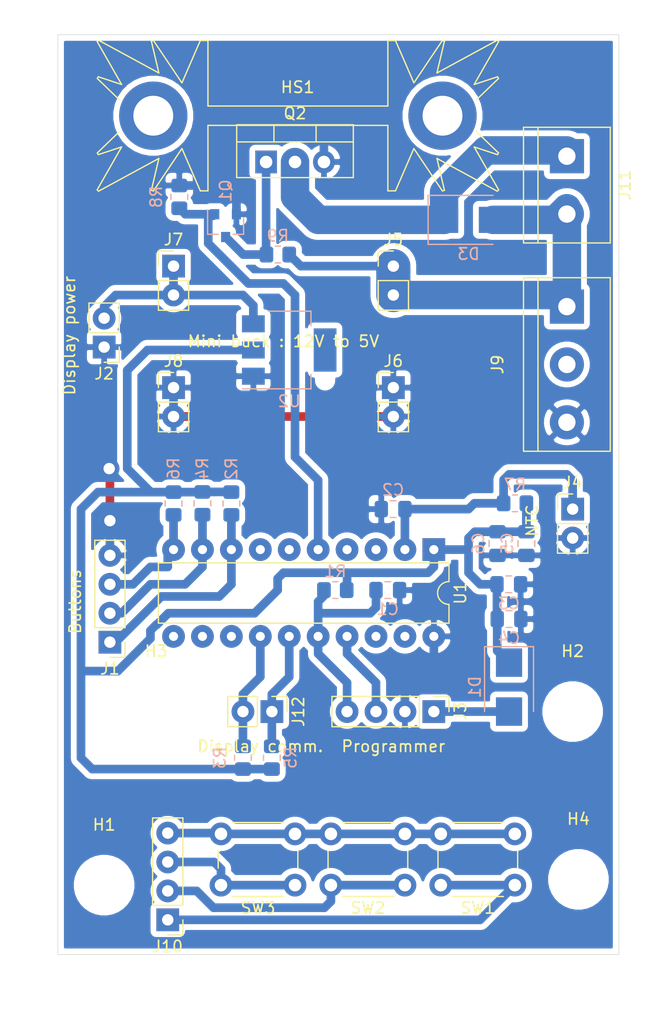
<source format=kicad_pcb>
(kicad_pcb (version 20171130) (host pcbnew 5.1.9+dfsg1-1)

  (general
    (thickness 1.6)
    (drawings 10)
    (tracks 177)
    (zones 0)
    (modules 41)
    (nets 31)
  )

  (page A4)
  (layers
    (0 F.Cu signal)
    (31 B.Cu signal)
    (32 B.Adhes user)
    (33 F.Adhes user)
    (34 B.Paste user)
    (35 F.Paste user)
    (36 B.SilkS user)
    (37 F.SilkS user)
    (38 B.Mask user)
    (39 F.Mask user)
    (40 Dwgs.User user)
    (41 Cmts.User user)
    (42 Eco1.User user)
    (43 Eco2.User user)
    (44 Edge.Cuts user)
    (45 Margin user)
    (46 B.CrtYd user)
    (47 F.CrtYd user)
    (48 B.Fab user)
    (49 F.Fab user)
  )

  (setup
    (last_trace_width 0.762)
    (trace_clearance 0.3048)
    (zone_clearance 0.508)
    (zone_45_only no)
    (trace_min 0.2)
    (via_size 1.8)
    (via_drill 1)
    (via_min_size 0.4)
    (via_min_drill 0.3)
    (uvia_size 1.8)
    (uvia_drill 0.6)
    (uvias_allowed no)
    (uvia_min_size 0.2)
    (uvia_min_drill 0.1)
    (edge_width 0.05)
    (segment_width 0.2)
    (pcb_text_width 0.3)
    (pcb_text_size 1.5 1.5)
    (mod_edge_width 0.12)
    (mod_text_size 1 1)
    (mod_text_width 0.15)
    (pad_size 2 2)
    (pad_drill 1)
    (pad_to_mask_clearance 0)
    (aux_axis_origin 0 0)
    (visible_elements FFFFFF7F)
    (pcbplotparams
      (layerselection 0x01000_fffffffe)
      (usegerberextensions false)
      (usegerberattributes true)
      (usegerberadvancedattributes true)
      (creategerberjobfile true)
      (excludeedgelayer true)
      (linewidth 0.100000)
      (plotframeref false)
      (viasonmask false)
      (mode 1)
      (useauxorigin false)
      (hpglpennumber 1)
      (hpglpenspeed 20)
      (hpglpendiameter 15.000000)
      (psnegative false)
      (psa4output false)
      (plotreference true)
      (plotvalue true)
      (plotinvisibletext false)
      (padsonsilk false)
      (subtractmaskfromsilk false)
      (outputformat 1)
      (mirror false)
      (drillshape 0)
      (scaleselection 1)
      (outputdirectory "fabric/"))
  )

  (net 0 "")
  (net 1 GND)
  (net 2 RST)
  (net 3 NTC)
  (net 4 +3V3)
  (net 5 "Net-(D1-Pad2)")
  (net 6 +12V)
  (net 7 "Net-(D3-Pad1)")
  (net 8 "Net-(J1-Pad3)")
  (net 9 "Net-(J1-Pad2)")
  (net 10 "Net-(J1-Pad1)")
  (net 11 SCL)
  (net 12 SDA)
  (net 13 +5V)
  (net 14 SBWTCK)
  (net 15 "Net-(Q1-Pad3)")
  (net 16 POWER)
  (net 17 "Net-(U1-Pad19)")
  (net 18 "Net-(U1-Pad18)")
  (net 19 "Net-(U1-Pad7)")
  (net 20 "Net-(U1-Pad6)")
  (net 21 "Net-(U1-Pad4)")
  (net 22 "Net-(U1-Pad3)")
  (net 23 "Net-(U1-Pad12)")
  (net 24 "Net-(U1-Pad11)")
  (net 25 GND1)
  (net 26 "Net-(J10-Pad3)")
  (net 27 "Net-(J10-Pad2)")
  (net 28 "Net-(J10-Pad1)")
  (net 29 "Net-(U1-Pad13)")
  (net 30 "Net-(J9-Pad2)")

  (net_class Default "This is the default net class."
    (clearance 0.3048)
    (trace_width 0.762)
    (via_dia 1.8)
    (via_drill 1)
    (uvia_dia 1.8)
    (uvia_drill 0.6)
    (add_net +3V3)
    (add_net +5V)
    (add_net GND)
    (add_net GND1)
    (add_net NTC)
    (add_net "Net-(J1-Pad1)")
    (add_net "Net-(J1-Pad2)")
    (add_net "Net-(J1-Pad3)")
    (add_net "Net-(J10-Pad1)")
    (add_net "Net-(J10-Pad2)")
    (add_net "Net-(J10-Pad3)")
    (add_net "Net-(J9-Pad2)")
    (add_net "Net-(Q1-Pad3)")
    (add_net "Net-(U1-Pad11)")
    (add_net "Net-(U1-Pad12)")
    (add_net "Net-(U1-Pad13)")
    (add_net "Net-(U1-Pad18)")
    (add_net "Net-(U1-Pad19)")
    (add_net "Net-(U1-Pad3)")
    (add_net "Net-(U1-Pad4)")
    (add_net "Net-(U1-Pad6)")
    (add_net "Net-(U1-Pad7)")
    (add_net POWER)
    (add_net RST)
    (add_net SBWTCK)
    (add_net SCL)
    (add_net SDA)
  )

  (net_class Power ""
    (clearance 0.3048)
    (trace_width 2.5)
    (via_dia 1.8)
    (via_drill 1)
    (uvia_dia 1.8)
    (uvia_drill 0.6)
    (add_net +12V)
    (add_net "Net-(D1-Pad2)")
    (add_net "Net-(D3-Pad1)")
  )

  (module MountingHole:MountingHole_4.3mm_M4 (layer F.Cu) (tedit 56D1B4CB) (tstamp 611B1711)
    (at 178.816 94.996)
    (descr "Mounting Hole 4.3mm, no annular, M4")
    (tags "mounting hole 4.3mm no annular m4")
    (path /612CDCB2)
    (attr virtual)
    (fp_text reference H1 (at 0 -5.3) (layer F.SilkS)
      (effects (font (size 1 1) (thickness 0.15)))
    )
    (fp_text value MountingHole (at 0 5.3) (layer F.Fab)
      (effects (font (size 1 1) (thickness 0.15)))
    )
    (fp_circle (center 0 0) (end 4.55 0) (layer F.CrtYd) (width 0.05))
    (fp_circle (center 0 0) (end 4.3 0) (layer Cmts.User) (width 0.15))
    (fp_text user %R (at 0.3 0) (layer F.Fab)
      (effects (font (size 1 1) (thickness 0.15)))
    )
    (pad 1 np_thru_hole circle (at 0 0) (size 4.3 4.3) (drill 4.3) (layers *.Cu *.Mask))
  )

  (module MountingHole:MountingHole_4.3mm_M4 (layer F.Cu) (tedit 56D1B4CB) (tstamp 611AFDA3)
    (at 183.388 79.756)
    (descr "Mounting Hole 4.3mm, no annular, M4")
    (tags "mounting hole 4.3mm no annular m4")
    (path /612CF990)
    (attr virtual)
    (fp_text reference H3 (at 0 -5.3) (layer F.SilkS)
      (effects (font (size 1 1) (thickness 0.15)))
    )
    (fp_text value MountingHole (at 0 5.3) (layer F.Fab)
      (effects (font (size 1 1) (thickness 0.15)))
    )
    (fp_text user %R (at 0.3 0) (layer F.Fab)
      (effects (font (size 1 1) (thickness 0.15)))
    )
    (fp_circle (center 0 0) (end 4.3 0) (layer Cmts.User) (width 0.15))
    (fp_circle (center 0 0) (end 4.55 0) (layer F.CrtYd) (width 0.05))
    (pad 1 np_thru_hole circle (at 0 0) (size 4.3 4.3) (drill 4.3) (layers *.Cu *.Mask))
  )

  (module MountingHole:MountingHole_4.3mm_M4 (layer F.Cu) (tedit 56D1B4CB) (tstamp 611B0DD6)
    (at 220.472 94.488)
    (descr "Mounting Hole 4.3mm, no annular, M4")
    (tags "mounting hole 4.3mm no annular m4")
    (path /612CFFA7)
    (attr virtual)
    (fp_text reference H4 (at 0 -5.3) (layer F.SilkS)
      (effects (font (size 1 1) (thickness 0.15)))
    )
    (fp_text value MountingHole (at 0 5.3) (layer F.Fab)
      (effects (font (size 1 1) (thickness 0.15)))
    )
    (fp_circle (center 0 0) (end 4.55 0) (layer F.CrtYd) (width 0.05))
    (fp_circle (center 0 0) (end 4.3 0) (layer Cmts.User) (width 0.15))
    (fp_text user %R (at 0.3 0) (layer F.Fab)
      (effects (font (size 1 1) (thickness 0.15)))
    )
    (pad 1 np_thru_hole circle (at 0 0) (size 4.3 4.3) (drill 4.3) (layers *.Cu *.Mask))
  )

  (module MountingHole:MountingHole_4.3mm_M4 (layer F.Cu) (tedit 56D1B4CB) (tstamp 611B0C80)
    (at 219.964 79.756)
    (descr "Mounting Hole 4.3mm, no annular, M4")
    (tags "mounting hole 4.3mm no annular m4")
    (path /612CF2DF)
    (attr virtual)
    (fp_text reference H2 (at 0 -5.3) (layer F.SilkS)
      (effects (font (size 1 1) (thickness 0.15)))
    )
    (fp_text value MountingHole (at 0 5.3) (layer F.Fab)
      (effects (font (size 1 1) (thickness 0.15)))
    )
    (fp_text user %R (at 0.3 0) (layer F.Fab)
      (effects (font (size 1 1) (thickness 0.15)))
    )
    (fp_circle (center 0 0) (end 4.3 0) (layer Cmts.User) (width 0.15))
    (fp_circle (center 0 0) (end 4.55 0) (layer F.CrtYd) (width 0.05))
    (pad 1 np_thru_hole circle (at 0 0) (size 4.3 4.3) (drill 4.3) (layers *.Cu *.Mask))
  )

  (module Connector_PinHeader_2.54mm:PinHeader_1x02_P2.54mm_Vertical (layer F.Cu) (tedit 59FED5CC) (tstamp 611ACE90)
    (at 193.548 79.756 270)
    (descr "Through hole straight pin header, 1x02, 2.54mm pitch, single row")
    (tags "Through hole pin header THT 1x02 2.54mm single row")
    (path /6129B285)
    (fp_text reference J12 (at 0 -2.33 90) (layer F.SilkS)
      (effects (font (size 1 1) (thickness 0.15)))
    )
    (fp_text value Conn_01x02_Female (at 0 4.87 90) (layer F.Fab)
      (effects (font (size 1 1) (thickness 0.15)))
    )
    (fp_text user %R (at 0 1.27) (layer F.Fab)
      (effects (font (size 1 1) (thickness 0.15)))
    )
    (fp_line (start -0.635 -1.27) (end 1.27 -1.27) (layer F.Fab) (width 0.1))
    (fp_line (start 1.27 -1.27) (end 1.27 3.81) (layer F.Fab) (width 0.1))
    (fp_line (start 1.27 3.81) (end -1.27 3.81) (layer F.Fab) (width 0.1))
    (fp_line (start -1.27 3.81) (end -1.27 -0.635) (layer F.Fab) (width 0.1))
    (fp_line (start -1.27 -0.635) (end -0.635 -1.27) (layer F.Fab) (width 0.1))
    (fp_line (start -1.33 3.87) (end 1.33 3.87) (layer F.SilkS) (width 0.12))
    (fp_line (start -1.33 1.27) (end -1.33 3.87) (layer F.SilkS) (width 0.12))
    (fp_line (start 1.33 1.27) (end 1.33 3.87) (layer F.SilkS) (width 0.12))
    (fp_line (start -1.33 1.27) (end 1.33 1.27) (layer F.SilkS) (width 0.12))
    (fp_line (start -1.33 0) (end -1.33 -1.33) (layer F.SilkS) (width 0.12))
    (fp_line (start -1.33 -1.33) (end 0 -1.33) (layer F.SilkS) (width 0.12))
    (fp_line (start -1.8 -1.8) (end -1.8 4.35) (layer F.CrtYd) (width 0.05))
    (fp_line (start -1.8 4.35) (end 1.8 4.35) (layer F.CrtYd) (width 0.05))
    (fp_line (start 1.8 4.35) (end 1.8 -1.8) (layer F.CrtYd) (width 0.05))
    (fp_line (start 1.8 -1.8) (end -1.8 -1.8) (layer F.CrtYd) (width 0.05))
    (pad 2 thru_hole oval (at 0 2.54 270) (size 2 2) (drill 1) (layers *.Cu *.Mask)
      (net 11 SCL))
    (pad 1 thru_hole rect (at 0 0 270) (size 2 2) (drill 1) (layers *.Cu *.Mask)
      (net 12 SDA))
    (model ${KISYS3DMOD}/Connector_PinHeader_2.54mm.3dshapes/PinHeader_1x02_P2.54mm_Vertical.wrl
      (at (xyz 0 0 0))
      (scale (xyz 1 1 1))
      (rotate (xyz 0 0 0))
    )
  )

  (module Connector_PinHeader_2.54mm:PinHeader_1x02_P2.54mm_Vertical (layer F.Cu) (tedit 59FED5CC) (tstamp 611ACCFA)
    (at 178.816 47.752 180)
    (descr "Through hole straight pin header, 1x02, 2.54mm pitch, single row")
    (tags "Through hole pin header THT 1x02 2.54mm single row")
    (path /6128E11A)
    (fp_text reference J2 (at 0 -2.33) (layer F.SilkS)
      (effects (font (size 1 1) (thickness 0.15)))
    )
    (fp_text value Conn_01x02_Female (at 0 4.87) (layer F.Fab)
      (effects (font (size 1 1) (thickness 0.15)))
    )
    (fp_text user %R (at 0 1.27 90) (layer F.Fab)
      (effects (font (size 1 1) (thickness 0.15)))
    )
    (fp_line (start -0.635 -1.27) (end 1.27 -1.27) (layer F.Fab) (width 0.1))
    (fp_line (start 1.27 -1.27) (end 1.27 3.81) (layer F.Fab) (width 0.1))
    (fp_line (start 1.27 3.81) (end -1.27 3.81) (layer F.Fab) (width 0.1))
    (fp_line (start -1.27 3.81) (end -1.27 -0.635) (layer F.Fab) (width 0.1))
    (fp_line (start -1.27 -0.635) (end -0.635 -1.27) (layer F.Fab) (width 0.1))
    (fp_line (start -1.33 3.87) (end 1.33 3.87) (layer F.SilkS) (width 0.12))
    (fp_line (start -1.33 1.27) (end -1.33 3.87) (layer F.SilkS) (width 0.12))
    (fp_line (start 1.33 1.27) (end 1.33 3.87) (layer F.SilkS) (width 0.12))
    (fp_line (start -1.33 1.27) (end 1.33 1.27) (layer F.SilkS) (width 0.12))
    (fp_line (start -1.33 0) (end -1.33 -1.33) (layer F.SilkS) (width 0.12))
    (fp_line (start -1.33 -1.33) (end 0 -1.33) (layer F.SilkS) (width 0.12))
    (fp_line (start -1.8 -1.8) (end -1.8 4.35) (layer F.CrtYd) (width 0.05))
    (fp_line (start -1.8 4.35) (end 1.8 4.35) (layer F.CrtYd) (width 0.05))
    (fp_line (start 1.8 4.35) (end 1.8 -1.8) (layer F.CrtYd) (width 0.05))
    (fp_line (start 1.8 -1.8) (end -1.8 -1.8) (layer F.CrtYd) (width 0.05))
    (pad 2 thru_hole oval (at 0 2.54 180) (size 2 2) (drill 1) (layers *.Cu *.Mask)
      (net 13 +5V))
    (pad 1 thru_hole rect (at 0 0 180) (size 2 2) (drill 1) (layers *.Cu *.Mask)
      (net 1 GND))
    (model ${KISYS3DMOD}/Connector_PinHeader_2.54mm.3dshapes/PinHeader_1x02_P2.54mm_Vertical.wrl
      (at (xyz 0 0 0))
      (scale (xyz 1 1 1))
      (rotate (xyz 0 0 0))
    )
  )

  (module TerminalBlock:TerminalBlock_bornier-2_P5.08mm (layer F.Cu) (tedit 59FF03AB) (tstamp 611A96C3)
    (at 219.456 30.988 270)
    (descr "simple 2-pin terminal block, pitch 5.08mm, revamped version of bornier2")
    (tags "terminal block bornier2")
    (path /61210B4D)
    (fp_text reference J11 (at 2.54 -5.08 90) (layer F.SilkS)
      (effects (font (size 1 1) (thickness 0.15)))
    )
    (fp_text value Screw_Terminal_01x02 (at 2.54 5.08 90) (layer F.Fab)
      (effects (font (size 1 1) (thickness 0.15)))
    )
    (fp_text user %R (at 2.54 0 90) (layer F.Fab)
      (effects (font (size 1 1) (thickness 0.15)))
    )
    (fp_line (start -2.41 2.55) (end 7.49 2.55) (layer F.Fab) (width 0.1))
    (fp_line (start -2.46 -3.75) (end -2.46 3.75) (layer F.Fab) (width 0.1))
    (fp_line (start -2.46 3.75) (end 7.54 3.75) (layer F.Fab) (width 0.1))
    (fp_line (start 7.54 3.75) (end 7.54 -3.75) (layer F.Fab) (width 0.1))
    (fp_line (start 7.54 -3.75) (end -2.46 -3.75) (layer F.Fab) (width 0.1))
    (fp_line (start 7.62 2.54) (end -2.54 2.54) (layer F.SilkS) (width 0.12))
    (fp_line (start 7.62 3.81) (end 7.62 -3.81) (layer F.SilkS) (width 0.12))
    (fp_line (start 7.62 -3.81) (end -2.54 -3.81) (layer F.SilkS) (width 0.12))
    (fp_line (start -2.54 -3.81) (end -2.54 3.81) (layer F.SilkS) (width 0.12))
    (fp_line (start -2.54 3.81) (end 7.62 3.81) (layer F.SilkS) (width 0.12))
    (fp_line (start -2.71 -4) (end 7.79 -4) (layer F.CrtYd) (width 0.05))
    (fp_line (start -2.71 -4) (end -2.71 4) (layer F.CrtYd) (width 0.05))
    (fp_line (start 7.79 4) (end 7.79 -4) (layer F.CrtYd) (width 0.05))
    (fp_line (start 7.79 4) (end -2.71 4) (layer F.CrtYd) (width 0.05))
    (pad 2 thru_hole circle (at 5.08 0 270) (size 3 3) (drill 1.52) (layers *.Cu *.Mask)
      (net 6 +12V))
    (pad 1 thru_hole rect (at 0 0 270) (size 3 3) (drill 1.52) (layers *.Cu *.Mask)
      (net 7 "Net-(D3-Pad1)"))
    (model ${KISYS3DMOD}/TerminalBlock.3dshapes/TerminalBlock_bornier-2_P5.08mm.wrl
      (offset (xyz 2.539999961853027 0 0))
      (scale (xyz 1 1 1))
      (rotate (xyz 0 0 0))
    )
  )

  (module Button_Switch_THT:SW_PUSH_6mm (layer F.Cu) (tedit 5A02FE31) (tstamp 61174637)
    (at 195.58 94.996 180)
    (descr https://www.omron.com/ecb/products/pdf/en-b3f.pdf)
    (tags "tact sw push 6mm")
    (path /6128F23B)
    (fp_text reference SW3 (at 3.25 -2) (layer F.SilkS)
      (effects (font (size 1 1) (thickness 0.15)))
    )
    (fp_text value SW_MEC_5E (at 3.75 6.7) (layer F.Fab)
      (effects (font (size 1 1) (thickness 0.15)))
    )
    (fp_circle (center 3.25 2.25) (end 1.25 2.5) (layer F.Fab) (width 0.1))
    (fp_line (start 6.75 3) (end 6.75 1.5) (layer F.SilkS) (width 0.12))
    (fp_line (start 5.5 -1) (end 1 -1) (layer F.SilkS) (width 0.12))
    (fp_line (start -0.25 1.5) (end -0.25 3) (layer F.SilkS) (width 0.12))
    (fp_line (start 1 5.5) (end 5.5 5.5) (layer F.SilkS) (width 0.12))
    (fp_line (start 8 -1.25) (end 8 5.75) (layer F.CrtYd) (width 0.05))
    (fp_line (start 7.75 6) (end -1.25 6) (layer F.CrtYd) (width 0.05))
    (fp_line (start -1.5 5.75) (end -1.5 -1.25) (layer F.CrtYd) (width 0.05))
    (fp_line (start -1.25 -1.5) (end 7.75 -1.5) (layer F.CrtYd) (width 0.05))
    (fp_line (start -1.5 6) (end -1.25 6) (layer F.CrtYd) (width 0.05))
    (fp_line (start -1.5 5.75) (end -1.5 6) (layer F.CrtYd) (width 0.05))
    (fp_line (start -1.5 -1.5) (end -1.25 -1.5) (layer F.CrtYd) (width 0.05))
    (fp_line (start -1.5 -1.25) (end -1.5 -1.5) (layer F.CrtYd) (width 0.05))
    (fp_line (start 8 -1.5) (end 8 -1.25) (layer F.CrtYd) (width 0.05))
    (fp_line (start 7.75 -1.5) (end 8 -1.5) (layer F.CrtYd) (width 0.05))
    (fp_line (start 8 6) (end 8 5.75) (layer F.CrtYd) (width 0.05))
    (fp_line (start 7.75 6) (end 8 6) (layer F.CrtYd) (width 0.05))
    (fp_line (start 0.25 -0.75) (end 3.25 -0.75) (layer F.Fab) (width 0.1))
    (fp_line (start 0.25 5.25) (end 0.25 -0.75) (layer F.Fab) (width 0.1))
    (fp_line (start 6.25 5.25) (end 0.25 5.25) (layer F.Fab) (width 0.1))
    (fp_line (start 6.25 -0.75) (end 6.25 5.25) (layer F.Fab) (width 0.1))
    (fp_line (start 3.25 -0.75) (end 6.25 -0.75) (layer F.Fab) (width 0.1))
    (fp_text user %R (at 3.25 2.25) (layer F.Fab)
      (effects (font (size 1 1) (thickness 0.15)))
    )
    (pad 1 thru_hole circle (at 6.5 0 270) (size 2 2) (drill 1.1) (layers *.Cu *.Mask)
      (net 26 "Net-(J10-Pad3)"))
    (pad 2 thru_hole circle (at 6.5 4.5 270) (size 2 2) (drill 1.1) (layers *.Cu *.Mask)
      (net 25 GND1))
    (pad 1 thru_hole circle (at 0 0 270) (size 2 2) (drill 1.1) (layers *.Cu *.Mask)
      (net 26 "Net-(J10-Pad3)"))
    (pad 2 thru_hole circle (at 0 4.5 270) (size 2 2) (drill 1.1) (layers *.Cu *.Mask)
      (net 25 GND1))
    (model ${KISYS3DMOD}/Button_Switch_THT.3dshapes/SW_PUSH_6mm.wrl
      (at (xyz 0 0 0))
      (scale (xyz 1 1 1))
      (rotate (xyz 0 0 0))
    )
  )

  (module Button_Switch_THT:SW_PUSH_6mm (layer F.Cu) (tedit 5A02FE31) (tstamp 611A5C01)
    (at 205.232 94.996 180)
    (descr https://www.omron.com/ecb/products/pdf/en-b3f.pdf)
    (tags "tact sw push 6mm")
    (path /6127F3F0)
    (fp_text reference SW2 (at 3.25 -2) (layer F.SilkS)
      (effects (font (size 1 1) (thickness 0.15)))
    )
    (fp_text value SW_MEC_5E (at 3.75 6.7) (layer F.Fab)
      (effects (font (size 1 1) (thickness 0.15)))
    )
    (fp_circle (center 3.25 2.25) (end 1.25 2.5) (layer F.Fab) (width 0.1))
    (fp_line (start 6.75 3) (end 6.75 1.5) (layer F.SilkS) (width 0.12))
    (fp_line (start 5.5 -1) (end 1 -1) (layer F.SilkS) (width 0.12))
    (fp_line (start -0.25 1.5) (end -0.25 3) (layer F.SilkS) (width 0.12))
    (fp_line (start 1 5.5) (end 5.5 5.5) (layer F.SilkS) (width 0.12))
    (fp_line (start 8 -1.25) (end 8 5.75) (layer F.CrtYd) (width 0.05))
    (fp_line (start 7.75 6) (end -1.25 6) (layer F.CrtYd) (width 0.05))
    (fp_line (start -1.5 5.75) (end -1.5 -1.25) (layer F.CrtYd) (width 0.05))
    (fp_line (start -1.25 -1.5) (end 7.75 -1.5) (layer F.CrtYd) (width 0.05))
    (fp_line (start -1.5 6) (end -1.25 6) (layer F.CrtYd) (width 0.05))
    (fp_line (start -1.5 5.75) (end -1.5 6) (layer F.CrtYd) (width 0.05))
    (fp_line (start -1.5 -1.5) (end -1.25 -1.5) (layer F.CrtYd) (width 0.05))
    (fp_line (start -1.5 -1.25) (end -1.5 -1.5) (layer F.CrtYd) (width 0.05))
    (fp_line (start 8 -1.5) (end 8 -1.25) (layer F.CrtYd) (width 0.05))
    (fp_line (start 7.75 -1.5) (end 8 -1.5) (layer F.CrtYd) (width 0.05))
    (fp_line (start 8 6) (end 8 5.75) (layer F.CrtYd) (width 0.05))
    (fp_line (start 7.75 6) (end 8 6) (layer F.CrtYd) (width 0.05))
    (fp_line (start 0.25 -0.75) (end 3.25 -0.75) (layer F.Fab) (width 0.1))
    (fp_line (start 0.25 5.25) (end 0.25 -0.75) (layer F.Fab) (width 0.1))
    (fp_line (start 6.25 5.25) (end 0.25 5.25) (layer F.Fab) (width 0.1))
    (fp_line (start 6.25 -0.75) (end 6.25 5.25) (layer F.Fab) (width 0.1))
    (fp_line (start 3.25 -0.75) (end 6.25 -0.75) (layer F.Fab) (width 0.1))
    (fp_text user %R (at 3.25 2.25 270) (layer F.Fab)
      (effects (font (size 1 1) (thickness 0.15)))
    )
    (pad 1 thru_hole circle (at 6.5 0 270) (size 2 2) (drill 1.1) (layers *.Cu *.Mask)
      (net 27 "Net-(J10-Pad2)"))
    (pad 2 thru_hole circle (at 6.5 4.5 270) (size 2 2) (drill 1.1) (layers *.Cu *.Mask)
      (net 25 GND1))
    (pad 1 thru_hole circle (at 0 0 270) (size 2 2) (drill 1.1) (layers *.Cu *.Mask)
      (net 27 "Net-(J10-Pad2)"))
    (pad 2 thru_hole circle (at 0 4.5 270) (size 2 2) (drill 1.1) (layers *.Cu *.Mask)
      (net 25 GND1))
    (model ${KISYS3DMOD}/Button_Switch_THT.3dshapes/SW_PUSH_6mm.wrl
      (at (xyz 0 0 0))
      (scale (xyz 1 1 1))
      (rotate (xyz 0 0 0))
    )
  )

  (module Button_Switch_THT:SW_PUSH_6mm (layer F.Cu) (tedit 5A02FE31) (tstamp 611A5F13)
    (at 214.884 94.996 180)
    (descr https://www.omron.com/ecb/products/pdf/en-b3f.pdf)
    (tags "tact sw push 6mm")
    (path /611C400F)
    (fp_text reference SW1 (at 3.25 -2) (layer F.SilkS)
      (effects (font (size 1 1) (thickness 0.15)))
    )
    (fp_text value SW_MEC_5E (at 3.75 6.7) (layer F.Fab)
      (effects (font (size 1 1) (thickness 0.15)))
    )
    (fp_circle (center 3.25 2.25) (end 1.25 2.5) (layer F.Fab) (width 0.1))
    (fp_line (start 6.75 3) (end 6.75 1.5) (layer F.SilkS) (width 0.12))
    (fp_line (start 5.5 -1) (end 1 -1) (layer F.SilkS) (width 0.12))
    (fp_line (start -0.25 1.5) (end -0.25 3) (layer F.SilkS) (width 0.12))
    (fp_line (start 1 5.5) (end 5.5 5.5) (layer F.SilkS) (width 0.12))
    (fp_line (start 8 -1.25) (end 8 5.75) (layer F.CrtYd) (width 0.05))
    (fp_line (start 7.75 6) (end -1.25 6) (layer F.CrtYd) (width 0.05))
    (fp_line (start -1.5 5.75) (end -1.5 -1.25) (layer F.CrtYd) (width 0.05))
    (fp_line (start -1.25 -1.5) (end 7.75 -1.5) (layer F.CrtYd) (width 0.05))
    (fp_line (start -1.5 6) (end -1.25 6) (layer F.CrtYd) (width 0.05))
    (fp_line (start -1.5 5.75) (end -1.5 6) (layer F.CrtYd) (width 0.05))
    (fp_line (start -1.5 -1.5) (end -1.25 -1.5) (layer F.CrtYd) (width 0.05))
    (fp_line (start -1.5 -1.25) (end -1.5 -1.5) (layer F.CrtYd) (width 0.05))
    (fp_line (start 8 -1.5) (end 8 -1.25) (layer F.CrtYd) (width 0.05))
    (fp_line (start 7.75 -1.5) (end 8 -1.5) (layer F.CrtYd) (width 0.05))
    (fp_line (start 8 6) (end 8 5.75) (layer F.CrtYd) (width 0.05))
    (fp_line (start 7.75 6) (end 8 6) (layer F.CrtYd) (width 0.05))
    (fp_line (start 0.25 -0.75) (end 3.25 -0.75) (layer F.Fab) (width 0.1))
    (fp_line (start 0.25 5.25) (end 0.25 -0.75) (layer F.Fab) (width 0.1))
    (fp_line (start 6.25 5.25) (end 0.25 5.25) (layer F.Fab) (width 0.1))
    (fp_line (start 6.25 -0.75) (end 6.25 5.25) (layer F.Fab) (width 0.1))
    (fp_line (start 3.25 -0.75) (end 6.25 -0.75) (layer F.Fab) (width 0.1))
    (fp_text user %R (at 3.25 2.25) (layer F.Fab)
      (effects (font (size 1 1) (thickness 0.15)))
    )
    (pad 1 thru_hole circle (at 6.5 0 270) (size 2 2) (drill 1.1) (layers *.Cu *.Mask)
      (net 28 "Net-(J10-Pad1)"))
    (pad 2 thru_hole circle (at 6.5 4.5 270) (size 2 2) (drill 1.1) (layers *.Cu *.Mask)
      (net 25 GND1))
    (pad 1 thru_hole circle (at 0 0 270) (size 2 2) (drill 1.1) (layers *.Cu *.Mask)
      (net 28 "Net-(J10-Pad1)"))
    (pad 2 thru_hole circle (at 0 4.5 270) (size 2 2) (drill 1.1) (layers *.Cu *.Mask)
      (net 25 GND1))
    (model ${KISYS3DMOD}/Button_Switch_THT.3dshapes/SW_PUSH_6mm.wrl
      (at (xyz 0 0 0))
      (scale (xyz 1 1 1))
      (rotate (xyz 0 0 0))
    )
  )

  (module Connector_PinHeader_2.54mm:PinHeader_1x04_P2.54mm_Vertical (layer F.Cu) (tedit 59FED5CC) (tstamp 61174DDB)
    (at 184.404 98.044 180)
    (descr "Through hole straight pin header, 1x04, 2.54mm pitch, single row")
    (tags "Through hole pin header THT 1x04 2.54mm single row")
    (path /611C5C93)
    (fp_text reference J10 (at 0 -2.33) (layer F.SilkS)
      (effects (font (size 1 1) (thickness 0.15)))
    )
    (fp_text value Conn_01x04_Male (at 0 9.95) (layer F.Fab)
      (effects (font (size 1 1) (thickness 0.15)))
    )
    (fp_line (start 1.8 -1.8) (end -1.8 -1.8) (layer F.CrtYd) (width 0.05))
    (fp_line (start 1.8 9.4) (end 1.8 -1.8) (layer F.CrtYd) (width 0.05))
    (fp_line (start -1.8 9.4) (end 1.8 9.4) (layer F.CrtYd) (width 0.05))
    (fp_line (start -1.8 -1.8) (end -1.8 9.4) (layer F.CrtYd) (width 0.05))
    (fp_line (start -1.33 -1.33) (end 0 -1.33) (layer F.SilkS) (width 0.12))
    (fp_line (start -1.33 0) (end -1.33 -1.33) (layer F.SilkS) (width 0.12))
    (fp_line (start -1.33 1.27) (end 1.33 1.27) (layer F.SilkS) (width 0.12))
    (fp_line (start 1.33 1.27) (end 1.33 8.95) (layer F.SilkS) (width 0.12))
    (fp_line (start -1.33 1.27) (end -1.33 8.95) (layer F.SilkS) (width 0.12))
    (fp_line (start -1.33 8.95) (end 1.33 8.95) (layer F.SilkS) (width 0.12))
    (fp_line (start -1.27 -0.635) (end -0.635 -1.27) (layer F.Fab) (width 0.1))
    (fp_line (start -1.27 8.89) (end -1.27 -0.635) (layer F.Fab) (width 0.1))
    (fp_line (start 1.27 8.89) (end -1.27 8.89) (layer F.Fab) (width 0.1))
    (fp_line (start 1.27 -1.27) (end 1.27 8.89) (layer F.Fab) (width 0.1))
    (fp_line (start -0.635 -1.27) (end 1.27 -1.27) (layer F.Fab) (width 0.1))
    (fp_text user %R (at 0 3.81 90) (layer F.Fab)
      (effects (font (size 1 1) (thickness 0.15)))
    )
    (pad 4 thru_hole oval (at 0 7.62 180) (size 2 2) (drill 1) (layers *.Cu *.Mask)
      (net 25 GND1))
    (pad 3 thru_hole oval (at 0 5.08 180) (size 2 2) (drill 1) (layers *.Cu *.Mask)
      (net 26 "Net-(J10-Pad3)"))
    (pad 2 thru_hole oval (at 0 2.54 180) (size 2 2) (drill 1) (layers *.Cu *.Mask)
      (net 27 "Net-(J10-Pad2)"))
    (pad 1 thru_hole rect (at 0 0 180) (size 2 2) (drill 1) (layers *.Cu *.Mask)
      (net 28 "Net-(J10-Pad1)"))
    (model ${KISYS3DMOD}/Connector_PinHeader_2.54mm.3dshapes/PinHeader_1x04_P2.54mm_Vertical.wrl
      (at (xyz 0 0 0))
      (scale (xyz 1 1 1))
      (rotate (xyz 0 0 0))
    )
  )

  (module Heatsink:Heatsink_Fischer_SK104-STCB_35x13mm__2xDrill3.5mm_ScrewM3 (layer F.Cu) (tedit 5A1FFA20) (tstamp 6116E292)
    (at 195.834 27.432)
    (descr "Heatsink, 35mm x 13mm, 2x Fixation 2,5mm Drill, Soldering, Fischer SK104-STC-STIC,")
    (tags "Heatsink fischer TO-220")
    (path /61216347)
    (fp_text reference HS1 (at -0.025 -2.5) (layer F.SilkS)
      (effects (font (size 1 1) (thickness 0.15)))
    )
    (fp_text value Heatsink (at 0.65 9.075) (layer F.Fab)
      (effects (font (size 1 1) (thickness 0.15)))
    )
    (fp_line (start -10.19 2.89) (end -12.69 6.61) (layer F.SilkS) (width 0.12))
    (fp_line (start -12.69 6.61) (end -12.87 6.55) (layer F.SilkS) (width 0.12))
    (fp_line (start -12.87 6.55) (end -12.21 3.75) (layer F.SilkS) (width 0.12))
    (fp_line (start -12.21 3.75) (end -17.51 6.63) (layer F.SilkS) (width 0.12))
    (fp_line (start -17.63 6.51) (end -15.48 2.74) (layer F.SilkS) (width 0.12))
    (fp_line (start -17.53 3.42) (end -17.62 3.27) (layer F.SilkS) (width 0.12))
    (fp_line (start -15.48 2.74) (end -17.53 3.42) (layer F.SilkS) (width 0.12))
    (fp_line (start -17.62 3.27) (end -15.66 1.38) (layer F.SilkS) (width 0.12))
    (fp_line (start -17.51 6.63) (end -17.63 6.51) (layer F.SilkS) (width 0.12))
    (fp_line (start -8.57 -6.6) (end -10.18 -2.89) (layer F.SilkS) (width 0.12))
    (fp_line (start -7.9 -0.85) (end -7.9 -6.6) (layer F.SilkS) (width 0.12))
    (fp_line (start -7.9 -6.6) (end -8.57 -6.6) (layer F.SilkS) (width 0.12))
    (fp_line (start -12.21 -3.75) (end -17.51 -6.63) (layer F.SilkS) (width 0.12))
    (fp_line (start -12.69 -6.61) (end -12.87 -6.55) (layer F.SilkS) (width 0.12))
    (fp_line (start -12.87 -6.55) (end -12.21 -3.75) (layer F.SilkS) (width 0.12))
    (fp_line (start -10.19 -2.89) (end -12.69 -6.61) (layer F.SilkS) (width 0.12))
    (fp_line (start -17.62 -3.27) (end -15.66 -1.38) (layer F.SilkS) (width 0.12))
    (fp_line (start -17.63 -6.51) (end -15.48 -2.74) (layer F.SilkS) (width 0.12))
    (fp_line (start -17.53 -3.42) (end -17.62 -3.27) (layer F.SilkS) (width 0.12))
    (fp_line (start -17.51 -6.63) (end -17.63 -6.51) (layer F.SilkS) (width 0.12))
    (fp_line (start -15.48 -2.74) (end -17.53 -3.42) (layer F.SilkS) (width 0.12))
    (fp_line (start 0 -0.85) (end -7.9 -0.85) (layer F.SilkS) (width 0.12))
    (fp_line (start -7.9 0.85) (end -7.9 6.6) (layer F.SilkS) (width 0.12))
    (fp_line (start -7.9 6.6) (end -8.57 6.6) (layer F.SilkS) (width 0.12))
    (fp_line (start -8.57 6.6) (end -10.18 2.89) (layer F.SilkS) (width 0.12))
    (fp_line (start 0 0.85) (end -7.9 0.85) (layer F.SilkS) (width 0.12))
    (fp_line (start -10.16 -2.667) (end -12.75 -6.5) (layer F.Fab) (width 0.1))
    (fp_line (start -12.065 -3.556) (end -12.75 -6.5) (layer F.Fab) (width 0.1))
    (fp_line (start -8.5 -6.5) (end -10.16 -2.667) (layer F.Fab) (width 0.1))
    (fp_line (start -8 -6.5) (end -8.5 -6.5) (layer F.Fab) (width 0.1))
    (fp_line (start -8.001 -0.762) (end -8 -6.5) (layer F.Fab) (width 0.1))
    (fp_line (start -1.778 0.762) (end -1.778 -0.762) (layer F.Fab) (width 0.1))
    (fp_line (start 0 -0.762) (end -8.001 -0.762) (layer F.Fab) (width 0.1))
    (fp_line (start 0 0.762) (end -8.001 0.762) (layer F.Fab) (width 0.1))
    (fp_line (start -17.5 6.5) (end -12.065 3.556) (layer F.Fab) (width 0.1))
    (fp_line (start -17.5 6.5) (end -15.24 2.54) (layer F.Fab) (width 0.1))
    (fp_line (start -8.5 6.5) (end -10.16 2.667) (layer F.Fab) (width 0.1))
    (fp_line (start -8.001 0.762) (end -8 6.5) (layer F.Fab) (width 0.1))
    (fp_line (start -8 6.5) (end -8.5 6.5) (layer F.Fab) (width 0.1))
    (fp_line (start -12.065 3.556) (end -12.75 6.5) (layer F.Fab) (width 0.1))
    (fp_line (start -10.16 2.667) (end -12.75 6.5) (layer F.Fab) (width 0.1))
    (fp_line (start -17.5 -6.5) (end -12.065 -3.556) (layer F.Fab) (width 0.1))
    (fp_line (start -15.24 -2.54) (end -17.5 -3.3) (layer F.Fab) (width 0.1))
    (fp_line (start -17.5 -6.5) (end -15.24 -2.54) (layer F.Fab) (width 0.1))
    (fp_line (start -15.24 2.54) (end -17.5 3.3) (layer F.Fab) (width 0.1))
    (fp_line (start -17.5 -3.3) (end -15 -0.9) (layer F.Fab) (width 0.1))
    (fp_line (start -17.5 3.3) (end -15 0.9) (layer F.Fab) (width 0.1))
    (fp_line (start 12.87 -6.55) (end 12.21 -3.75) (layer F.SilkS) (width 0.12))
    (fp_line (start 12.69 -6.61) (end 12.87 -6.55) (layer F.SilkS) (width 0.12))
    (fp_line (start 10.19 -2.89) (end 12.69 -6.61) (layer F.SilkS) (width 0.12))
    (fp_line (start 12.21 -3.75) (end 17.51 -6.63) (layer F.SilkS) (width 0.12))
    (fp_line (start 17.62 -3.27) (end 15.66 -1.38) (layer F.SilkS) (width 0.12))
    (fp_line (start 15.48 -2.74) (end 17.53 -3.42) (layer F.SilkS) (width 0.12))
    (fp_line (start 17.63 -6.51) (end 15.48 -2.74) (layer F.SilkS) (width 0.12))
    (fp_line (start 17.51 -6.63) (end 17.63 -6.51) (layer F.SilkS) (width 0.12))
    (fp_line (start 17.53 -3.42) (end 17.62 -3.27) (layer F.SilkS) (width 0.12))
    (fp_line (start 8.57 -6.6) (end 10.18 -2.89) (layer F.SilkS) (width 0.12))
    (fp_line (start 0 -0.85) (end 7.9 -0.85) (layer F.SilkS) (width 0.12))
    (fp_line (start 7.9 -0.85) (end 7.9 -6.6) (layer F.SilkS) (width 0.12))
    (fp_line (start 7.9 -6.6) (end 8.57 -6.6) (layer F.SilkS) (width 0.12))
    (fp_line (start 0 -0.762) (end 8.001 -0.762) (layer F.Fab) (width 0.1))
    (fp_line (start 8.001 -0.762) (end 8 -6.5) (layer F.Fab) (width 0.1))
    (fp_line (start 8 -6.5) (end 8.5 -6.5) (layer F.Fab) (width 0.1))
    (fp_line (start 8.5 -6.5) (end 10.16 -2.667) (layer F.Fab) (width 0.1))
    (fp_line (start 10.16 -2.667) (end 12.75 -6.5) (layer F.Fab) (width 0.1))
    (fp_line (start 12.065 -3.556) (end 12.75 -6.5) (layer F.Fab) (width 0.1))
    (fp_line (start 17.5 -6.5) (end 12.065 -3.556) (layer F.Fab) (width 0.1))
    (fp_line (start 17.5 -6.5) (end 15.24 -2.54) (layer F.Fab) (width 0.1))
    (fp_line (start 15.24 -2.54) (end 17.5 -3.3) (layer F.Fab) (width 0.1))
    (fp_line (start 17.5 -3.3) (end 15 -0.9) (layer F.Fab) (width 0.1))
    (fp_line (start 17.75 6.75) (end -17.75 6.75) (layer F.CrtYd) (width 0.05))
    (fp_line (start 17.75 6.75) (end 17.75 -6.75) (layer F.CrtYd) (width 0.05))
    (fp_line (start -17.75 -6.75) (end -17.75 6.75) (layer F.CrtYd) (width 0.05))
    (fp_line (start -17.75 -6.75) (end 17.75 -6.75) (layer F.CrtYd) (width 0.05))
    (fp_line (start 8.001 0.762) (end 8 6.5) (layer F.Fab) (width 0.1))
    (fp_line (start 0 0.762) (end 8.001 0.762) (layer F.Fab) (width 0.1))
    (fp_line (start 8.5 6.5) (end 10.16 2.667) (layer F.Fab) (width 0.1))
    (fp_line (start 10.16 2.667) (end 12.75 6.5) (layer F.Fab) (width 0.1))
    (fp_line (start 17.5 6.5) (end 15.24 2.54) (layer F.Fab) (width 0.1))
    (fp_line (start 15.24 2.54) (end 17.5 3.3) (layer F.Fab) (width 0.1))
    (fp_line (start 8 6.5) (end 8.5 6.5) (layer F.Fab) (width 0.1))
    (fp_line (start 12.065 3.556) (end 12.75 6.5) (layer F.Fab) (width 0.1))
    (fp_line (start 17.5 6.5) (end 12.065 3.556) (layer F.Fab) (width 0.1))
    (fp_line (start 1.778 -0.762) (end 1.778 0.762) (layer F.Fab) (width 0.1))
    (fp_line (start 0 0.85) (end 7.9 0.85) (layer F.SilkS) (width 0.12))
    (fp_line (start 7.9 0.85) (end 7.9 6.6) (layer F.SilkS) (width 0.12))
    (fp_line (start 7.9 6.6) (end 8.57 6.6) (layer F.SilkS) (width 0.12))
    (fp_line (start 8.57 6.6) (end 10.18 2.89) (layer F.SilkS) (width 0.12))
    (fp_line (start 17.5 3.3) (end 15 0.9) (layer F.Fab) (width 0.1))
    (fp_line (start 10.19 2.89) (end 12.69 6.61) (layer F.SilkS) (width 0.12))
    (fp_line (start 12.69 6.61) (end 12.87 6.55) (layer F.SilkS) (width 0.12))
    (fp_line (start 12.87 6.55) (end 12.21 3.75) (layer F.SilkS) (width 0.12))
    (fp_line (start 12.21 3.75) (end 17.51 6.63) (layer F.SilkS) (width 0.12))
    (fp_line (start 17.51 6.63) (end 17.63 6.51) (layer F.SilkS) (width 0.12))
    (fp_line (start 17.63 6.51) (end 15.48 2.74) (layer F.SilkS) (width 0.12))
    (fp_line (start 15.48 2.74) (end 17.53 3.42) (layer F.SilkS) (width 0.12))
    (fp_line (start 17.53 3.42) (end 17.62 3.27) (layer F.SilkS) (width 0.12))
    (fp_line (start 17.62 3.27) (end 15.66 1.38) (layer F.SilkS) (width 0.12))
    (fp_arc (start -12.7 0) (end -15 0.9) (angle -316.8) (layer F.Fab) (width 0.1))
    (fp_arc (start 12.7 0) (end 15 -0.9) (angle -316.8) (layer F.Fab) (width 0.1))
    (fp_text user %R (at 0 0) (layer F.Fab)
      (effects (font (size 1 1) (thickness 0.15)))
    )
    (pad 1 thru_hole circle (at -12.7 0 180) (size 6 6) (drill 3.5) (layers *.Cu *.Mask))
    (pad 1 thru_hole circle (at 12.7 0) (size 6 6) (drill 3.5) (layers *.Cu *.Mask))
    (model ${KISYS3DMOD}/Heatsink.3dshapes/Heatsink_Fischer_SK104-STCB_35x13mm__2xDrill3.5mm_ScrewM3.wrl
      (at (xyz 0 0 0))
      (scale (xyz 1 1 1))
      (rotate (xyz 0 0 0))
    )
  )

  (module TerminalBlock:TerminalBlock_bornier-3_P5.08mm (layer F.Cu) (tedit 59FF03B9) (tstamp 6116D471)
    (at 219.456 44.196 270)
    (descr "simple 3-pin terminal block, pitch 5.08mm, revamped version of bornier3")
    (tags "terminal block bornier3")
    (path /611C78D1)
    (fp_text reference J9 (at 5.08 6.096 90) (layer F.SilkS)
      (effects (font (size 1 1) (thickness 0.15)))
    )
    (fp_text value Screw_Terminal_01x03 (at 5.08 5.08 90) (layer F.Fab)
      (effects (font (size 1 1) (thickness 0.15)))
    )
    (fp_line (start 12.88 4) (end -2.72 4) (layer F.CrtYd) (width 0.05))
    (fp_line (start 12.88 4) (end 12.88 -4) (layer F.CrtYd) (width 0.05))
    (fp_line (start -2.72 -4) (end -2.72 4) (layer F.CrtYd) (width 0.05))
    (fp_line (start -2.72 -4) (end 12.88 -4) (layer F.CrtYd) (width 0.05))
    (fp_line (start -2.54 3.81) (end 12.7 3.81) (layer F.SilkS) (width 0.12))
    (fp_line (start -2.54 -3.81) (end 12.7 -3.81) (layer F.SilkS) (width 0.12))
    (fp_line (start -2.54 2.54) (end 12.7 2.54) (layer F.SilkS) (width 0.12))
    (fp_line (start 12.7 3.81) (end 12.7 -3.81) (layer F.SilkS) (width 0.12))
    (fp_line (start -2.54 3.81) (end -2.54 -3.81) (layer F.SilkS) (width 0.12))
    (fp_line (start -2.47 3.75) (end -2.47 -3.75) (layer F.Fab) (width 0.1))
    (fp_line (start 12.63 3.75) (end -2.47 3.75) (layer F.Fab) (width 0.1))
    (fp_line (start 12.63 -3.75) (end 12.63 3.75) (layer F.Fab) (width 0.1))
    (fp_line (start -2.47 -3.75) (end 12.63 -3.75) (layer F.Fab) (width 0.1))
    (fp_line (start -2.47 2.55) (end 12.63 2.55) (layer F.Fab) (width 0.1))
    (fp_text user %R (at 5.08 0 90) (layer F.Fab)
      (effects (font (size 1 1) (thickness 0.15)))
    )
    (pad 3 thru_hole circle (at 10.16 0 270) (size 3 3) (drill 1.52) (layers *.Cu *.Mask)
      (net 1 GND))
    (pad 2 thru_hole circle (at 5.08 0 270) (size 3 3) (drill 1.52) (layers *.Cu *.Mask)
      (net 30 "Net-(J9-Pad2)"))
    (pad 1 thru_hole rect (at 0 0 270) (size 3 3) (drill 1.52) (layers *.Cu *.Mask)
      (net 6 +12V))
    (model ${KISYS3DMOD}/TerminalBlock.3dshapes/TerminalBlock_bornier-3_P5.08mm.wrl
      (offset (xyz 5.079999923706055 0 0))
      (scale (xyz 1 1 1))
      (rotate (xyz 0 0 0))
    )
  )

  (module Package_TO_SOT_SMD:SOT-223-3_TabPin2 (layer B.Cu) (tedit 5A02FF57) (tstamp 6116AB68)
    (at 195.072 48.006)
    (descr "module CMS SOT223 4 pins")
    (tags "CMS SOT")
    (path /6131FE57)
    (attr smd)
    (fp_text reference U2 (at 0 4.5) (layer B.SilkS)
      (effects (font (size 1 1) (thickness 0.15)) (justify mirror))
    )
    (fp_text value NCP1117-3.3_SOT223 (at 0 -4.5) (layer B.Fab)
      (effects (font (size 1 1) (thickness 0.15)) (justify mirror))
    )
    (fp_line (start 1.85 3.35) (end 1.85 -3.35) (layer B.Fab) (width 0.1))
    (fp_line (start -1.85 -3.35) (end 1.85 -3.35) (layer B.Fab) (width 0.1))
    (fp_line (start -4.1 3.41) (end 1.91 3.41) (layer B.SilkS) (width 0.12))
    (fp_line (start -0.85 3.35) (end 1.85 3.35) (layer B.Fab) (width 0.1))
    (fp_line (start -1.85 -3.41) (end 1.91 -3.41) (layer B.SilkS) (width 0.12))
    (fp_line (start -1.85 2.35) (end -1.85 -3.35) (layer B.Fab) (width 0.1))
    (fp_line (start -1.85 2.35) (end -0.85 3.35) (layer B.Fab) (width 0.1))
    (fp_line (start -4.4 3.6) (end -4.4 -3.6) (layer B.CrtYd) (width 0.05))
    (fp_line (start -4.4 -3.6) (end 4.4 -3.6) (layer B.CrtYd) (width 0.05))
    (fp_line (start 4.4 -3.6) (end 4.4 3.6) (layer B.CrtYd) (width 0.05))
    (fp_line (start 4.4 3.6) (end -4.4 3.6) (layer B.CrtYd) (width 0.05))
    (fp_line (start 1.91 3.41) (end 1.91 2.15) (layer B.SilkS) (width 0.12))
    (fp_line (start 1.91 -3.41) (end 1.91 -2.15) (layer B.SilkS) (width 0.12))
    (fp_text user %R (at 0 0 -90) (layer B.Fab)
      (effects (font (size 0.8 0.8) (thickness 0.12)) (justify mirror))
    )
    (pad 1 smd rect (at -3.15 2.3) (size 2 1.5) (layers B.Cu B.Paste B.Mask)
      (net 1 GND))
    (pad 3 smd rect (at -3.15 -2.3) (size 2 1.5) (layers B.Cu B.Paste B.Mask)
      (net 13 +5V))
    (pad 2 smd rect (at -3.15 0) (size 2 1.5) (layers B.Cu B.Paste B.Mask)
      (net 4 +3V3))
    (pad 2 smd rect (at 3.15 0) (size 2 3.8) (layers B.Cu B.Paste B.Mask)
      (net 4 +3V3))
    (model ${KISYS3DMOD}/Package_TO_SOT_SMD.3dshapes/SOT-223.wrl
      (at (xyz 0 0 0))
      (scale (xyz 1 1 1))
      (rotate (xyz 0 0 0))
    )
  )

  (module Package_DIP:DIP-20_W7.62mm (layer F.Cu) (tedit 611A9084) (tstamp 6116CA1E)
    (at 207.772 65.532 270)
    (descr "20-lead though-hole mounted DIP package, row spacing 7.62 mm (300 mils)")
    (tags "THT DIP DIL PDIP 2.54mm 7.62mm 300mil")
    (path /611571CF)
    (fp_text reference U1 (at 3.81 -2.33 90) (layer F.SilkS)
      (effects (font (size 1 1) (thickness 0.15)))
    )
    (fp_text value MSP430G2452IN20 (at 3.81 25.19 90) (layer F.Fab)
      (effects (font (size 1 1) (thickness 0.15)))
    )
    (fp_line (start 8.7 -1.55) (end -1.1 -1.55) (layer F.CrtYd) (width 0.05))
    (fp_line (start 8.7 24.4) (end 8.7 -1.55) (layer F.CrtYd) (width 0.05))
    (fp_line (start -1.1 24.4) (end 8.7 24.4) (layer F.CrtYd) (width 0.05))
    (fp_line (start -1.1 -1.55) (end -1.1 24.4) (layer F.CrtYd) (width 0.05))
    (fp_line (start 6.46 -1.33) (end 4.81 -1.33) (layer F.SilkS) (width 0.12))
    (fp_line (start 6.46 24.19) (end 6.46 -1.33) (layer F.SilkS) (width 0.12))
    (fp_line (start 1.16 24.19) (end 6.46 24.19) (layer F.SilkS) (width 0.12))
    (fp_line (start 1.16 -1.33) (end 1.16 24.19) (layer F.SilkS) (width 0.12))
    (fp_line (start 2.81 -1.33) (end 1.16 -1.33) (layer F.SilkS) (width 0.12))
    (fp_line (start 0.635 -0.27) (end 1.635 -1.27) (layer F.Fab) (width 0.1))
    (fp_line (start 0.635 24.13) (end 0.635 -0.27) (layer F.Fab) (width 0.1))
    (fp_line (start 6.985 24.13) (end 0.635 24.13) (layer F.Fab) (width 0.1))
    (fp_line (start 6.985 -1.27) (end 6.985 24.13) (layer F.Fab) (width 0.1))
    (fp_line (start 1.635 -1.27) (end 6.985 -1.27) (layer F.Fab) (width 0.1))
    (fp_text user %R (at 3.81 11.43 90) (layer F.Fab)
      (effects (font (size 1 1) (thickness 0.15)))
    )
    (fp_arc (start 3.81 -1.33) (end 2.81 -1.33) (angle -180) (layer F.SilkS) (width 0.12))
    (pad 20 thru_hole oval (at 7.62 0 270) (size 2 2) (drill 0.8) (layers *.Cu *.Mask)
      (net 1 GND))
    (pad 10 thru_hole oval (at 0 22.86 270) (size 2 2) (drill 0.8) (layers *.Cu *.Mask)
      (net 8 "Net-(J1-Pad3)"))
    (pad 19 thru_hole oval (at 7.62 2.54 270) (size 2 2) (drill 0.8) (layers *.Cu *.Mask)
      (net 17 "Net-(U1-Pad19)"))
    (pad 9 thru_hole oval (at 0 20.32 270) (size 2 2) (drill 0.8) (layers *.Cu *.Mask)
      (net 9 "Net-(J1-Pad2)"))
    (pad 18 thru_hole oval (at 7.62 5.08 270) (size 2 2) (drill 0.8) (layers *.Cu *.Mask)
      (net 18 "Net-(U1-Pad18)"))
    (pad 8 thru_hole oval (at 0 17.78 270) (size 2 2) (drill 0.8) (layers *.Cu *.Mask)
      (net 10 "Net-(J1-Pad1)"))
    (pad 17 thru_hole oval (at 7.62 7.62 270) (size 2 2) (drill 0.8) (layers *.Cu *.Mask)
      (net 14 SBWTCK))
    (pad 7 thru_hole oval (at 0 15.24 270) (size 2 2) (drill 0.8) (layers *.Cu *.Mask)
      (net 19 "Net-(U1-Pad7)"))
    (pad 16 thru_hole oval (at 7.62 10.16 270) (size 2 2) (drill 0.8) (layers *.Cu *.Mask)
      (net 2 RST))
    (pad 6 thru_hole oval (at 0 12.7 270) (size 2 2) (drill 0.8) (layers *.Cu *.Mask)
      (net 20 "Net-(U1-Pad6)"))
    (pad 15 thru_hole oval (at 7.62 12.7 270) (size 2 2) (drill 0.8) (layers *.Cu *.Mask)
      (net 12 SDA))
    (pad 5 thru_hole oval (at 0 10.16 270) (size 2 2) (drill 0.8) (layers *.Cu *.Mask)
      (net 16 POWER))
    (pad 14 thru_hole oval (at 7.62 15.24 270) (size 2 2) (drill 0.8) (layers *.Cu *.Mask)
      (net 11 SCL))
    (pad 4 thru_hole oval (at 0 7.62 270) (size 2 2) (drill 0.8) (layers *.Cu *.Mask)
      (net 21 "Net-(U1-Pad4)"))
    (pad 13 thru_hole oval (at 7.62 17.78 270) (size 2 2) (drill 0.8) (layers *.Cu *.Mask)
      (net 29 "Net-(U1-Pad13)"))
    (pad 3 thru_hole oval (at 0 5.08 270) (size 2 2) (drill 0.8) (layers *.Cu *.Mask)
      (net 22 "Net-(U1-Pad3)"))
    (pad 12 thru_hole oval (at 7.62 20.32 270) (size 2 2) (drill 0.8) (layers *.Cu *.Mask)
      (net 23 "Net-(U1-Pad12)"))
    (pad 2 thru_hole oval (at 0 2.54 270) (size 2 2) (drill 0.8) (layers *.Cu *.Mask)
      (net 3 NTC))
    (pad 11 thru_hole oval (at 7.62 22.86 270) (size 2 2) (drill 0.8) (layers *.Cu *.Mask)
      (net 24 "Net-(U1-Pad11)"))
    (pad 1 thru_hole rect (at 0 0 270) (size 2 2) (drill 0.8) (layers *.Cu *.Mask)
      (net 4 +3V3))
    (model ${KISYS3DMOD}/Package_DIP.3dshapes/DIP-20_W7.62mm.wrl
      (at (xyz 0 0 0))
      (scale (xyz 1 1 1))
      (rotate (xyz 0 0 0))
    )
  )

  (module Resistor_SMD:R_0805_2012Metric_Pad1.20x1.40mm_HandSolder (layer B.Cu) (tedit 5F68FEEE) (tstamp 6116AB2A)
    (at 194.072 39.624 180)
    (descr "Resistor SMD 0805 (2012 Metric), square (rectangular) end terminal, IPC_7351 nominal with elongated pad for handsoldering. (Body size source: IPC-SM-782 page 72, https://www.pcb-3d.com/wordpress/wp-content/uploads/ipc-sm-782a_amendment_1_and_2.pdf), generated with kicad-footprint-generator")
    (tags "resistor handsolder")
    (path /611DD321)
    (attr smd)
    (fp_text reference R9 (at 0 1.65) (layer B.SilkS)
      (effects (font (size 1 1) (thickness 0.15)) (justify mirror))
    )
    (fp_text value 10k (at 0 -1.65) (layer B.Fab)
      (effects (font (size 1 1) (thickness 0.15)) (justify mirror))
    )
    (fp_line (start 1.85 -0.95) (end -1.85 -0.95) (layer B.CrtYd) (width 0.05))
    (fp_line (start 1.85 0.95) (end 1.85 -0.95) (layer B.CrtYd) (width 0.05))
    (fp_line (start -1.85 0.95) (end 1.85 0.95) (layer B.CrtYd) (width 0.05))
    (fp_line (start -1.85 -0.95) (end -1.85 0.95) (layer B.CrtYd) (width 0.05))
    (fp_line (start -0.227064 -0.735) (end 0.227064 -0.735) (layer B.SilkS) (width 0.12))
    (fp_line (start -0.227064 0.735) (end 0.227064 0.735) (layer B.SilkS) (width 0.12))
    (fp_line (start 1 -0.625) (end -1 -0.625) (layer B.Fab) (width 0.1))
    (fp_line (start 1 0.625) (end 1 -0.625) (layer B.Fab) (width 0.1))
    (fp_line (start -1 0.625) (end 1 0.625) (layer B.Fab) (width 0.1))
    (fp_line (start -1 -0.625) (end -1 0.625) (layer B.Fab) (width 0.1))
    (fp_text user %R (at 0 0) (layer B.Fab)
      (effects (font (size 0.5 0.5) (thickness 0.08)) (justify mirror))
    )
    (pad 2 smd roundrect (at 1 0 180) (size 1.2 1.4) (layers B.Cu B.Paste B.Mask) (roundrect_rratio 0.2083325)
      (net 15 "Net-(Q1-Pad3)"))
    (pad 1 smd roundrect (at -1 0 180) (size 1.2 1.4) (layers B.Cu B.Paste B.Mask) (roundrect_rratio 0.2083325)
      (net 6 +12V))
    (model ${KISYS3DMOD}/Resistor_SMD.3dshapes/R_0805_2012Metric.wrl
      (at (xyz 0 0 0))
      (scale (xyz 1 1 1))
      (rotate (xyz 0 0 0))
    )
  )

  (module Resistor_SMD:R_0805_2012Metric_Pad1.20x1.40mm_HandSolder (layer B.Cu) (tedit 5F68FEEE) (tstamp 6116AB19)
    (at 185.42 34.56 90)
    (descr "Resistor SMD 0805 (2012 Metric), square (rectangular) end terminal, IPC_7351 nominal with elongated pad for handsoldering. (Body size source: IPC-SM-782 page 72, https://www.pcb-3d.com/wordpress/wp-content/uploads/ipc-sm-782a_amendment_1_and_2.pdf), generated with kicad-footprint-generator")
    (tags "resistor handsolder")
    (path /611F5185)
    (attr smd)
    (fp_text reference R8 (at 0 -2.032 90) (layer B.SilkS)
      (effects (font (size 1 1) (thickness 0.15)) (justify mirror))
    )
    (fp_text value 500R (at 0 -1.65 90) (layer B.Fab)
      (effects (font (size 1 1) (thickness 0.15)) (justify mirror))
    )
    (fp_line (start 1.85 -0.95) (end -1.85 -0.95) (layer B.CrtYd) (width 0.05))
    (fp_line (start 1.85 0.95) (end 1.85 -0.95) (layer B.CrtYd) (width 0.05))
    (fp_line (start -1.85 0.95) (end 1.85 0.95) (layer B.CrtYd) (width 0.05))
    (fp_line (start -1.85 -0.95) (end -1.85 0.95) (layer B.CrtYd) (width 0.05))
    (fp_line (start -0.227064 -0.735) (end 0.227064 -0.735) (layer B.SilkS) (width 0.12))
    (fp_line (start -0.227064 0.735) (end 0.227064 0.735) (layer B.SilkS) (width 0.12))
    (fp_line (start 1 -0.625) (end -1 -0.625) (layer B.Fab) (width 0.1))
    (fp_line (start 1 0.625) (end 1 -0.625) (layer B.Fab) (width 0.1))
    (fp_line (start -1 0.625) (end 1 0.625) (layer B.Fab) (width 0.1))
    (fp_line (start -1 -0.625) (end -1 0.625) (layer B.Fab) (width 0.1))
    (fp_text user %R (at 0 0 90) (layer B.Fab)
      (effects (font (size 0.5 0.5) (thickness 0.08)) (justify mirror))
    )
    (pad 2 smd roundrect (at 1 0 90) (size 1.2 1.4) (layers B.Cu B.Paste B.Mask) (roundrect_rratio 0.2083325)
      (net 1 GND))
    (pad 1 smd roundrect (at -1 0 90) (size 1.2 1.4) (layers B.Cu B.Paste B.Mask) (roundrect_rratio 0.2083325)
      (net 16 POWER))
    (model ${KISYS3DMOD}/Resistor_SMD.3dshapes/R_0805_2012Metric.wrl
      (at (xyz 0 0 0))
      (scale (xyz 1 1 1))
      (rotate (xyz 0 0 0))
    )
  )

  (module Resistor_SMD:R_0805_2012Metric_Pad1.20x1.40mm_HandSolder (layer B.Cu) (tedit 5F68FEEE) (tstamp 6116AB08)
    (at 214.9 61.468 180)
    (descr "Resistor SMD 0805 (2012 Metric), square (rectangular) end terminal, IPC_7351 nominal with elongated pad for handsoldering. (Body size source: IPC-SM-782 page 72, https://www.pcb-3d.com/wordpress/wp-content/uploads/ipc-sm-782a_amendment_1_and_2.pdf), generated with kicad-footprint-generator")
    (tags "resistor handsolder")
    (path /611C0A7E)
    (attr smd)
    (fp_text reference R7 (at 0 1.65) (layer B.SilkS)
      (effects (font (size 1 1) (thickness 0.15)) (justify mirror))
    )
    (fp_text value 62k (at 0 -1.65) (layer B.Fab)
      (effects (font (size 1 1) (thickness 0.15)) (justify mirror))
    )
    (fp_line (start 1.85 -0.95) (end -1.85 -0.95) (layer B.CrtYd) (width 0.05))
    (fp_line (start 1.85 0.95) (end 1.85 -0.95) (layer B.CrtYd) (width 0.05))
    (fp_line (start -1.85 0.95) (end 1.85 0.95) (layer B.CrtYd) (width 0.05))
    (fp_line (start -1.85 -0.95) (end -1.85 0.95) (layer B.CrtYd) (width 0.05))
    (fp_line (start -0.227064 -0.735) (end 0.227064 -0.735) (layer B.SilkS) (width 0.12))
    (fp_line (start -0.227064 0.735) (end 0.227064 0.735) (layer B.SilkS) (width 0.12))
    (fp_line (start 1 -0.625) (end -1 -0.625) (layer B.Fab) (width 0.1))
    (fp_line (start 1 0.625) (end 1 -0.625) (layer B.Fab) (width 0.1))
    (fp_line (start -1 0.625) (end 1 0.625) (layer B.Fab) (width 0.1))
    (fp_line (start -1 -0.625) (end -1 0.625) (layer B.Fab) (width 0.1))
    (fp_text user %R (at 0 0) (layer B.Fab)
      (effects (font (size 0.5 0.5) (thickness 0.08)) (justify mirror))
    )
    (pad 2 smd roundrect (at 1 0 180) (size 1.2 1.4) (layers B.Cu B.Paste B.Mask) (roundrect_rratio 0.2083325)
      (net 3 NTC))
    (pad 1 smd roundrect (at -1 0 180) (size 1.2 1.4) (layers B.Cu B.Paste B.Mask) (roundrect_rratio 0.2083325)
      (net 4 +3V3))
    (model ${KISYS3DMOD}/Resistor_SMD.3dshapes/R_0805_2012Metric.wrl
      (at (xyz 0 0 0))
      (scale (xyz 1 1 1))
      (rotate (xyz 0 0 0))
    )
  )

  (module Resistor_SMD:R_0805_2012Metric_Pad1.20x1.40mm_HandSolder (layer B.Cu) (tedit 5F68FEEE) (tstamp 6116AAF7)
    (at 184.912 61.484 270)
    (descr "Resistor SMD 0805 (2012 Metric), square (rectangular) end terminal, IPC_7351 nominal with elongated pad for handsoldering. (Body size source: IPC-SM-782 page 72, https://www.pcb-3d.com/wordpress/wp-content/uploads/ipc-sm-782a_amendment_1_and_2.pdf), generated with kicad-footprint-generator")
    (tags "resistor handsolder")
    (path /6129AC41)
    (attr smd)
    (fp_text reference R6 (at -3.064 0 90) (layer B.SilkS)
      (effects (font (size 1 1) (thickness 0.15)) (justify mirror))
    )
    (fp_text value 2k2 (at 0 -1.65 90) (layer B.Fab)
      (effects (font (size 1 1) (thickness 0.15)) (justify mirror))
    )
    (fp_line (start 1.85 -0.95) (end -1.85 -0.95) (layer B.CrtYd) (width 0.05))
    (fp_line (start 1.85 0.95) (end 1.85 -0.95) (layer B.CrtYd) (width 0.05))
    (fp_line (start -1.85 0.95) (end 1.85 0.95) (layer B.CrtYd) (width 0.05))
    (fp_line (start -1.85 -0.95) (end -1.85 0.95) (layer B.CrtYd) (width 0.05))
    (fp_line (start -0.227064 -0.735) (end 0.227064 -0.735) (layer B.SilkS) (width 0.12))
    (fp_line (start -0.227064 0.735) (end 0.227064 0.735) (layer B.SilkS) (width 0.12))
    (fp_line (start 1 -0.625) (end -1 -0.625) (layer B.Fab) (width 0.1))
    (fp_line (start 1 0.625) (end 1 -0.625) (layer B.Fab) (width 0.1))
    (fp_line (start -1 0.625) (end 1 0.625) (layer B.Fab) (width 0.1))
    (fp_line (start -1 -0.625) (end -1 0.625) (layer B.Fab) (width 0.1))
    (fp_text user %R (at 0 0 90) (layer B.Fab)
      (effects (font (size 0.5 0.5) (thickness 0.08)) (justify mirror))
    )
    (pad 2 smd roundrect (at 1 0 270) (size 1.2 1.4) (layers B.Cu B.Paste B.Mask) (roundrect_rratio 0.2083325)
      (net 8 "Net-(J1-Pad3)"))
    (pad 1 smd roundrect (at -1 0 270) (size 1.2 1.4) (layers B.Cu B.Paste B.Mask) (roundrect_rratio 0.2083325)
      (net 4 +3V3))
    (model ${KISYS3DMOD}/Resistor_SMD.3dshapes/R_0805_2012Metric.wrl
      (at (xyz 0 0 0))
      (scale (xyz 1 1 1))
      (rotate (xyz 0 0 0))
    )
  )

  (module Resistor_SMD:R_0805_2012Metric_Pad1.20x1.40mm_HandSolder (layer B.Cu) (tedit 5F68FEEE) (tstamp 6116AAE6)
    (at 193.548 83.804 90)
    (descr "Resistor SMD 0805 (2012 Metric), square (rectangular) end terminal, IPC_7351 nominal with elongated pad for handsoldering. (Body size source: IPC-SM-782 page 72, https://www.pcb-3d.com/wordpress/wp-content/uploads/ipc-sm-782a_amendment_1_and_2.pdf), generated with kicad-footprint-generator")
    (tags "resistor handsolder")
    (path /61193A9B)
    (attr smd)
    (fp_text reference R5 (at 0 1.65 90) (layer B.SilkS)
      (effects (font (size 1 1) (thickness 0.15)) (justify mirror))
    )
    (fp_text value 2k2 (at 0 -1.65 90) (layer B.Fab)
      (effects (font (size 1 1) (thickness 0.15)) (justify mirror))
    )
    (fp_line (start 1.85 -0.95) (end -1.85 -0.95) (layer B.CrtYd) (width 0.05))
    (fp_line (start 1.85 0.95) (end 1.85 -0.95) (layer B.CrtYd) (width 0.05))
    (fp_line (start -1.85 0.95) (end 1.85 0.95) (layer B.CrtYd) (width 0.05))
    (fp_line (start -1.85 -0.95) (end -1.85 0.95) (layer B.CrtYd) (width 0.05))
    (fp_line (start -0.227064 -0.735) (end 0.227064 -0.735) (layer B.SilkS) (width 0.12))
    (fp_line (start -0.227064 0.735) (end 0.227064 0.735) (layer B.SilkS) (width 0.12))
    (fp_line (start 1 -0.625) (end -1 -0.625) (layer B.Fab) (width 0.1))
    (fp_line (start 1 0.625) (end 1 -0.625) (layer B.Fab) (width 0.1))
    (fp_line (start -1 0.625) (end 1 0.625) (layer B.Fab) (width 0.1))
    (fp_line (start -1 -0.625) (end -1 0.625) (layer B.Fab) (width 0.1))
    (fp_text user %R (at 0 0 90) (layer B.Fab)
      (effects (font (size 0.5 0.5) (thickness 0.08)) (justify mirror))
    )
    (pad 2 smd roundrect (at 1 0 90) (size 1.2 1.4) (layers B.Cu B.Paste B.Mask) (roundrect_rratio 0.2083325)
      (net 12 SDA))
    (pad 1 smd roundrect (at -1 0 90) (size 1.2 1.4) (layers B.Cu B.Paste B.Mask) (roundrect_rratio 0.2083325)
      (net 4 +3V3))
    (model ${KISYS3DMOD}/Resistor_SMD.3dshapes/R_0805_2012Metric.wrl
      (at (xyz 0 0 0))
      (scale (xyz 1 1 1))
      (rotate (xyz 0 0 0))
    )
  )

  (module Resistor_SMD:R_0805_2012Metric_Pad1.20x1.40mm_HandSolder (layer B.Cu) (tedit 5F68FEEE) (tstamp 6116AAD5)
    (at 187.452 61.468 270)
    (descr "Resistor SMD 0805 (2012 Metric), square (rectangular) end terminal, IPC_7351 nominal with elongated pad for handsoldering. (Body size source: IPC-SM-782 page 72, https://www.pcb-3d.com/wordpress/wp-content/uploads/ipc-sm-782a_amendment_1_and_2.pdf), generated with kicad-footprint-generator")
    (tags "resistor handsolder")
    (path /6129A88E)
    (attr smd)
    (fp_text reference R4 (at -3.048 0 90) (layer B.SilkS)
      (effects (font (size 1 1) (thickness 0.15)) (justify mirror))
    )
    (fp_text value 2k2 (at 0 -1.65 90) (layer B.Fab)
      (effects (font (size 1 1) (thickness 0.15)) (justify mirror))
    )
    (fp_line (start 1.85 -0.95) (end -1.85 -0.95) (layer B.CrtYd) (width 0.05))
    (fp_line (start 1.85 0.95) (end 1.85 -0.95) (layer B.CrtYd) (width 0.05))
    (fp_line (start -1.85 0.95) (end 1.85 0.95) (layer B.CrtYd) (width 0.05))
    (fp_line (start -1.85 -0.95) (end -1.85 0.95) (layer B.CrtYd) (width 0.05))
    (fp_line (start -0.227064 -0.735) (end 0.227064 -0.735) (layer B.SilkS) (width 0.12))
    (fp_line (start -0.227064 0.735) (end 0.227064 0.735) (layer B.SilkS) (width 0.12))
    (fp_line (start 1 -0.625) (end -1 -0.625) (layer B.Fab) (width 0.1))
    (fp_line (start 1 0.625) (end 1 -0.625) (layer B.Fab) (width 0.1))
    (fp_line (start -1 0.625) (end 1 0.625) (layer B.Fab) (width 0.1))
    (fp_line (start -1 -0.625) (end -1 0.625) (layer B.Fab) (width 0.1))
    (fp_text user %R (at 0 0 90) (layer B.Fab)
      (effects (font (size 0.5 0.5) (thickness 0.08)) (justify mirror))
    )
    (pad 2 smd roundrect (at 1 0 270) (size 1.2 1.4) (layers B.Cu B.Paste B.Mask) (roundrect_rratio 0.2083325)
      (net 9 "Net-(J1-Pad2)"))
    (pad 1 smd roundrect (at -1 0 270) (size 1.2 1.4) (layers B.Cu B.Paste B.Mask) (roundrect_rratio 0.2083325)
      (net 4 +3V3))
    (model ${KISYS3DMOD}/Resistor_SMD.3dshapes/R_0805_2012Metric.wrl
      (at (xyz 0 0 0))
      (scale (xyz 1 1 1))
      (rotate (xyz 0 0 0))
    )
  )

  (module Resistor_SMD:R_0805_2012Metric_Pad1.20x1.40mm_HandSolder (layer B.Cu) (tedit 5F68FEEE) (tstamp 6116AAC4)
    (at 191.008 83.804 90)
    (descr "Resistor SMD 0805 (2012 Metric), square (rectangular) end terminal, IPC_7351 nominal with elongated pad for handsoldering. (Body size source: IPC-SM-782 page 72, https://www.pcb-3d.com/wordpress/wp-content/uploads/ipc-sm-782a_amendment_1_and_2.pdf), generated with kicad-footprint-generator")
    (tags "resistor handsolder")
    (path /6118C40C)
    (attr smd)
    (fp_text reference R3 (at -0.016 -2.032 90) (layer B.SilkS)
      (effects (font (size 1 1) (thickness 0.15)) (justify mirror))
    )
    (fp_text value 2k2 (at 0 -1.65 90) (layer B.Fab)
      (effects (font (size 1 1) (thickness 0.15)) (justify mirror))
    )
    (fp_line (start 1.85 -0.95) (end -1.85 -0.95) (layer B.CrtYd) (width 0.05))
    (fp_line (start 1.85 0.95) (end 1.85 -0.95) (layer B.CrtYd) (width 0.05))
    (fp_line (start -1.85 0.95) (end 1.85 0.95) (layer B.CrtYd) (width 0.05))
    (fp_line (start -1.85 -0.95) (end -1.85 0.95) (layer B.CrtYd) (width 0.05))
    (fp_line (start -0.227064 -0.735) (end 0.227064 -0.735) (layer B.SilkS) (width 0.12))
    (fp_line (start -0.227064 0.735) (end 0.227064 0.735) (layer B.SilkS) (width 0.12))
    (fp_line (start 1 -0.625) (end -1 -0.625) (layer B.Fab) (width 0.1))
    (fp_line (start 1 0.625) (end 1 -0.625) (layer B.Fab) (width 0.1))
    (fp_line (start -1 0.625) (end 1 0.625) (layer B.Fab) (width 0.1))
    (fp_line (start -1 -0.625) (end -1 0.625) (layer B.Fab) (width 0.1))
    (fp_text user %R (at 0 0 90) (layer B.Fab)
      (effects (font (size 0.5 0.5) (thickness 0.08)) (justify mirror))
    )
    (pad 2 smd roundrect (at 1 0 90) (size 1.2 1.4) (layers B.Cu B.Paste B.Mask) (roundrect_rratio 0.2083325)
      (net 11 SCL))
    (pad 1 smd roundrect (at -1 0 90) (size 1.2 1.4) (layers B.Cu B.Paste B.Mask) (roundrect_rratio 0.2083325)
      (net 4 +3V3))
    (model ${KISYS3DMOD}/Resistor_SMD.3dshapes/R_0805_2012Metric.wrl
      (at (xyz 0 0 0))
      (scale (xyz 1 1 1))
      (rotate (xyz 0 0 0))
    )
  )

  (module Resistor_SMD:R_0805_2012Metric_Pad1.20x1.40mm_HandSolder (layer B.Cu) (tedit 5F68FEEE) (tstamp 6116AAB3)
    (at 189.992 61.484 270)
    (descr "Resistor SMD 0805 (2012 Metric), square (rectangular) end terminal, IPC_7351 nominal with elongated pad for handsoldering. (Body size source: IPC-SM-782 page 72, https://www.pcb-3d.com/wordpress/wp-content/uploads/ipc-sm-782a_amendment_1_and_2.pdf), generated with kicad-footprint-generator")
    (tags "resistor handsolder")
    (path /6129E92E)
    (attr smd)
    (fp_text reference R2 (at -3.064 0 90) (layer B.SilkS)
      (effects (font (size 1 1) (thickness 0.15)) (justify mirror))
    )
    (fp_text value 2k2 (at 0 -1.65 90) (layer B.Fab)
      (effects (font (size 1 1) (thickness 0.15)) (justify mirror))
    )
    (fp_line (start 1.85 -0.95) (end -1.85 -0.95) (layer B.CrtYd) (width 0.05))
    (fp_line (start 1.85 0.95) (end 1.85 -0.95) (layer B.CrtYd) (width 0.05))
    (fp_line (start -1.85 0.95) (end 1.85 0.95) (layer B.CrtYd) (width 0.05))
    (fp_line (start -1.85 -0.95) (end -1.85 0.95) (layer B.CrtYd) (width 0.05))
    (fp_line (start -0.227064 -0.735) (end 0.227064 -0.735) (layer B.SilkS) (width 0.12))
    (fp_line (start -0.227064 0.735) (end 0.227064 0.735) (layer B.SilkS) (width 0.12))
    (fp_line (start 1 -0.625) (end -1 -0.625) (layer B.Fab) (width 0.1))
    (fp_line (start 1 0.625) (end 1 -0.625) (layer B.Fab) (width 0.1))
    (fp_line (start -1 0.625) (end 1 0.625) (layer B.Fab) (width 0.1))
    (fp_line (start -1 -0.625) (end -1 0.625) (layer B.Fab) (width 0.1))
    (fp_text user %R (at 0 0 90) (layer B.Fab)
      (effects (font (size 0.5 0.5) (thickness 0.08)) (justify mirror))
    )
    (pad 2 smd roundrect (at 1 0 270) (size 1.2 1.4) (layers B.Cu B.Paste B.Mask) (roundrect_rratio 0.2083325)
      (net 10 "Net-(J1-Pad1)"))
    (pad 1 smd roundrect (at -1 0 270) (size 1.2 1.4) (layers B.Cu B.Paste B.Mask) (roundrect_rratio 0.2083325)
      (net 4 +3V3))
    (model ${KISYS3DMOD}/Resistor_SMD.3dshapes/R_0805_2012Metric.wrl
      (at (xyz 0 0 0))
      (scale (xyz 1 1 1))
      (rotate (xyz 0 0 0))
    )
  )

  (module Resistor_SMD:R_0805_2012Metric_Pad1.20x1.40mm_HandSolder (layer B.Cu) (tedit 5F68FEEE) (tstamp 6116AAA2)
    (at 199.12 69.088 180)
    (descr "Resistor SMD 0805 (2012 Metric), square (rectangular) end terminal, IPC_7351 nominal with elongated pad for handsoldering. (Body size source: IPC-SM-782 page 72, https://www.pcb-3d.com/wordpress/wp-content/uploads/ipc-sm-782a_amendment_1_and_2.pdf), generated with kicad-footprint-generator")
    (tags "resistor handsolder")
    (path /61159B31)
    (attr smd)
    (fp_text reference R1 (at 0 1.65) (layer B.SilkS)
      (effects (font (size 1 1) (thickness 0.15)) (justify mirror))
    )
    (fp_text value 47K (at 0 -1.65) (layer B.Fab)
      (effects (font (size 1 1) (thickness 0.15)) (justify mirror))
    )
    (fp_line (start 1.85 -0.95) (end -1.85 -0.95) (layer B.CrtYd) (width 0.05))
    (fp_line (start 1.85 0.95) (end 1.85 -0.95) (layer B.CrtYd) (width 0.05))
    (fp_line (start -1.85 0.95) (end 1.85 0.95) (layer B.CrtYd) (width 0.05))
    (fp_line (start -1.85 -0.95) (end -1.85 0.95) (layer B.CrtYd) (width 0.05))
    (fp_line (start -0.227064 -0.735) (end 0.227064 -0.735) (layer B.SilkS) (width 0.12))
    (fp_line (start -0.227064 0.735) (end 0.227064 0.735) (layer B.SilkS) (width 0.12))
    (fp_line (start 1 -0.625) (end -1 -0.625) (layer B.Fab) (width 0.1))
    (fp_line (start 1 0.625) (end 1 -0.625) (layer B.Fab) (width 0.1))
    (fp_line (start -1 0.625) (end 1 0.625) (layer B.Fab) (width 0.1))
    (fp_line (start -1 -0.625) (end -1 0.625) (layer B.Fab) (width 0.1))
    (fp_text user %R (at 0 0) (layer B.Fab)
      (effects (font (size 0.5 0.5) (thickness 0.08)) (justify mirror))
    )
    (pad 2 smd roundrect (at 1 0 180) (size 1.2 1.4) (layers B.Cu B.Paste B.Mask) (roundrect_rratio 0.2083325)
      (net 2 RST))
    (pad 1 smd roundrect (at -1 0 180) (size 1.2 1.4) (layers B.Cu B.Paste B.Mask) (roundrect_rratio 0.2083325)
      (net 4 +3V3))
    (model ${KISYS3DMOD}/Resistor_SMD.3dshapes/R_0805_2012Metric.wrl
      (at (xyz 0 0 0))
      (scale (xyz 1 1 1))
      (rotate (xyz 0 0 0))
    )
  )

  (module Package_TO_SOT_THT:TO-220-3_Vertical (layer F.Cu) (tedit 5AC8BA0D) (tstamp 6116AA91)
    (at 193.04 31.496)
    (descr "TO-220-3, Vertical, RM 2.54mm, see https://www.vishay.com/docs/66542/to-220-1.pdf")
    (tags "TO-220-3 Vertical RM 2.54mm")
    (path /611ADFAE)
    (fp_text reference Q2 (at 2.54 -4.27) (layer F.SilkS)
      (effects (font (size 1 1) (thickness 0.15)))
    )
    (fp_text value IRF540N (at 2.54 2.5) (layer F.Fab)
      (effects (font (size 1 1) (thickness 0.15)))
    )
    (fp_line (start 7.79 -3.4) (end -2.71 -3.4) (layer F.CrtYd) (width 0.05))
    (fp_line (start 7.79 1.51) (end 7.79 -3.4) (layer F.CrtYd) (width 0.05))
    (fp_line (start -2.71 1.51) (end 7.79 1.51) (layer F.CrtYd) (width 0.05))
    (fp_line (start -2.71 -3.4) (end -2.71 1.51) (layer F.CrtYd) (width 0.05))
    (fp_line (start 4.391 -3.27) (end 4.391 -1.76) (layer F.SilkS) (width 0.12))
    (fp_line (start 0.69 -3.27) (end 0.69 -1.76) (layer F.SilkS) (width 0.12))
    (fp_line (start -2.58 -1.76) (end 7.66 -1.76) (layer F.SilkS) (width 0.12))
    (fp_line (start 7.66 -3.27) (end 7.66 1.371) (layer F.SilkS) (width 0.12))
    (fp_line (start -2.58 -3.27) (end -2.58 1.371) (layer F.SilkS) (width 0.12))
    (fp_line (start -2.58 1.371) (end 7.66 1.371) (layer F.SilkS) (width 0.12))
    (fp_line (start -2.58 -3.27) (end 7.66 -3.27) (layer F.SilkS) (width 0.12))
    (fp_line (start 4.39 -3.15) (end 4.39 -1.88) (layer F.Fab) (width 0.1))
    (fp_line (start 0.69 -3.15) (end 0.69 -1.88) (layer F.Fab) (width 0.1))
    (fp_line (start -2.46 -1.88) (end 7.54 -1.88) (layer F.Fab) (width 0.1))
    (fp_line (start 7.54 -3.15) (end -2.46 -3.15) (layer F.Fab) (width 0.1))
    (fp_line (start 7.54 1.25) (end 7.54 -3.15) (layer F.Fab) (width 0.1))
    (fp_line (start -2.46 1.25) (end 7.54 1.25) (layer F.Fab) (width 0.1))
    (fp_line (start -2.46 -3.15) (end -2.46 1.25) (layer F.Fab) (width 0.1))
    (fp_text user %R (at 2.54 -4.27) (layer F.Fab)
      (effects (font (size 1 1) (thickness 0.15)))
    )
    (pad 3 thru_hole oval (at 5.08 0) (size 1.905 2) (drill 1.1) (layers *.Cu *.Mask)
      (net 1 GND))
    (pad 2 thru_hole oval (at 2.54 0) (size 1.905 2) (drill 1.1) (layers *.Cu *.Mask)
      (net 7 "Net-(D3-Pad1)"))
    (pad 1 thru_hole rect (at 0 0) (size 1.905 2) (drill 1.1) (layers *.Cu *.Mask)
      (net 15 "Net-(Q1-Pad3)"))
    (model ${KISYS3DMOD}/Package_TO_SOT_THT.3dshapes/TO-220-3_Vertical.wrl
      (at (xyz 0 0 0))
      (scale (xyz 1 1 1))
      (rotate (xyz 0 0 0))
    )
  )

  (module Package_TO_SOT_SMD:SOT-23 (layer B.Cu) (tedit 5A02FF57) (tstamp 6116AA77)
    (at 189.484 37.084 270)
    (descr "SOT-23, Standard")
    (tags SOT-23)
    (path /611B089C)
    (attr smd)
    (fp_text reference Q1 (at -3.048 0 90) (layer B.SilkS)
      (effects (font (size 1 1) (thickness 0.15)) (justify mirror))
    )
    (fp_text value 2N7002 (at 0 -2.5 90) (layer B.Fab)
      (effects (font (size 1 1) (thickness 0.15)) (justify mirror))
    )
    (fp_line (start 0.76 -1.58) (end -0.7 -1.58) (layer B.SilkS) (width 0.12))
    (fp_line (start 0.76 1.58) (end -1.4 1.58) (layer B.SilkS) (width 0.12))
    (fp_line (start -1.7 -1.75) (end -1.7 1.75) (layer B.CrtYd) (width 0.05))
    (fp_line (start 1.7 -1.75) (end -1.7 -1.75) (layer B.CrtYd) (width 0.05))
    (fp_line (start 1.7 1.75) (end 1.7 -1.75) (layer B.CrtYd) (width 0.05))
    (fp_line (start -1.7 1.75) (end 1.7 1.75) (layer B.CrtYd) (width 0.05))
    (fp_line (start 0.76 1.58) (end 0.76 0.65) (layer B.SilkS) (width 0.12))
    (fp_line (start 0.76 -1.58) (end 0.76 -0.65) (layer B.SilkS) (width 0.12))
    (fp_line (start -0.7 -1.52) (end 0.7 -1.52) (layer B.Fab) (width 0.1))
    (fp_line (start 0.7 1.52) (end 0.7 -1.52) (layer B.Fab) (width 0.1))
    (fp_line (start -0.7 0.95) (end -0.15 1.52) (layer B.Fab) (width 0.1))
    (fp_line (start -0.15 1.52) (end 0.7 1.52) (layer B.Fab) (width 0.1))
    (fp_line (start -0.7 0.95) (end -0.7 -1.5) (layer B.Fab) (width 0.1))
    (fp_text user %R (at 0 0 180) (layer B.Fab)
      (effects (font (size 0.5 0.5) (thickness 0.075)) (justify mirror))
    )
    (pad 3 smd rect (at 1 0 270) (size 0.9 0.8) (layers B.Cu B.Paste B.Mask)
      (net 15 "Net-(Q1-Pad3)"))
    (pad 2 smd rect (at -1 -0.95 270) (size 0.9 0.8) (layers B.Cu B.Paste B.Mask)
      (net 1 GND))
    (pad 1 smd rect (at -1 0.95 270) (size 0.9 0.8) (layers B.Cu B.Paste B.Mask)
      (net 16 POWER))
    (model ${KISYS3DMOD}/Package_TO_SOT_SMD.3dshapes/SOT-23.wrl
      (at (xyz 0 0 0))
      (scale (xyz 1 1 1))
      (rotate (xyz 0 0 0))
    )
  )

  (module Connector_PinHeader_2.54mm:PinHeader_1x02_P2.54mm_Vertical (layer F.Cu) (tedit 59FED5CC) (tstamp 6116B1CE)
    (at 184.912 51.308)
    (descr "Through hole straight pin header, 1x02, 2.54mm pitch, single row")
    (tags "Through hole pin header THT 1x02 2.54mm single row")
    (path /612F4F0E)
    (fp_text reference J8 (at 0 -2.33) (layer F.SilkS)
      (effects (font (size 1 1) (thickness 0.15)))
    )
    (fp_text value Conn_01x02_Male (at 0 4.87) (layer F.Fab)
      (effects (font (size 1 1) (thickness 0.15)))
    )
    (fp_line (start 1.8 -1.8) (end -1.8 -1.8) (layer F.CrtYd) (width 0.05))
    (fp_line (start 1.8 4.35) (end 1.8 -1.8) (layer F.CrtYd) (width 0.05))
    (fp_line (start -1.8 4.35) (end 1.8 4.35) (layer F.CrtYd) (width 0.05))
    (fp_line (start -1.8 -1.8) (end -1.8 4.35) (layer F.CrtYd) (width 0.05))
    (fp_line (start -1.33 -1.33) (end 0 -1.33) (layer F.SilkS) (width 0.12))
    (fp_line (start -1.33 0) (end -1.33 -1.33) (layer F.SilkS) (width 0.12))
    (fp_line (start -1.33 1.27) (end 1.33 1.27) (layer F.SilkS) (width 0.12))
    (fp_line (start 1.33 1.27) (end 1.33 3.87) (layer F.SilkS) (width 0.12))
    (fp_line (start -1.33 1.27) (end -1.33 3.87) (layer F.SilkS) (width 0.12))
    (fp_line (start -1.33 3.87) (end 1.33 3.87) (layer F.SilkS) (width 0.12))
    (fp_line (start -1.27 -0.635) (end -0.635 -1.27) (layer F.Fab) (width 0.1))
    (fp_line (start -1.27 3.81) (end -1.27 -0.635) (layer F.Fab) (width 0.1))
    (fp_line (start 1.27 3.81) (end -1.27 3.81) (layer F.Fab) (width 0.1))
    (fp_line (start 1.27 -1.27) (end 1.27 3.81) (layer F.Fab) (width 0.1))
    (fp_line (start -0.635 -1.27) (end 1.27 -1.27) (layer F.Fab) (width 0.1))
    (fp_text user %R (at 0 1.27 90) (layer F.Fab)
      (effects (font (size 1 1) (thickness 0.15)))
    )
    (pad 2 thru_hole oval (at 0 2.54) (size 2 2) (drill 1) (layers *.Cu *.Mask)
      (net 1 GND))
    (pad 1 thru_hole rect (at 0 0) (size 2 2) (drill 1) (layers *.Cu *.Mask)
      (net 1 GND))
    (model ${KISYS3DMOD}/Connector_PinHeader_2.54mm.3dshapes/PinHeader_1x02_P2.54mm_Vertical.wrl
      (at (xyz 0 0 0))
      (scale (xyz 1 1 1))
      (rotate (xyz 0 0 0))
    )
  )

  (module Connector_PinHeader_2.54mm:PinHeader_1x02_P2.54mm_Vertical (layer F.Cu) (tedit 59FED5CC) (tstamp 6116F04B)
    (at 184.912 40.64)
    (descr "Through hole straight pin header, 1x02, 2.54mm pitch, single row")
    (tags "Through hole pin header THT 1x02 2.54mm single row")
    (path /612F42C8)
    (fp_text reference J7 (at 0 -2.33) (layer F.SilkS)
      (effects (font (size 1 1) (thickness 0.15)))
    )
    (fp_text value Conn_01x02_Male (at 0 4.87) (layer F.Fab)
      (effects (font (size 1 1) (thickness 0.15)))
    )
    (fp_line (start 1.8 -1.8) (end -1.8 -1.8) (layer F.CrtYd) (width 0.05))
    (fp_line (start 1.8 4.35) (end 1.8 -1.8) (layer F.CrtYd) (width 0.05))
    (fp_line (start -1.8 4.35) (end 1.8 4.35) (layer F.CrtYd) (width 0.05))
    (fp_line (start -1.8 -1.8) (end -1.8 4.35) (layer F.CrtYd) (width 0.05))
    (fp_line (start -1.33 -1.33) (end 0 -1.33) (layer F.SilkS) (width 0.12))
    (fp_line (start -1.33 0) (end -1.33 -1.33) (layer F.SilkS) (width 0.12))
    (fp_line (start -1.33 1.27) (end 1.33 1.27) (layer F.SilkS) (width 0.12))
    (fp_line (start 1.33 1.27) (end 1.33 3.87) (layer F.SilkS) (width 0.12))
    (fp_line (start -1.33 1.27) (end -1.33 3.87) (layer F.SilkS) (width 0.12))
    (fp_line (start -1.33 3.87) (end 1.33 3.87) (layer F.SilkS) (width 0.12))
    (fp_line (start -1.27 -0.635) (end -0.635 -1.27) (layer F.Fab) (width 0.1))
    (fp_line (start -1.27 3.81) (end -1.27 -0.635) (layer F.Fab) (width 0.1))
    (fp_line (start 1.27 3.81) (end -1.27 3.81) (layer F.Fab) (width 0.1))
    (fp_line (start 1.27 -1.27) (end 1.27 3.81) (layer F.Fab) (width 0.1))
    (fp_line (start -0.635 -1.27) (end 1.27 -1.27) (layer F.Fab) (width 0.1))
    (fp_text user %R (at 0 1.27 90) (layer F.Fab)
      (effects (font (size 1 1) (thickness 0.15)))
    )
    (pad 2 thru_hole oval (at 0 2.54) (size 2 2) (drill 1) (layers *.Cu *.Mask)
      (net 13 +5V))
    (pad 1 thru_hole rect (at 0 0) (size 2 2) (drill 1) (layers *.Cu *.Mask)
      (net 13 +5V))
    (model ${KISYS3DMOD}/Connector_PinHeader_2.54mm.3dshapes/PinHeader_1x02_P2.54mm_Vertical.wrl
      (at (xyz 0 0 0))
      (scale (xyz 1 1 1))
      (rotate (xyz 0 0 0))
    )
  )

  (module Connector_PinHeader_2.54mm:PinHeader_1x02_P2.54mm_Vertical (layer F.Cu) (tedit 59FED5CC) (tstamp 6116EEB6)
    (at 204.216 51.308)
    (descr "Through hole straight pin header, 1x02, 2.54mm pitch, single row")
    (tags "Through hole pin header THT 1x02 2.54mm single row")
    (path /612F49FD)
    (fp_text reference J6 (at 0 -2.33) (layer F.SilkS)
      (effects (font (size 1 1) (thickness 0.15)))
    )
    (fp_text value Conn_01x02_Male (at 0 4.87) (layer F.Fab)
      (effects (font (size 1 1) (thickness 0.15)))
    )
    (fp_line (start 1.8 -1.8) (end -1.8 -1.8) (layer F.CrtYd) (width 0.05))
    (fp_line (start 1.8 4.35) (end 1.8 -1.8) (layer F.CrtYd) (width 0.05))
    (fp_line (start -1.8 4.35) (end 1.8 4.35) (layer F.CrtYd) (width 0.05))
    (fp_line (start -1.8 -1.8) (end -1.8 4.35) (layer F.CrtYd) (width 0.05))
    (fp_line (start -1.33 -1.33) (end 0 -1.33) (layer F.SilkS) (width 0.12))
    (fp_line (start -1.33 0) (end -1.33 -1.33) (layer F.SilkS) (width 0.12))
    (fp_line (start -1.33 1.27) (end 1.33 1.27) (layer F.SilkS) (width 0.12))
    (fp_line (start 1.33 1.27) (end 1.33 3.87) (layer F.SilkS) (width 0.12))
    (fp_line (start -1.33 1.27) (end -1.33 3.87) (layer F.SilkS) (width 0.12))
    (fp_line (start -1.33 3.87) (end 1.33 3.87) (layer F.SilkS) (width 0.12))
    (fp_line (start -1.27 -0.635) (end -0.635 -1.27) (layer F.Fab) (width 0.1))
    (fp_line (start -1.27 3.81) (end -1.27 -0.635) (layer F.Fab) (width 0.1))
    (fp_line (start 1.27 3.81) (end -1.27 3.81) (layer F.Fab) (width 0.1))
    (fp_line (start 1.27 -1.27) (end 1.27 3.81) (layer F.Fab) (width 0.1))
    (fp_line (start -0.635 -1.27) (end 1.27 -1.27) (layer F.Fab) (width 0.1))
    (fp_text user %R (at 0 1.27 90) (layer F.Fab)
      (effects (font (size 1 1) (thickness 0.15)))
    )
    (pad 2 thru_hole oval (at 0 2.54) (size 2 2) (drill 1) (layers *.Cu *.Mask)
      (net 1 GND))
    (pad 1 thru_hole rect (at 0 0) (size 2 2) (drill 1) (layers *.Cu *.Mask)
      (net 1 GND))
    (model ${KISYS3DMOD}/Connector_PinHeader_2.54mm.3dshapes/PinHeader_1x02_P2.54mm_Vertical.wrl
      (at (xyz 0 0 0))
      (scale (xyz 1 1 1))
      (rotate (xyz 0 0 0))
    )
  )

  (module Connector_PinHeader_2.54mm:PinHeader_1x02_P2.54mm_Vertical (layer F.Cu) (tedit 59FED5CC) (tstamp 6116BD66)
    (at 204.216 40.64)
    (descr "Through hole straight pin header, 1x02, 2.54mm pitch, single row")
    (tags "Through hole pin header THT 1x02 2.54mm single row")
    (path /612F3D49)
    (fp_text reference J5 (at 0 -2.33) (layer F.SilkS)
      (effects (font (size 1 1) (thickness 0.15)))
    )
    (fp_text value Conn_01x02_Male (at 0 4.87) (layer F.Fab)
      (effects (font (size 1 1) (thickness 0.15)))
    )
    (fp_line (start 1.8 -1.8) (end -1.8 -1.8) (layer F.CrtYd) (width 0.05))
    (fp_line (start 1.8 4.35) (end 1.8 -1.8) (layer F.CrtYd) (width 0.05))
    (fp_line (start -1.8 4.35) (end 1.8 4.35) (layer F.CrtYd) (width 0.05))
    (fp_line (start -1.8 -1.8) (end -1.8 4.35) (layer F.CrtYd) (width 0.05))
    (fp_line (start -1.33 -1.33) (end 0 -1.33) (layer F.SilkS) (width 0.12))
    (fp_line (start -1.33 0) (end -1.33 -1.33) (layer F.SilkS) (width 0.12))
    (fp_line (start -1.33 1.27) (end 1.33 1.27) (layer F.SilkS) (width 0.12))
    (fp_line (start 1.33 1.27) (end 1.33 3.87) (layer F.SilkS) (width 0.12))
    (fp_line (start -1.33 1.27) (end -1.33 3.87) (layer F.SilkS) (width 0.12))
    (fp_line (start -1.33 3.87) (end 1.33 3.87) (layer F.SilkS) (width 0.12))
    (fp_line (start -1.27 -0.635) (end -0.635 -1.27) (layer F.Fab) (width 0.1))
    (fp_line (start -1.27 3.81) (end -1.27 -0.635) (layer F.Fab) (width 0.1))
    (fp_line (start 1.27 3.81) (end -1.27 3.81) (layer F.Fab) (width 0.1))
    (fp_line (start 1.27 -1.27) (end 1.27 3.81) (layer F.Fab) (width 0.1))
    (fp_line (start -0.635 -1.27) (end 1.27 -1.27) (layer F.Fab) (width 0.1))
    (fp_text user %R (at 0 1.27 90) (layer F.Fab)
      (effects (font (size 1 1) (thickness 0.15)))
    )
    (pad 2 thru_hole oval (at 0 2.54) (size 2 2) (drill 1) (layers *.Cu *.Mask)
      (net 6 +12V))
    (pad 1 thru_hole rect (at 0 0) (size 2 2) (drill 1) (layers *.Cu *.Mask)
      (net 6 +12V))
    (model ${KISYS3DMOD}/Connector_PinHeader_2.54mm.3dshapes/PinHeader_1x02_P2.54mm_Vertical.wrl
      (at (xyz 0 0 0))
      (scale (xyz 1 1 1))
      (rotate (xyz 0 0 0))
    )
  )

  (module Connector_PinHeader_2.54mm:PinHeader_1x02_P2.54mm_Vertical (layer F.Cu) (tedit 611A90A0) (tstamp 6116A9F5)
    (at 219.964 61.976)
    (descr "Through hole straight pin header, 1x02, 2.54mm pitch, single row")
    (tags "Through hole pin header THT 1x02 2.54mm single row")
    (path /6121A06C)
    (fp_text reference J4 (at 0 -2.33) (layer F.SilkS)
      (effects (font (size 1 1) (thickness 0.15)))
    )
    (fp_text value Conn_01x02_Female (at 0 4.87) (layer F.Fab)
      (effects (font (size 1 1) (thickness 0.15)))
    )
    (fp_line (start 1.8 -1.8) (end -1.8 -1.8) (layer F.CrtYd) (width 0.05))
    (fp_line (start 1.8 4.35) (end 1.8 -1.8) (layer F.CrtYd) (width 0.05))
    (fp_line (start -1.8 4.35) (end 1.8 4.35) (layer F.CrtYd) (width 0.05))
    (fp_line (start -1.8 -1.8) (end -1.8 4.35) (layer F.CrtYd) (width 0.05))
    (fp_line (start -1.33 -1.33) (end 0 -1.33) (layer F.SilkS) (width 0.12))
    (fp_line (start -1.33 0) (end -1.33 -1.33) (layer F.SilkS) (width 0.12))
    (fp_line (start -1.33 1.27) (end 1.33 1.27) (layer F.SilkS) (width 0.12))
    (fp_line (start 1.33 1.27) (end 1.33 3.87) (layer F.SilkS) (width 0.12))
    (fp_line (start -1.33 1.27) (end -1.33 3.87) (layer F.SilkS) (width 0.12))
    (fp_line (start -1.33 3.87) (end 1.33 3.87) (layer F.SilkS) (width 0.12))
    (fp_line (start -1.27 -0.635) (end -0.635 -1.27) (layer F.Fab) (width 0.1))
    (fp_line (start -1.27 3.81) (end -1.27 -0.635) (layer F.Fab) (width 0.1))
    (fp_line (start 1.27 3.81) (end -1.27 3.81) (layer F.Fab) (width 0.1))
    (fp_line (start 1.27 -1.27) (end 1.27 3.81) (layer F.Fab) (width 0.1))
    (fp_line (start -0.635 -1.27) (end 1.27 -1.27) (layer F.Fab) (width 0.1))
    (fp_text user %R (at 0 1.27 90) (layer F.Fab)
      (effects (font (size 1 1) (thickness 0.15)))
    )
    (pad 2 thru_hole oval (at 0 2.54) (size 2 2) (drill 1) (layers *.Cu *.Mask)
      (net 1 GND))
    (pad 1 thru_hole rect (at 0 0) (size 2 2) (drill 1) (layers *.Cu *.Mask)
      (net 3 NTC))
    (model ${KISYS3DMOD}/Connector_PinHeader_2.54mm.3dshapes/PinHeader_1x02_P2.54mm_Vertical.wrl
      (at (xyz 0 0 0))
      (scale (xyz 1 1 1))
      (rotate (xyz 0 0 0))
    )
  )

  (module Connector_PinHeader_2.54mm:PinHeader_1x04_P2.54mm_Vertical (layer F.Cu) (tedit 611A90BB) (tstamp 6116D21F)
    (at 207.772 79.756 270)
    (descr "Through hole straight pin header, 1x04, 2.54mm pitch, single row")
    (tags "Through hole pin header THT 1x04 2.54mm single row")
    (path /6116C18F)
    (fp_text reference J3 (at 0 -2.33 90) (layer F.SilkS)
      (effects (font (size 1 1) (thickness 0.15)))
    )
    (fp_text value Conn_01x04_Male (at 0 9.95 90) (layer F.Fab)
      (effects (font (size 1 1) (thickness 0.15)))
    )
    (fp_line (start 1.8 -1.8) (end -1.8 -1.8) (layer F.CrtYd) (width 0.05))
    (fp_line (start 1.8 9.4) (end 1.8 -1.8) (layer F.CrtYd) (width 0.05))
    (fp_line (start -1.8 9.4) (end 1.8 9.4) (layer F.CrtYd) (width 0.05))
    (fp_line (start -1.8 -1.8) (end -1.8 9.4) (layer F.CrtYd) (width 0.05))
    (fp_line (start -1.33 -1.33) (end 0 -1.33) (layer F.SilkS) (width 0.12))
    (fp_line (start -1.33 0) (end -1.33 -1.33) (layer F.SilkS) (width 0.12))
    (fp_line (start -1.33 1.27) (end 1.33 1.27) (layer F.SilkS) (width 0.12))
    (fp_line (start 1.33 1.27) (end 1.33 8.95) (layer F.SilkS) (width 0.12))
    (fp_line (start -1.33 1.27) (end -1.33 8.95) (layer F.SilkS) (width 0.12))
    (fp_line (start -1.33 8.95) (end 1.33 8.95) (layer F.SilkS) (width 0.12))
    (fp_line (start -1.27 -0.635) (end -0.635 -1.27) (layer F.Fab) (width 0.1))
    (fp_line (start -1.27 8.89) (end -1.27 -0.635) (layer F.Fab) (width 0.1))
    (fp_line (start 1.27 8.89) (end -1.27 8.89) (layer F.Fab) (width 0.1))
    (fp_line (start 1.27 -1.27) (end 1.27 8.89) (layer F.Fab) (width 0.1))
    (fp_line (start -0.635 -1.27) (end 1.27 -1.27) (layer F.Fab) (width 0.1))
    (fp_text user %R (at 0 3.81) (layer F.Fab)
      (effects (font (size 1 1) (thickness 0.15)))
    )
    (pad 4 thru_hole oval (at 0 7.62 270) (size 2 2) (drill 1) (layers *.Cu *.Mask)
      (net 2 RST))
    (pad 3 thru_hole oval (at 0 5.08 270) (size 2 2) (drill 1) (layers *.Cu *.Mask)
      (net 14 SBWTCK))
    (pad 2 thru_hole oval (at 0 2.54 270) (size 2 2) (drill 1) (layers *.Cu *.Mask)
      (net 1 GND))
    (pad 1 thru_hole rect (at 0 0 270) (size 2 2) (drill 1) (layers *.Cu *.Mask)
      (net 5 "Net-(D1-Pad2)"))
    (model ${KISYS3DMOD}/Connector_PinHeader_2.54mm.3dshapes/PinHeader_1x04_P2.54mm_Vertical.wrl
      (at (xyz 0 0 0))
      (scale (xyz 1 1 1))
      (rotate (xyz 0 0 0))
    )
  )

  (module Connector_PinHeader_2.54mm:PinHeader_1x04_P2.54mm_Vertical (layer F.Cu) (tedit 59FED5CC) (tstamp 6116A9AF)
    (at 179.324 73.66 180)
    (descr "Through hole straight pin header, 1x04, 2.54mm pitch, single row")
    (tags "Through hole pin header THT 1x04 2.54mm single row")
    (path /61191F69)
    (fp_text reference J1 (at 0 -2.33) (layer F.SilkS)
      (effects (font (size 1 1) (thickness 0.15)))
    )
    (fp_text value Conn_01x04_Male (at 0 9.95) (layer F.Fab)
      (effects (font (size 1 1) (thickness 0.15)))
    )
    (fp_line (start 1.8 -1.8) (end -1.8 -1.8) (layer F.CrtYd) (width 0.05))
    (fp_line (start 1.8 9.4) (end 1.8 -1.8) (layer F.CrtYd) (width 0.05))
    (fp_line (start -1.8 9.4) (end 1.8 9.4) (layer F.CrtYd) (width 0.05))
    (fp_line (start -1.8 -1.8) (end -1.8 9.4) (layer F.CrtYd) (width 0.05))
    (fp_line (start -1.33 -1.33) (end 0 -1.33) (layer F.SilkS) (width 0.12))
    (fp_line (start -1.33 0) (end -1.33 -1.33) (layer F.SilkS) (width 0.12))
    (fp_line (start -1.33 1.27) (end 1.33 1.27) (layer F.SilkS) (width 0.12))
    (fp_line (start 1.33 1.27) (end 1.33 8.95) (layer F.SilkS) (width 0.12))
    (fp_line (start -1.33 1.27) (end -1.33 8.95) (layer F.SilkS) (width 0.12))
    (fp_line (start -1.33 8.95) (end 1.33 8.95) (layer F.SilkS) (width 0.12))
    (fp_line (start -1.27 -0.635) (end -0.635 -1.27) (layer F.Fab) (width 0.1))
    (fp_line (start -1.27 8.89) (end -1.27 -0.635) (layer F.Fab) (width 0.1))
    (fp_line (start 1.27 8.89) (end -1.27 8.89) (layer F.Fab) (width 0.1))
    (fp_line (start 1.27 -1.27) (end 1.27 8.89) (layer F.Fab) (width 0.1))
    (fp_line (start -0.635 -1.27) (end 1.27 -1.27) (layer F.Fab) (width 0.1))
    (fp_text user %R (at 0 3.81 90) (layer F.Fab)
      (effects (font (size 1 1) (thickness 0.15)))
    )
    (pad 4 thru_hole oval (at 0 7.62 180) (size 2 2) (drill 1) (layers *.Cu *.Mask)
      (net 1 GND))
    (pad 3 thru_hole oval (at 0 5.08 180) (size 2 2) (drill 1) (layers *.Cu *.Mask)
      (net 8 "Net-(J1-Pad3)"))
    (pad 2 thru_hole oval (at 0 2.54 180) (size 2 2) (drill 1) (layers *.Cu *.Mask)
      (net 9 "Net-(J1-Pad2)"))
    (pad 1 thru_hole rect (at 0 0 180) (size 2 2) (drill 1) (layers *.Cu *.Mask)
      (net 10 "Net-(J1-Pad1)"))
    (model ${KISYS3DMOD}/Connector_PinHeader_2.54mm.3dshapes/PinHeader_1x04_P2.54mm_Vertical.wrl
      (at (xyz 0 0 0))
      (scale (xyz 1 1 1))
      (rotate (xyz 0 0 0))
    )
  )

  (module Diode_SMD:D_SMB (layer B.Cu) (tedit 58645DF3) (tstamp 6116A997)
    (at 210.82 36.576)
    (descr "Diode SMB (DO-214AA)")
    (tags "Diode SMB (DO-214AA)")
    (path /61203C01)
    (attr smd)
    (fp_text reference D3 (at 0 3) (layer B.SilkS)
      (effects (font (size 1 1) (thickness 0.15)) (justify mirror))
    )
    (fp_text value DIODE (at 0 -3.1) (layer B.Fab)
      (effects (font (size 1 1) (thickness 0.15)) (justify mirror))
    )
    (fp_line (start -3.55 2.15) (end 2.15 2.15) (layer B.SilkS) (width 0.12))
    (fp_line (start -3.55 -2.15) (end 2.15 -2.15) (layer B.SilkS) (width 0.12))
    (fp_line (start -0.64944 -0.00102) (end 0.50118 0.79908) (layer B.Fab) (width 0.1))
    (fp_line (start -0.64944 -0.00102) (end 0.50118 -0.75032) (layer B.Fab) (width 0.1))
    (fp_line (start 0.50118 -0.75032) (end 0.50118 0.79908) (layer B.Fab) (width 0.1))
    (fp_line (start -0.64944 0.79908) (end -0.64944 -0.80112) (layer B.Fab) (width 0.1))
    (fp_line (start 0.50118 -0.00102) (end 1.4994 -0.00102) (layer B.Fab) (width 0.1))
    (fp_line (start -0.64944 -0.00102) (end -1.55114 -0.00102) (layer B.Fab) (width 0.1))
    (fp_line (start -3.65 -2.25) (end -3.65 2.25) (layer B.CrtYd) (width 0.05))
    (fp_line (start 3.65 -2.25) (end -3.65 -2.25) (layer B.CrtYd) (width 0.05))
    (fp_line (start 3.65 2.25) (end 3.65 -2.25) (layer B.CrtYd) (width 0.05))
    (fp_line (start -3.65 2.25) (end 3.65 2.25) (layer B.CrtYd) (width 0.05))
    (fp_line (start 2.3 2) (end -2.3 2) (layer B.Fab) (width 0.1))
    (fp_line (start 2.3 2) (end 2.3 -2) (layer B.Fab) (width 0.1))
    (fp_line (start -2.3 -2) (end -2.3 2) (layer B.Fab) (width 0.1))
    (fp_line (start 2.3 -2) (end -2.3 -2) (layer B.Fab) (width 0.1))
    (fp_line (start -3.55 2.15) (end -3.55 -2.15) (layer B.SilkS) (width 0.12))
    (fp_text user %R (at 0 3) (layer B.Fab)
      (effects (font (size 1 1) (thickness 0.15)) (justify mirror))
    )
    (pad 2 smd rect (at 2.15 0) (size 2.5 2.3) (layers B.Cu B.Paste B.Mask)
      (net 6 +12V))
    (pad 1 smd rect (at -2.15 0) (size 2.5 2.3) (layers B.Cu B.Paste B.Mask)
      (net 7 "Net-(D3-Pad1)"))
    (model ${KISYS3DMOD}/Diode_SMD.3dshapes/D_SMB.wrl
      (at (xyz 0 0 0))
      (scale (xyz 1 1 1))
      (rotate (xyz 0 0 0))
    )
  )

  (module Diode_SMD:D_SMB (layer B.Cu) (tedit 58645DF3) (tstamp 6116A97F)
    (at 214.376 77.606 270)
    (descr "Diode SMB (DO-214AA)")
    (tags "Diode SMB (DO-214AA)")
    (path /61175D51)
    (attr smd)
    (fp_text reference D1 (at 0 3 90) (layer B.SilkS)
      (effects (font (size 1 1) (thickness 0.15)) (justify mirror))
    )
    (fp_text value D_Schottky (at 0 -3.1 90) (layer B.Fab)
      (effects (font (size 1 1) (thickness 0.15)) (justify mirror))
    )
    (fp_line (start -3.55 2.15) (end 2.15 2.15) (layer B.SilkS) (width 0.12))
    (fp_line (start -3.55 -2.15) (end 2.15 -2.15) (layer B.SilkS) (width 0.12))
    (fp_line (start -0.64944 -0.00102) (end 0.50118 0.79908) (layer B.Fab) (width 0.1))
    (fp_line (start -0.64944 -0.00102) (end 0.50118 -0.75032) (layer B.Fab) (width 0.1))
    (fp_line (start 0.50118 -0.75032) (end 0.50118 0.79908) (layer B.Fab) (width 0.1))
    (fp_line (start -0.64944 0.79908) (end -0.64944 -0.80112) (layer B.Fab) (width 0.1))
    (fp_line (start 0.50118 -0.00102) (end 1.4994 -0.00102) (layer B.Fab) (width 0.1))
    (fp_line (start -0.64944 -0.00102) (end -1.55114 -0.00102) (layer B.Fab) (width 0.1))
    (fp_line (start -3.65 -2.25) (end -3.65 2.25) (layer B.CrtYd) (width 0.05))
    (fp_line (start 3.65 -2.25) (end -3.65 -2.25) (layer B.CrtYd) (width 0.05))
    (fp_line (start 3.65 2.25) (end 3.65 -2.25) (layer B.CrtYd) (width 0.05))
    (fp_line (start -3.65 2.25) (end 3.65 2.25) (layer B.CrtYd) (width 0.05))
    (fp_line (start 2.3 2) (end -2.3 2) (layer B.Fab) (width 0.1))
    (fp_line (start 2.3 2) (end 2.3 -2) (layer B.Fab) (width 0.1))
    (fp_line (start -2.3 -2) (end -2.3 2) (layer B.Fab) (width 0.1))
    (fp_line (start 2.3 -2) (end -2.3 -2) (layer B.Fab) (width 0.1))
    (fp_line (start -3.55 2.15) (end -3.55 -2.15) (layer B.SilkS) (width 0.12))
    (fp_text user %R (at 0 3 90) (layer B.Fab)
      (effects (font (size 1 1) (thickness 0.15)) (justify mirror))
    )
    (pad 2 smd rect (at 2.15 0 270) (size 2.5 2.3) (layers B.Cu B.Paste B.Mask)
      (net 5 "Net-(D1-Pad2)"))
    (pad 1 smd rect (at -2.15 0 270) (size 2.5 2.3) (layers B.Cu B.Paste B.Mask)
      (net 4 +3V3))
    (model ${KISYS3DMOD}/Diode_SMD.3dshapes/D_SMB.wrl
      (at (xyz 0 0 0))
      (scale (xyz 1 1 1))
      (rotate (xyz 0 0 0))
    )
  )

  (module Capacitor_SMD:C_0805_2012Metric_Pad1.18x1.45mm_HandSolder (layer B.Cu) (tedit 5F68FEEF) (tstamp 6116A967)
    (at 213.36 65.0025 270)
    (descr "Capacitor SMD 0805 (2012 Metric), square (rectangular) end terminal, IPC_7351 nominal with elongated pad for handsoldering. (Body size source: IPC-SM-782 page 76, https://www.pcb-3d.com/wordpress/wp-content/uploads/ipc-sm-782a_amendment_1_and_2.pdf, https://docs.google.com/spreadsheets/d/1BsfQQcO9C6DZCsRaXUlFlo91Tg2WpOkGARC1WS5S8t0/edit?usp=sharing), generated with kicad-footprint-generator")
    (tags "capacitor handsolder")
    (path /61175D0A)
    (attr smd)
    (fp_text reference C6 (at 0 1.68 90) (layer B.SilkS)
      (effects (font (size 1 1) (thickness 0.15)) (justify mirror))
    )
    (fp_text value 100n (at 0 -1.68 90) (layer B.Fab)
      (effects (font (size 1 1) (thickness 0.15)) (justify mirror))
    )
    (fp_line (start 1.88 -0.98) (end -1.88 -0.98) (layer B.CrtYd) (width 0.05))
    (fp_line (start 1.88 0.98) (end 1.88 -0.98) (layer B.CrtYd) (width 0.05))
    (fp_line (start -1.88 0.98) (end 1.88 0.98) (layer B.CrtYd) (width 0.05))
    (fp_line (start -1.88 -0.98) (end -1.88 0.98) (layer B.CrtYd) (width 0.05))
    (fp_line (start -0.261252 -0.735) (end 0.261252 -0.735) (layer B.SilkS) (width 0.12))
    (fp_line (start -0.261252 0.735) (end 0.261252 0.735) (layer B.SilkS) (width 0.12))
    (fp_line (start 1 -0.625) (end -1 -0.625) (layer B.Fab) (width 0.1))
    (fp_line (start 1 0.625) (end 1 -0.625) (layer B.Fab) (width 0.1))
    (fp_line (start -1 0.625) (end 1 0.625) (layer B.Fab) (width 0.1))
    (fp_line (start -1 -0.625) (end -1 0.625) (layer B.Fab) (width 0.1))
    (fp_text user %R (at 0 0 90) (layer B.Fab)
      (effects (font (size 0.5 0.5) (thickness 0.08)) (justify mirror))
    )
    (pad 2 smd roundrect (at 1.0375 0 270) (size 1.175 1.45) (layers B.Cu B.Paste B.Mask) (roundrect_rratio 0.2127659574468085)
      (net 1 GND))
    (pad 1 smd roundrect (at -1.0375 0 270) (size 1.175 1.45) (layers B.Cu B.Paste B.Mask) (roundrect_rratio 0.2127659574468085)
      (net 4 +3V3))
    (model ${KISYS3DMOD}/Capacitor_SMD.3dshapes/C_0805_2012Metric.wrl
      (at (xyz 0 0 0))
      (scale (xyz 1 1 1))
      (rotate (xyz 0 0 0))
    )
  )

  (module Capacitor_SMD:C_0805_2012Metric_Pad1.18x1.45mm_HandSolder (layer B.Cu) (tedit 5F68FEEF) (tstamp 6116A956)
    (at 215.9 65.0025 270)
    (descr "Capacitor SMD 0805 (2012 Metric), square (rectangular) end terminal, IPC_7351 nominal with elongated pad for handsoldering. (Body size source: IPC-SM-782 page 76, https://www.pcb-3d.com/wordpress/wp-content/uploads/ipc-sm-782a_amendment_1_and_2.pdf, https://docs.google.com/spreadsheets/d/1BsfQQcO9C6DZCsRaXUlFlo91Tg2WpOkGARC1WS5S8t0/edit?usp=sharing), generated with kicad-footprint-generator")
    (tags "capacitor handsolder")
    (path /61176977)
    (attr smd)
    (fp_text reference C5 (at 0 1.68 90) (layer B.SilkS)
      (effects (font (size 1 1) (thickness 0.15)) (justify mirror))
    )
    (fp_text value 10u (at 0 -1.68 90) (layer B.Fab)
      (effects (font (size 1 1) (thickness 0.15)) (justify mirror))
    )
    (fp_line (start 1.88 -0.98) (end -1.88 -0.98) (layer B.CrtYd) (width 0.05))
    (fp_line (start 1.88 0.98) (end 1.88 -0.98) (layer B.CrtYd) (width 0.05))
    (fp_line (start -1.88 0.98) (end 1.88 0.98) (layer B.CrtYd) (width 0.05))
    (fp_line (start -1.88 -0.98) (end -1.88 0.98) (layer B.CrtYd) (width 0.05))
    (fp_line (start -0.261252 -0.735) (end 0.261252 -0.735) (layer B.SilkS) (width 0.12))
    (fp_line (start -0.261252 0.735) (end 0.261252 0.735) (layer B.SilkS) (width 0.12))
    (fp_line (start 1 -0.625) (end -1 -0.625) (layer B.Fab) (width 0.1))
    (fp_line (start 1 0.625) (end 1 -0.625) (layer B.Fab) (width 0.1))
    (fp_line (start -1 0.625) (end 1 0.625) (layer B.Fab) (width 0.1))
    (fp_line (start -1 -0.625) (end -1 0.625) (layer B.Fab) (width 0.1))
    (fp_text user %R (at 0 0 90) (layer B.Fab)
      (effects (font (size 0.5 0.5) (thickness 0.08)) (justify mirror))
    )
    (pad 2 smd roundrect (at 1.0375 0 270) (size 1.175 1.45) (layers B.Cu B.Paste B.Mask) (roundrect_rratio 0.2127659574468085)
      (net 1 GND))
    (pad 1 smd roundrect (at -1.0375 0 270) (size 1.175 1.45) (layers B.Cu B.Paste B.Mask) (roundrect_rratio 0.2127659574468085)
      (net 4 +3V3))
    (model ${KISYS3DMOD}/Capacitor_SMD.3dshapes/C_0805_2012Metric.wrl
      (at (xyz 0 0 0))
      (scale (xyz 1 1 1))
      (rotate (xyz 0 0 0))
    )
  )

  (module Capacitor_SMD:C_0805_2012Metric_Pad1.18x1.45mm_HandSolder (layer B.Cu) (tedit 5F68FEEF) (tstamp 6116A945)
    (at 214.376 71.628)
    (descr "Capacitor SMD 0805 (2012 Metric), square (rectangular) end terminal, IPC_7351 nominal with elongated pad for handsoldering. (Body size source: IPC-SM-782 page 76, https://www.pcb-3d.com/wordpress/wp-content/uploads/ipc-sm-782a_amendment_1_and_2.pdf, https://docs.google.com/spreadsheets/d/1BsfQQcO9C6DZCsRaXUlFlo91Tg2WpOkGARC1WS5S8t0/edit?usp=sharing), generated with kicad-footprint-generator")
    (tags "capacitor handsolder")
    (path /6115CCBD)
    (attr smd)
    (fp_text reference C4 (at 0 1.68) (layer B.SilkS)
      (effects (font (size 1 1) (thickness 0.15)) (justify mirror))
    )
    (fp_text value 100n (at 0 -1.68) (layer B.Fab)
      (effects (font (size 1 1) (thickness 0.15)) (justify mirror))
    )
    (fp_line (start 1.88 -0.98) (end -1.88 -0.98) (layer B.CrtYd) (width 0.05))
    (fp_line (start 1.88 0.98) (end 1.88 -0.98) (layer B.CrtYd) (width 0.05))
    (fp_line (start -1.88 0.98) (end 1.88 0.98) (layer B.CrtYd) (width 0.05))
    (fp_line (start -1.88 -0.98) (end -1.88 0.98) (layer B.CrtYd) (width 0.05))
    (fp_line (start -0.261252 -0.735) (end 0.261252 -0.735) (layer B.SilkS) (width 0.12))
    (fp_line (start -0.261252 0.735) (end 0.261252 0.735) (layer B.SilkS) (width 0.12))
    (fp_line (start 1 -0.625) (end -1 -0.625) (layer B.Fab) (width 0.1))
    (fp_line (start 1 0.625) (end 1 -0.625) (layer B.Fab) (width 0.1))
    (fp_line (start -1 0.625) (end 1 0.625) (layer B.Fab) (width 0.1))
    (fp_line (start -1 -0.625) (end -1 0.625) (layer B.Fab) (width 0.1))
    (fp_text user %R (at 0 0) (layer B.Fab)
      (effects (font (size 0.5 0.5) (thickness 0.08)) (justify mirror))
    )
    (pad 2 smd roundrect (at 1.0375 0) (size 1.175 1.45) (layers B.Cu B.Paste B.Mask) (roundrect_rratio 0.2127659574468085)
      (net 1 GND))
    (pad 1 smd roundrect (at -1.0375 0) (size 1.175 1.45) (layers B.Cu B.Paste B.Mask) (roundrect_rratio 0.2127659574468085)
      (net 4 +3V3))
    (model ${KISYS3DMOD}/Capacitor_SMD.3dshapes/C_0805_2012Metric.wrl
      (at (xyz 0 0 0))
      (scale (xyz 1 1 1))
      (rotate (xyz 0 0 0))
    )
  )

  (module Capacitor_SMD:C_0805_2012Metric_Pad1.18x1.45mm_HandSolder (layer B.Cu) (tedit 5F68FEEF) (tstamp 6116A934)
    (at 214.3545 68.58)
    (descr "Capacitor SMD 0805 (2012 Metric), square (rectangular) end terminal, IPC_7351 nominal with elongated pad for handsoldering. (Body size source: IPC-SM-782 page 76, https://www.pcb-3d.com/wordpress/wp-content/uploads/ipc-sm-782a_amendment_1_and_2.pdf, https://docs.google.com/spreadsheets/d/1BsfQQcO9C6DZCsRaXUlFlo91Tg2WpOkGARC1WS5S8t0/edit?usp=sharing), generated with kicad-footprint-generator")
    (tags "capacitor handsolder")
    (path /6115C1FA)
    (attr smd)
    (fp_text reference C3 (at 0 1.68) (layer B.SilkS)
      (effects (font (size 1 1) (thickness 0.15)) (justify mirror))
    )
    (fp_text value 10u (at 0 -1.68) (layer B.Fab)
      (effects (font (size 1 1) (thickness 0.15)) (justify mirror))
    )
    (fp_line (start 1.88 -0.98) (end -1.88 -0.98) (layer B.CrtYd) (width 0.05))
    (fp_line (start 1.88 0.98) (end 1.88 -0.98) (layer B.CrtYd) (width 0.05))
    (fp_line (start -1.88 0.98) (end 1.88 0.98) (layer B.CrtYd) (width 0.05))
    (fp_line (start -1.88 -0.98) (end -1.88 0.98) (layer B.CrtYd) (width 0.05))
    (fp_line (start -0.261252 -0.735) (end 0.261252 -0.735) (layer B.SilkS) (width 0.12))
    (fp_line (start -0.261252 0.735) (end 0.261252 0.735) (layer B.SilkS) (width 0.12))
    (fp_line (start 1 -0.625) (end -1 -0.625) (layer B.Fab) (width 0.1))
    (fp_line (start 1 0.625) (end 1 -0.625) (layer B.Fab) (width 0.1))
    (fp_line (start -1 0.625) (end 1 0.625) (layer B.Fab) (width 0.1))
    (fp_line (start -1 -0.625) (end -1 0.625) (layer B.Fab) (width 0.1))
    (fp_text user %R (at 0 0) (layer B.Fab)
      (effects (font (size 0.5 0.5) (thickness 0.08)) (justify mirror))
    )
    (pad 2 smd roundrect (at 1.0375 0) (size 1.175 1.45) (layers B.Cu B.Paste B.Mask) (roundrect_rratio 0.2127659574468085)
      (net 1 GND))
    (pad 1 smd roundrect (at -1.0375 0) (size 1.175 1.45) (layers B.Cu B.Paste B.Mask) (roundrect_rratio 0.2127659574468085)
      (net 4 +3V3))
    (model ${KISYS3DMOD}/Capacitor_SMD.3dshapes/C_0805_2012Metric.wrl
      (at (xyz 0 0 0))
      (scale (xyz 1 1 1))
      (rotate (xyz 0 0 0))
    )
  )

  (module Capacitor_SMD:C_0805_2012Metric_Pad1.18x1.45mm_HandSolder (layer B.Cu) (tedit 5F68FEEF) (tstamp 61174ADF)
    (at 204.1945 61.976 180)
    (descr "Capacitor SMD 0805 (2012 Metric), square (rectangular) end terminal, IPC_7351 nominal with elongated pad for handsoldering. (Body size source: IPC-SM-782 page 76, https://www.pcb-3d.com/wordpress/wp-content/uploads/ipc-sm-782a_amendment_1_and_2.pdf, https://docs.google.com/spreadsheets/d/1BsfQQcO9C6DZCsRaXUlFlo91Tg2WpOkGARC1WS5S8t0/edit?usp=sharing), generated with kicad-footprint-generator")
    (tags "capacitor handsolder")
    (path /6126C7C1)
    (attr smd)
    (fp_text reference C2 (at 0 1.68) (layer B.SilkS)
      (effects (font (size 1 1) (thickness 0.15)) (justify mirror))
    )
    (fp_text value 100n (at 0 -1.68) (layer B.Fab)
      (effects (font (size 1 1) (thickness 0.15)) (justify mirror))
    )
    (fp_line (start 1.88 -0.98) (end -1.88 -0.98) (layer B.CrtYd) (width 0.05))
    (fp_line (start 1.88 0.98) (end 1.88 -0.98) (layer B.CrtYd) (width 0.05))
    (fp_line (start -1.88 0.98) (end 1.88 0.98) (layer B.CrtYd) (width 0.05))
    (fp_line (start -1.88 -0.98) (end -1.88 0.98) (layer B.CrtYd) (width 0.05))
    (fp_line (start -0.261252 -0.735) (end 0.261252 -0.735) (layer B.SilkS) (width 0.12))
    (fp_line (start -0.261252 0.735) (end 0.261252 0.735) (layer B.SilkS) (width 0.12))
    (fp_line (start 1 -0.625) (end -1 -0.625) (layer B.Fab) (width 0.1))
    (fp_line (start 1 0.625) (end 1 -0.625) (layer B.Fab) (width 0.1))
    (fp_line (start -1 0.625) (end 1 0.625) (layer B.Fab) (width 0.1))
    (fp_line (start -1 -0.625) (end -1 0.625) (layer B.Fab) (width 0.1))
    (fp_text user %R (at 0 0) (layer B.Fab)
      (effects (font (size 0.5 0.5) (thickness 0.08)) (justify mirror))
    )
    (pad 2 smd roundrect (at 1.0375 0 180) (size 1.175 1.45) (layers B.Cu B.Paste B.Mask) (roundrect_rratio 0.2127659574468085)
      (net 1 GND))
    (pad 1 smd roundrect (at -1.0375 0 180) (size 1.175 1.45) (layers B.Cu B.Paste B.Mask) (roundrect_rratio 0.2127659574468085)
      (net 3 NTC))
    (model ${KISYS3DMOD}/Capacitor_SMD.3dshapes/C_0805_2012Metric.wrl
      (at (xyz 0 0 0))
      (scale (xyz 1 1 1))
      (rotate (xyz 0 0 0))
    )
  )

  (module Capacitor_SMD:C_0805_2012Metric_Pad1.18x1.45mm_HandSolder (layer B.Cu) (tedit 5F68FEEF) (tstamp 611AD9DE)
    (at 203.7295 69.088)
    (descr "Capacitor SMD 0805 (2012 Metric), square (rectangular) end terminal, IPC_7351 nominal with elongated pad for handsoldering. (Body size source: IPC-SM-782 page 76, https://www.pcb-3d.com/wordpress/wp-content/uploads/ipc-sm-782a_amendment_1_and_2.pdf, https://docs.google.com/spreadsheets/d/1BsfQQcO9C6DZCsRaXUlFlo91Tg2WpOkGARC1WS5S8t0/edit?usp=sharing), generated with kicad-footprint-generator")
    (tags "capacitor handsolder")
    (path /6115A19B)
    (attr smd)
    (fp_text reference C1 (at 0 1.68) (layer B.SilkS)
      (effects (font (size 1 1) (thickness 0.15)) (justify mirror))
    )
    (fp_text value 100n (at 0 -1.68) (layer B.Fab)
      (effects (font (size 1 1) (thickness 0.15)) (justify mirror))
    )
    (fp_line (start 1.88 -0.98) (end -1.88 -0.98) (layer B.CrtYd) (width 0.05))
    (fp_line (start 1.88 0.98) (end 1.88 -0.98) (layer B.CrtYd) (width 0.05))
    (fp_line (start -1.88 0.98) (end 1.88 0.98) (layer B.CrtYd) (width 0.05))
    (fp_line (start -1.88 -0.98) (end -1.88 0.98) (layer B.CrtYd) (width 0.05))
    (fp_line (start -0.261252 -0.735) (end 0.261252 -0.735) (layer B.SilkS) (width 0.12))
    (fp_line (start -0.261252 0.735) (end 0.261252 0.735) (layer B.SilkS) (width 0.12))
    (fp_line (start 1 -0.625) (end -1 -0.625) (layer B.Fab) (width 0.1))
    (fp_line (start 1 0.625) (end 1 -0.625) (layer B.Fab) (width 0.1))
    (fp_line (start -1 0.625) (end 1 0.625) (layer B.Fab) (width 0.1))
    (fp_line (start -1 -0.625) (end -1 0.625) (layer B.Fab) (width 0.1))
    (fp_text user %R (at 0 0) (layer B.Fab)
      (effects (font (size 0.5 0.5) (thickness 0.08)) (justify mirror))
    )
    (pad 2 smd roundrect (at 1.0375 0) (size 1.175 1.45) (layers B.Cu B.Paste B.Mask) (roundrect_rratio 0.2127659574468085)
      (net 1 GND))
    (pad 1 smd roundrect (at -1.0375 0) (size 1.175 1.45) (layers B.Cu B.Paste B.Mask) (roundrect_rratio 0.2127659574468085)
      (net 2 RST))
    (model ${KISYS3DMOD}/Capacitor_SMD.3dshapes/C_0805_2012Metric.wrl
      (at (xyz 0 0 0))
      (scale (xyz 1 1 1))
      (rotate (xyz 0 0 0))
    )
  )

  (gr_text "Display power" (at 175.768 46.736 90) (layer F.SilkS) (tstamp 611AD732)
    (effects (font (size 1 1) (thickness 0.15)))
  )
  (gr_line (start 174.752 101.092) (end 174.752 20.32) (layer Edge.Cuts) (width 0.05) (tstamp 611AAED4))
  (gr_line (start 224.028 101.092) (end 174.752 101.092) (layer Edge.Cuts) (width 0.05))
  (gr_line (start 224.028 20.32) (end 224.028 101.092) (layer Edge.Cuts) (width 0.05))
  (gr_line (start 174.752 20.32) (end 224.028 20.32) (layer Edge.Cuts) (width 0.05))
  (gr_text "Mini buck : 12V to 5V" (at 194.564 47.244) (layer F.SilkS) (tstamp 61175366)
    (effects (font (size 1 1) (thickness 0.15)))
  )
  (gr_text NTC (at 216.408 62.992 90) (layer F.SilkS) (tstamp 61175366)
    (effects (font (size 1 1) (thickness 0.15)))
  )
  (gr_text "Display comm." (at 192.532 82.804) (layer F.SilkS) (tstamp 61175366)
    (effects (font (size 1 1) (thickness 0.15)))
  )
  (gr_text Programmer (at 204.216 82.804) (layer F.SilkS) (tstamp 61175366)
    (effects (font (size 1 1) (thickness 0.15)))
  )
  (gr_text Buttons (at 176.276 70.104 90) (layer F.SilkS) (tstamp 611A75D4)
    (effects (font (size 1 1) (thickness 0.15)))
  )

  (segment (start 205.232 79.756) (end 205.232 77.724) (width 0.762) (layer B.Cu) (net 1))
  (segment (start 207.772 75.184) (end 207.772 73.152) (width 0.762) (layer B.Cu) (net 1))
  (segment (start 205.232 77.724) (end 207.772 75.184) (width 0.762) (layer B.Cu) (net 1))
  (segment (start 204.216 51.308) (end 204.216 53.848) (width 0.762) (layer B.Cu) (net 1))
  (segment (start 184.912 51.308) (end 184.912 53.848) (width 0.762) (layer B.Cu) (net 1))
  (segment (start 190.434 36.084) (end 190.434 34.986) (width 0.762) (layer B.Cu) (net 1))
  (segment (start 190.434 34.986) (end 189.008 33.56) (width 0.762) (layer B.Cu) (net 1))
  (segment (start 186.976 33.56) (end 186.976 30.448) (width 0.762) (layer B.Cu) (net 1))
  (segment (start 189.008 33.56) (end 186.976 33.56) (width 0.762) (layer B.Cu) (net 1))
  (segment (start 186.976 33.56) (end 185.42 33.56) (width 0.762) (layer B.Cu) (net 1))
  (segment (start 186.976 30.448) (end 188.976 28.448) (width 0.762) (layer B.Cu) (net 1))
  (segment (start 188.976 28.448) (end 197.612 28.448) (width 0.762) (layer B.Cu) (net 1))
  (segment (start 198.12 28.956) (end 198.12 31.496) (width 0.762) (layer B.Cu) (net 1))
  (segment (start 197.612 28.448) (end 198.12 28.956) (width 0.762) (layer B.Cu) (net 1))
  (segment (start 184.912 53.848) (end 204.216 53.848) (width 0.762) (layer F.Cu) (net 1))
  (via (at 179.324 62.992) (size 1.8) (drill 1) (layers F.Cu B.Cu) (net 1))
  (segment (start 179.324 66.04) (end 179.324 62.992) (width 0.762) (layer B.Cu) (net 1))
  (via (at 179.2622 58.42) (size 1.8) (drill 1) (layers F.Cu B.Cu) (net 1))
  (segment (start 179.324 58.4818) (end 179.2622 58.42) (width 0.762) (layer F.Cu) (net 1))
  (segment (start 179.324 62.992) (end 179.324 58.4818) (width 0.762) (layer F.Cu) (net 1))
  (segment (start 197.612 73.152) (end 197.612 74.676) (width 0.762) (layer B.Cu) (net 2))
  (segment (start 200.152 77.216) (end 200.152 79.756) (width 0.762) (layer B.Cu) (net 2))
  (segment (start 197.612 74.676) (end 200.152 77.216) (width 0.762) (layer B.Cu) (net 2))
  (segment (start 197.612 70.104) (end 198.12 69.596) (width 0.762) (layer B.Cu) (net 2))
  (segment (start 197.612 71.12) (end 202.184 71.12) (width 0.762) (layer B.Cu) (net 2))
  (segment (start 197.612 73.152) (end 197.612 71.12) (width 0.762) (layer B.Cu) (net 2))
  (segment (start 197.612 71.12) (end 197.612 70.104) (width 0.762) (layer B.Cu) (net 2))
  (segment (start 202.692 70.612) (end 202.692 69.088) (width 0.762) (layer B.Cu) (net 2))
  (segment (start 202.184 71.12) (end 202.692 70.612) (width 0.762) (layer B.Cu) (net 2))
  (segment (start 205.232 65.532) (end 205.232 61.976) (width 0.762) (layer B.Cu) (net 3))
  (segment (start 205.232 61.976) (end 210.82 61.976) (width 0.762) (layer B.Cu) (net 3))
  (segment (start 211.328 61.468) (end 213.9 61.468) (width 0.762) (layer B.Cu) (net 3))
  (segment (start 210.82 61.976) (end 211.328 61.468) (width 0.762) (layer B.Cu) (net 3))
  (segment (start 219.964 60.452) (end 219.964 61.976) (width 0.762) (layer B.Cu) (net 3))
  (segment (start 219.964 59.436) (end 219.964 60.452) (width 0.762) (layer B.Cu) (net 3))
  (segment (start 219.456 58.928) (end 219.964 59.436) (width 0.762) (layer B.Cu) (net 3))
  (segment (start 214.376 58.928) (end 219.456 58.928) (width 0.762) (layer B.Cu) (net 3))
  (segment (start 213.9 59.404) (end 214.376 58.928) (width 0.762) (layer B.Cu) (net 3))
  (segment (start 213.9 61.468) (end 213.9 59.404) (width 0.762) (layer B.Cu) (net 3))
  (segment (start 187.436 60.484) (end 187.452 60.468) (width 0.762) (layer B.Cu) (net 4))
  (segment (start 184.912 60.484) (end 187.436 60.484) (width 0.762) (layer B.Cu) (net 4))
  (segment (start 189.976 60.468) (end 189.992 60.484) (width 0.762) (layer B.Cu) (net 4))
  (segment (start 207.772 65.532) (end 210.82 65.532) (width 0.762) (layer B.Cu) (net 4))
  (segment (start 210.82 65.532) (end 210.82 64.516) (width 0.762) (layer B.Cu) (net 4))
  (segment (start 211.371 63.965) (end 213.36 63.965) (width 0.762) (layer B.Cu) (net 4))
  (segment (start 210.82 64.516) (end 211.371 63.965) (width 0.762) (layer B.Cu) (net 4))
  (segment (start 213.36 63.965) (end 215.9 63.965) (width 0.762) (layer B.Cu) (net 4))
  (segment (start 215.9 61.468) (end 215.9 63.965) (width 0.762) (layer B.Cu) (net 4))
  (segment (start 191.008 84.804) (end 193.548 84.804) (width 0.762) (layer B.Cu) (net 4))
  (segment (start 213.317 68.58) (end 211.836 68.58) (width 0.762) (layer B.Cu) (net 4))
  (segment (start 210.82 67.564) (end 210.82 65.532) (width 0.762) (layer B.Cu) (net 4))
  (segment (start 211.836 68.58) (end 210.82 67.564) (width 0.762) (layer B.Cu) (net 4))
  (segment (start 213.317 71.6065) (end 213.3385 71.628) (width 0.762) (layer B.Cu) (net 4))
  (segment (start 213.317 70.061) (end 213.317 71.6065) (width 0.762) (layer B.Cu) (net 4))
  (segment (start 213.317 68.58) (end 213.317 70.061) (width 0.762) (layer B.Cu) (net 4))
  (segment (start 213.3385 74.4185) (end 214.376 75.456) (width 0.762) (layer B.Cu) (net 4))
  (segment (start 213.3385 71.628) (end 213.3385 74.4185) (width 0.762) (layer B.Cu) (net 4))
  (segment (start 187.452 60.468) (end 188.484 60.468) (width 0.762) (layer B.Cu) (net 4))
  (segment (start 188.484 60.468) (end 189.976 60.468) (width 0.762) (layer B.Cu) (net 4))
  (segment (start 182.912 60.484) (end 184.912 60.484) (width 0.762) (layer B.Cu) (net 4))
  (segment (start 180.848 58.42) (end 182.912 60.484) (width 0.762) (layer B.Cu) (net 4))
  (segment (start 180.848 49.784) (end 180.848 58.42) (width 0.762) (layer B.Cu) (net 4))
  (segment (start 182.626 48.006) (end 180.848 49.784) (width 0.762) (layer B.Cu) (net 4))
  (segment (start 191.922 48.006) (end 182.626 48.006) (width 0.762) (layer B.Cu) (net 4))
  (segment (start 191.008 84.804) (end 177.768 84.804) (width 0.762) (layer B.Cu) (net 4))
  (segment (start 177.768 84.804) (end 176.784 83.82) (width 0.762) (layer B.Cu) (net 4))
  (segment (start 178.276 60.484) (end 182.912 60.484) (width 0.762) (layer B.Cu) (net 4))
  (segment (start 176.784 61.976) (end 178.276 60.484) (width 0.762) (layer B.Cu) (net 4))
  (segment (start 176.784 83.82) (end 176.784 76.708) (width 0.762) (layer B.Cu) (net 4))
  (segment (start 200.152 69.056) (end 200.12 69.088) (width 0.762) (layer B.Cu) (net 4))
  (segment (start 200.152 67.564) (end 200.152 69.056) (width 0.762) (layer B.Cu) (net 4))
  (segment (start 176.784 76.708) (end 176.784 76.2) (width 0.762) (layer B.Cu) (net 4))
  (segment (start 176.784 76.2) (end 176.784 61.976) (width 0.762) (layer B.Cu) (net 4))
  (segment (start 200.152 67.564) (end 207.264 67.564) (width 0.762) (layer B.Cu) (net 4))
  (segment (start 207.772 67.056) (end 207.772 65.532) (width 0.762) (layer B.Cu) (net 4))
  (segment (start 207.264 67.564) (end 207.772 67.056) (width 0.762) (layer B.Cu) (net 4))
  (segment (start 194.564 67.564) (end 200.152 67.564) (width 0.762) (layer B.Cu) (net 4))
  (segment (start 192.024 71.12) (end 194.056 69.088) (width 0.762) (layer B.Cu) (net 4))
  (segment (start 184.449014 71.12) (end 192.024 71.12) (width 0.762) (layer B.Cu) (net 4))
  (segment (start 183.433014 72.136) (end 184.449014 71.12) (width 0.762) (layer B.Cu) (net 4))
  (segment (start 183.388 72.136) (end 183.433014 72.136) (width 0.762) (layer B.Cu) (net 4))
  (segment (start 194.056 68.072) (end 194.564 67.564) (width 0.762) (layer B.Cu) (net 4))
  (segment (start 182.88 72.644) (end 183.388 72.136) (width 0.762) (layer B.Cu) (net 4))
  (segment (start 194.056 69.088) (end 194.056 68.072) (width 0.762) (layer B.Cu) (net 4))
  (segment (start 182.88 73.338442) (end 182.88 72.644) (width 0.762) (layer B.Cu) (net 4))
  (segment (start 180.018442 76.2) (end 182.88 73.338442) (width 0.762) (layer B.Cu) (net 4))
  (segment (start 176.784 76.2) (end 180.018442 76.2) (width 0.762) (layer B.Cu) (net 4))
  (segment (start 207.772 79.756) (end 214.376 79.756) (width 0.762) (layer B.Cu) (net 5))
  (segment (start 204.216 41.148) (end 204.216 43.18) (width 3) (layer B.Cu) (net 6))
  (segment (start 204.216 40.64) (end 204.216 41.148) (width 3) (layer B.Cu) (net 6))
  (segment (start 196.088 40.64) (end 195.47681 40.02881) (width 0.762) (layer B.Cu) (net 6))
  (segment (start 204.216 40.64) (end 196.088 40.64) (width 0.762) (layer B.Cu) (net 6))
  (segment (start 218.44 43.18) (end 219.456 44.196) (width 2.5) (layer B.Cu) (net 6))
  (segment (start 204.216 43.18) (end 218.44 43.18) (width 2.5) (layer B.Cu) (net 6))
  (segment (start 219.456 35.56) (end 219.456 44.196) (width 2.5) (layer B.Cu) (net 6))
  (segment (start 218.44 36.576) (end 219.456 35.56) (width 2.5) (layer B.Cu) (net 6))
  (segment (start 212.97 36.576) (end 218.44 36.576) (width 2.5) (layer B.Cu) (net 6))
  (segment (start 195.58 31.496) (end 195.58 34.544) (width 2.5) (layer B.Cu) (net 7))
  (segment (start 197.612 36.576) (end 208.67 36.576) (width 2.5) (layer B.Cu) (net 7))
  (segment (start 195.58 34.544) (end 197.612 36.576) (width 2.5) (layer B.Cu) (net 7))
  (segment (start 208.67 36.576) (end 208.67 34.154) (width 2.5) (layer B.Cu) (net 7))
  (segment (start 212.344 30.48) (end 219.456 30.48) (width 2.5) (layer B.Cu) (net 7))
  (segment (start 208.67 34.154) (end 212.344 30.48) (width 2.5) (layer B.Cu) (net 7))
  (segment (start 184.912 65.532) (end 184.912 62.484) (width 0.762) (layer B.Cu) (net 8))
  (segment (start 179.324 68.58) (end 181.356 68.58) (width 0.762) (layer B.Cu) (net 8))
  (segment (start 181.356 68.58) (end 182.88 67.056) (width 0.762) (layer B.Cu) (net 8))
  (segment (start 182.88 67.056) (end 184.404 67.056) (width 0.762) (layer B.Cu) (net 8))
  (segment (start 184.404 66.04) (end 184.912 65.532) (width 0.762) (layer B.Cu) (net 8))
  (segment (start 184.404 67.056) (end 184.404 66.04) (width 0.762) (layer B.Cu) (net 8))
  (segment (start 187.452 65.532) (end 187.452 62.468) (width 0.762) (layer B.Cu) (net 9))
  (segment (start 187.452 66.66337) (end 187.452 65.532) (width 0.762) (layer B.Cu) (net 9))
  (segment (start 179.324 71.12) (end 180.34 71.12) (width 0.762) (layer B.Cu) (net 9))
  (segment (start 180.34 71.12) (end 182.88 68.58) (width 0.762) (layer B.Cu) (net 9))
  (segment (start 182.88 68.58) (end 185.928 68.58) (width 0.762) (layer B.Cu) (net 9))
  (segment (start 187.452 67.056) (end 187.452 66.66337) (width 0.762) (layer B.Cu) (net 9))
  (segment (start 185.928 68.58) (end 187.452 67.056) (width 0.762) (layer B.Cu) (net 9))
  (segment (start 189.992 65.532) (end 189.992 62.484) (width 0.762) (layer B.Cu) (net 10))
  (segment (start 189.992 65.873014) (end 189.992 65.532) (width 0.762) (layer B.Cu) (net 10))
  (segment (start 179.324 73.66) (end 179.832 73.66) (width 0.762) (layer B.Cu) (net 10))
  (segment (start 183.84519 69.64681) (end 188.92519 69.64681) (width 0.762) (layer B.Cu) (net 10))
  (segment (start 179.832 73.66) (end 183.84519 69.64681) (width 0.762) (layer B.Cu) (net 10))
  (segment (start 189.992 68.58) (end 189.992 65.532) (width 0.762) (layer B.Cu) (net 10))
  (segment (start 188.92519 69.64681) (end 189.992 68.58) (width 0.762) (layer B.Cu) (net 10))
  (segment (start 193.548 79.756) (end 193.548 82.804) (width 0.762) (layer B.Cu) (net 12))
  (segment (start 191.008 79.756) (end 191.008 82.804) (width 0.762) (layer B.Cu) (net 11))
  (segment (start 191.008 79.756) (end 191.008 78.232) (width 0.762) (layer B.Cu) (net 11))
  (segment (start 192.532 76.708) (end 192.532 73.152) (width 0.762) (layer B.Cu) (net 11))
  (segment (start 191.008 78.232) (end 192.532 76.708) (width 0.762) (layer B.Cu) (net 11))
  (segment (start 193.548 79.756) (end 193.548 78.232) (width 0.762) (layer B.Cu) (net 12))
  (segment (start 195.072 76.708) (end 195.072 73.152) (width 0.762) (layer B.Cu) (net 12))
  (segment (start 193.548 78.232) (end 195.072 76.708) (width 0.762) (layer B.Cu) (net 12))
  (segment (start 184.912 40.64) (end 184.912 43.18) (width 0.762) (layer B.Cu) (net 13))
  (segment (start 184.912 43.18) (end 191.008 43.18) (width 0.762) (layer B.Cu) (net 13))
  (segment (start 191.922 44.094) (end 191.922 45.706) (width 0.762) (layer B.Cu) (net 13))
  (segment (start 191.008 43.18) (end 191.922 44.094) (width 0.762) (layer B.Cu) (net 13))
  (segment (start 178.816 45.212) (end 178.816 44.196) (width 0.762) (layer B.Cu) (net 13))
  (segment (start 179.832 43.18) (end 184.912 43.18) (width 0.762) (layer B.Cu) (net 13))
  (segment (start 178.816 44.196) (end 179.832 43.18) (width 0.762) (layer B.Cu) (net 13))
  (segment (start 200.152 73.152) (end 200.152 74.676) (width 0.762) (layer B.Cu) (net 14))
  (segment (start 200.152 74.676) (end 202.692 77.216) (width 0.762) (layer B.Cu) (net 14))
  (segment (start 202.692 77.216) (end 202.692 79.756) (width 0.762) (layer B.Cu) (net 14))
  (segment (start 193.04 39.592) (end 193.072 39.624) (width 0.762) (layer B.Cu) (net 15))
  (segment (start 193.04 31.496) (end 193.04 39.592) (width 0.762) (layer B.Cu) (net 15))
  (segment (start 191.024 39.624) (end 189.484 38.084) (width 0.762) (layer B.Cu) (net 15))
  (segment (start 193.072 39.624) (end 191.024 39.624) (width 0.762) (layer B.Cu) (net 15))
  (segment (start 185.944 36.084) (end 185.42 35.56) (width 0.762) (layer B.Cu) (net 16))
  (segment (start 188.534 36.084) (end 188.398199 36.219801) (width 0.762) (layer B.Cu) (net 16))
  (segment (start 187.96 36.1) (end 187.944 36.084) (width 0.762) (layer B.Cu) (net 16))
  (segment (start 191.479558 42.164) (end 187.96 38.644442) (width 0.762) (layer B.Cu) (net 16))
  (segment (start 194.564 42.164) (end 191.479558 42.164) (width 0.762) (layer B.Cu) (net 16))
  (segment (start 195.58 43.18) (end 194.564 42.164) (width 0.762) (layer B.Cu) (net 16))
  (segment (start 187.96 38.644442) (end 187.96 36.1) (width 0.762) (layer B.Cu) (net 16))
  (segment (start 195.58 57.404) (end 195.58 43.18) (width 0.762) (layer B.Cu) (net 16))
  (segment (start 197.612 59.436) (end 195.58 57.404) (width 0.762) (layer B.Cu) (net 16))
  (segment (start 197.612 65.532) (end 197.612 59.436) (width 0.762) (layer B.Cu) (net 16))
  (segment (start 187.944 36.084) (end 185.944 36.084) (width 0.762) (layer B.Cu) (net 16))
  (segment (start 188.534 36.084) (end 187.944 36.084) (width 0.762) (layer B.Cu) (net 16))
  (segment (start 189.08 90.496) (end 195.58 90.496) (width 0.762) (layer B.Cu) (net 25))
  (segment (start 195.58 90.496) (end 198.732 90.496) (width 0.762) (layer B.Cu) (net 25))
  (segment (start 198.732 90.496) (end 205.232 90.496) (width 0.762) (layer B.Cu) (net 25))
  (segment (start 205.232 90.496) (end 208.384 90.496) (width 0.762) (layer B.Cu) (net 25))
  (segment (start 208.384 90.496) (end 214.884 90.496) (width 0.762) (layer B.Cu) (net 25))
  (segment (start 189.008 90.424) (end 189.08 90.496) (width 0.762) (layer B.Cu) (net 25))
  (segment (start 184.404 90.424) (end 189.008 90.424) (width 0.762) (layer B.Cu) (net 25))
  (segment (start 184.404 92.964) (end 188.468 92.964) (width 0.762) (layer B.Cu) (net 26))
  (segment (start 189.08 93.576) (end 189.08 94.996) (width 0.762) (layer B.Cu) (net 26))
  (segment (start 188.468 92.964) (end 189.08 93.576) (width 0.762) (layer B.Cu) (net 26))
  (segment (start 189.08 94.996) (end 195.58 94.996) (width 0.762) (layer B.Cu) (net 26))
  (segment (start 198.732 94.996) (end 205.232 94.996) (width 0.762) (layer B.Cu) (net 27))
  (segment (start 186.944 95.504) (end 188.41719 96.97719) (width 0.762) (layer B.Cu) (net 27))
  (segment (start 184.404 95.504) (end 186.944 95.504) (width 0.762) (layer B.Cu) (net 27))
  (segment (start 188.41719 96.97719) (end 198.17081 96.97719) (width 0.762) (layer B.Cu) (net 27))
  (segment (start 198.732 96.416) (end 198.732 94.996) (width 0.762) (layer B.Cu) (net 27))
  (segment (start 198.17081 96.97719) (end 198.732 96.416) (width 0.762) (layer B.Cu) (net 27))
  (segment (start 211.836 98.044) (end 214.884 94.996) (width 0.762) (layer B.Cu) (net 28))
  (segment (start 184.404 98.044) (end 211.836 98.044) (width 0.762) (layer B.Cu) (net 28))
  (segment (start 208.384 94.996) (end 214.884 94.996) (width 0.762) (layer B.Cu) (net 28))

  (zone (net 1) (net_name GND) (layer B.Cu) (tstamp 611B2EAB) (hatch edge 0.508)
    (connect_pads (clearance 0.508))
    (min_thickness 0.254)
    (fill yes (arc_segments 32) (thermal_gap 0.508) (thermal_bridge_width 0.508))
    (polygon
      (pts
        (xy 172.72 17.78) (xy 228.6 17.78) (xy 226.568 107.188) (xy 169.672 106.172) (xy 170.688 17.78)
        (xy 172.212 17.272)
      )
    )
    (filled_polygon
      (pts
        (xy 223.368001 100.432) (xy 175.412 100.432) (xy 175.412 94.721701) (xy 176.031 94.721701) (xy 176.031 95.270299)
        (xy 176.138026 95.808354) (xy 176.347965 96.315192) (xy 176.65275 96.771334) (xy 177.040666 97.15925) (xy 177.496808 97.464035)
        (xy 178.003646 97.673974) (xy 178.541701 97.781) (xy 179.090299 97.781) (xy 179.628354 97.673974) (xy 180.135192 97.464035)
        (xy 180.591334 97.15925) (xy 180.706584 97.044) (xy 182.765928 97.044) (xy 182.765928 99.044) (xy 182.778188 99.168482)
        (xy 182.814498 99.28818) (xy 182.873463 99.398494) (xy 182.952815 99.495185) (xy 183.049506 99.574537) (xy 183.15982 99.633502)
        (xy 183.279518 99.669812) (xy 183.404 99.682072) (xy 185.404 99.682072) (xy 185.528482 99.669812) (xy 185.64818 99.633502)
        (xy 185.758494 99.574537) (xy 185.855185 99.495185) (xy 185.934537 99.398494) (xy 185.993502 99.28818) (xy 186.029812 99.168482)
        (xy 186.040496 99.06) (xy 211.786098 99.06) (xy 211.836 99.064915) (xy 211.885902 99.06) (xy 212.035171 99.045298)
        (xy 212.226687 98.987202) (xy 212.40319 98.89286) (xy 212.557896 98.765896) (xy 212.589712 98.727128) (xy 214.692 96.62484)
        (xy 214.722967 96.631) (xy 215.045033 96.631) (xy 215.360912 96.568168) (xy 215.658463 96.444918) (xy 215.926252 96.265987)
        (xy 216.153987 96.038252) (xy 216.332918 95.770463) (xy 216.456168 95.472912) (xy 216.519 95.157033) (xy 216.519 94.834967)
        (xy 216.456168 94.519088) (xy 216.332918 94.221537) (xy 216.327683 94.213701) (xy 217.687 94.213701) (xy 217.687 94.762299)
        (xy 217.794026 95.300354) (xy 218.003965 95.807192) (xy 218.30875 96.263334) (xy 218.696666 96.65125) (xy 219.152808 96.956035)
        (xy 219.659646 97.165974) (xy 220.197701 97.273) (xy 220.746299 97.273) (xy 221.284354 97.165974) (xy 221.791192 96.956035)
        (xy 222.247334 96.65125) (xy 222.63525 96.263334) (xy 222.940035 95.807192) (xy 223.149974 95.300354) (xy 223.257 94.762299)
        (xy 223.257 94.213701) (xy 223.149974 93.675646) (xy 222.940035 93.168808) (xy 222.63525 92.712666) (xy 222.247334 92.32475)
        (xy 221.791192 92.019965) (xy 221.284354 91.810026) (xy 220.746299 91.703) (xy 220.197701 91.703) (xy 219.659646 91.810026)
        (xy 219.152808 92.019965) (xy 218.696666 92.32475) (xy 218.30875 92.712666) (xy 218.003965 93.168808) (xy 217.794026 93.675646)
        (xy 217.687 94.213701) (xy 216.327683 94.213701) (xy 216.153987 93.953748) (xy 215.926252 93.726013) (xy 215.658463 93.547082)
        (xy 215.360912 93.423832) (xy 215.045033 93.361) (xy 214.722967 93.361) (xy 214.407088 93.423832) (xy 214.109537 93.547082)
        (xy 213.841748 93.726013) (xy 213.614013 93.953748) (xy 213.596472 93.98) (xy 209.671528 93.98) (xy 209.653987 93.953748)
        (xy 209.426252 93.726013) (xy 209.158463 93.547082) (xy 208.860912 93.423832) (xy 208.545033 93.361) (xy 208.222967 93.361)
        (xy 207.907088 93.423832) (xy 207.609537 93.547082) (xy 207.341748 93.726013) (xy 207.114013 93.953748) (xy 206.935082 94.221537)
        (xy 206.811832 94.519088) (xy 206.808 94.538353) (xy 206.804168 94.519088) (xy 206.680918 94.221537) (xy 206.501987 93.953748)
        (xy 206.274252 93.726013) (xy 206.006463 93.547082) (xy 205.708912 93.423832) (xy 205.393033 93.361) (xy 205.070967 93.361)
        (xy 204.755088 93.423832) (xy 204.457537 93.547082) (xy 204.189748 93.726013) (xy 203.962013 93.953748) (xy 203.944472 93.98)
        (xy 200.019528 93.98) (xy 200.001987 93.953748) (xy 199.774252 93.726013) (xy 199.506463 93.547082) (xy 199.208912 93.423832)
        (xy 198.893033 93.361) (xy 198.570967 93.361) (xy 198.255088 93.423832) (xy 197.957537 93.547082) (xy 197.689748 93.726013)
        (xy 197.462013 93.953748) (xy 197.283082 94.221537) (xy 197.159832 94.519088) (xy 197.156 94.538353) (xy 197.152168 94.519088)
        (xy 197.028918 94.221537) (xy 196.849987 93.953748) (xy 196.622252 93.726013) (xy 196.354463 93.547082) (xy 196.056912 93.423832)
        (xy 195.741033 93.361) (xy 195.418967 93.361) (xy 195.103088 93.423832) (xy 194.805537 93.547082) (xy 194.537748 93.726013)
        (xy 194.310013 93.953748) (xy 194.292472 93.98) (xy 190.367528 93.98) (xy 190.349987 93.953748) (xy 190.122252 93.726013)
        (xy 190.096 93.708472) (xy 190.096 93.625902) (xy 190.100915 93.576) (xy 190.081298 93.376829) (xy 190.023202 93.185313)
        (xy 189.990982 93.125033) (xy 189.92886 93.00881) (xy 189.801896 92.854104) (xy 189.763127 92.822287) (xy 189.221713 92.280873)
        (xy 189.189896 92.242104) (xy 189.054515 92.131) (xy 189.241033 92.131) (xy 189.556912 92.068168) (xy 189.854463 91.944918)
        (xy 190.122252 91.765987) (xy 190.349987 91.538252) (xy 190.367528 91.512) (xy 194.292472 91.512) (xy 194.310013 91.538252)
        (xy 194.537748 91.765987) (xy 194.805537 91.944918) (xy 195.103088 92.068168) (xy 195.418967 92.131) (xy 195.741033 92.131)
        (xy 196.056912 92.068168) (xy 196.354463 91.944918) (xy 196.622252 91.765987) (xy 196.849987 91.538252) (xy 196.867528 91.512)
        (xy 197.444472 91.512) (xy 197.462013 91.538252) (xy 197.689748 91.765987) (xy 197.957537 91.944918) (xy 198.255088 92.068168)
        (xy 198.570967 92.131) (xy 198.893033 92.131) (xy 199.208912 92.068168) (xy 199.506463 91.944918) (xy 199.774252 91.765987)
        (xy 200.001987 91.538252) (xy 200.019528 91.512) (xy 203.944472 91.512) (xy 203.962013 91.538252) (xy 204.189748 91.765987)
        (xy 204.457537 91.944918) (xy 204.755088 92.068168) (xy 205.070967 92.131) (xy 205.393033 92.131) (xy 205.708912 92.068168)
        (xy 206.006463 91.944918) (xy 206.274252 91.765987) (xy 206.501987 91.538252) (xy 206.519528 91.512) (xy 207.096472 91.512)
        (xy 207.114013 91.538252) (xy 207.341748 91.765987) (xy 207.609537 91.944918) (xy 207.907088 92.068168) (xy 208.222967 92.131)
        (xy 208.545033 92.131) (xy 208.860912 92.068168) (xy 209.158463 91.944918) (xy 209.426252 91.765987) (xy 209.653987 91.538252)
        (xy 209.671528 91.512) (xy 213.596472 91.512) (xy 213.614013 91.538252) (xy 213.841748 91.765987) (xy 214.109537 91.944918)
        (xy 214.407088 92.068168) (xy 214.722967 92.131) (xy 215.045033 92.131) (xy 215.360912 92.068168) (xy 215.658463 91.944918)
        (xy 215.926252 91.765987) (xy 216.153987 91.538252) (xy 216.332918 91.270463) (xy 216.456168 90.972912) (xy 216.519 90.657033)
        (xy 216.519 90.334967) (xy 216.456168 90.019088) (xy 216.332918 89.721537) (xy 216.153987 89.453748) (xy 215.926252 89.226013)
        (xy 215.658463 89.047082) (xy 215.360912 88.923832) (xy 215.045033 88.861) (xy 214.722967 88.861) (xy 214.407088 88.923832)
        (xy 214.109537 89.047082) (xy 213.841748 89.226013) (xy 213.614013 89.453748) (xy 213.596472 89.48) (xy 209.671528 89.48)
        (xy 209.653987 89.453748) (xy 209.426252 89.226013) (xy 209.158463 89.047082) (xy 208.860912 88.923832) (xy 208.545033 88.861)
        (xy 208.222967 88.861) (xy 207.907088 88.923832) (xy 207.609537 89.047082) (xy 207.341748 89.226013) (xy 207.114013 89.453748)
        (xy 207.096472 89.48) (xy 206.519528 89.48) (xy 206.501987 89.453748) (xy 206.274252 89.226013) (xy 206.006463 89.047082)
        (xy 205.708912 88.923832) (xy 205.393033 88.861) (xy 205.070967 88.861) (xy 204.755088 88.923832) (xy 204.457537 89.047082)
        (xy 204.189748 89.226013) (xy 203.962013 89.453748) (xy 203.944472 89.48) (xy 200.019528 89.48) (xy 200.001987 89.453748)
        (xy 199.774252 89.226013) (xy 199.506463 89.047082) (xy 199.208912 88.923832) (xy 198.893033 88.861) (xy 198.570967 88.861)
        (xy 198.255088 88.923832) (xy 197.957537 89.047082) (xy 197.689748 89.226013) (xy 197.462013 89.453748) (xy 197.444472 89.48)
        (xy 196.867528 89.48) (xy 196.849987 89.453748) (xy 196.622252 89.226013) (xy 196.354463 89.047082) (xy 196.056912 88.923832)
        (xy 195.741033 88.861) (xy 195.418967 88.861) (xy 195.103088 88.923832) (xy 194.805537 89.047082) (xy 194.537748 89.226013)
        (xy 194.310013 89.453748) (xy 194.292472 89.48) (xy 190.367528 89.48) (xy 190.349987 89.453748) (xy 190.122252 89.226013)
        (xy 189.854463 89.047082) (xy 189.556912 88.923832) (xy 189.241033 88.861) (xy 188.918967 88.861) (xy 188.603088 88.923832)
        (xy 188.305537 89.047082) (xy 188.037748 89.226013) (xy 187.855761 89.408) (xy 185.691528 89.408) (xy 185.673987 89.381748)
        (xy 185.446252 89.154013) (xy 185.178463 88.975082) (xy 184.880912 88.851832) (xy 184.565033 88.789) (xy 184.242967 88.789)
        (xy 183.927088 88.851832) (xy 183.629537 88.975082) (xy 183.361748 89.154013) (xy 183.134013 89.381748) (xy 182.955082 89.649537)
        (xy 182.831832 89.947088) (xy 182.769 90.262967) (xy 182.769 90.585033) (xy 182.831832 90.900912) (xy 182.955082 91.198463)
        (xy 183.134013 91.466252) (xy 183.361748 91.693987) (xy 183.361767 91.694) (xy 183.361748 91.694013) (xy 183.134013 91.921748)
        (xy 182.955082 92.189537) (xy 182.831832 92.487088) (xy 182.769 92.802967) (xy 182.769 93.125033) (xy 182.831832 93.440912)
        (xy 182.955082 93.738463) (xy 183.134013 94.006252) (xy 183.361748 94.233987) (xy 183.361767 94.234) (xy 183.361748 94.234013)
        (xy 183.134013 94.461748) (xy 182.955082 94.729537) (xy 182.831832 95.027088) (xy 182.769 95.342967) (xy 182.769 95.665033)
        (xy 182.831832 95.980912) (xy 182.955082 96.278463) (xy 183.09563 96.488809) (xy 183.049506 96.513463) (xy 182.952815 96.592815)
        (xy 182.873463 96.689506) (xy 182.814498 96.79982) (xy 182.778188 96.919518) (xy 182.765928 97.044) (xy 180.706584 97.044)
        (xy 180.97925 96.771334) (xy 181.284035 96.315192) (xy 181.493974 95.808354) (xy 181.601 95.270299) (xy 181.601 94.721701)
        (xy 181.493974 94.183646) (xy 181.284035 93.676808) (xy 180.97925 93.220666) (xy 180.591334 92.83275) (xy 180.135192 92.527965)
        (xy 179.628354 92.318026) (xy 179.090299 92.211) (xy 178.541701 92.211) (xy 178.003646 92.318026) (xy 177.496808 92.527965)
        (xy 177.040666 92.83275) (xy 176.65275 93.220666) (xy 176.347965 93.676808) (xy 176.138026 94.183646) (xy 176.031 94.721701)
        (xy 175.412 94.721701) (xy 175.412 61.976) (xy 175.763085 61.976) (xy 175.768001 62.025912) (xy 175.768 76.150098)
        (xy 175.763085 76.2) (xy 175.768 76.249901) (xy 175.768 76.757901) (xy 175.768001 76.757911) (xy 175.768 83.770098)
        (xy 175.763085 83.82) (xy 175.768 83.869901) (xy 175.782702 84.01917) (xy 175.840798 84.210686) (xy 175.93514 84.38719)
        (xy 176.062104 84.541896) (xy 176.100872 84.573712) (xy 177.014292 85.487133) (xy 177.046104 85.525896) (xy 177.20081 85.65286)
        (xy 177.377313 85.747202) (xy 177.568829 85.805298) (xy 177.767999 85.824915) (xy 177.817901 85.82) (xy 189.976387 85.82)
        (xy 190.064613 85.892405) (xy 190.218149 85.974472) (xy 190.384745 86.025008) (xy 190.557999 86.042072) (xy 191.458001 86.042072)
        (xy 191.631255 86.025008) (xy 191.797851 85.974472) (xy 191.951387 85.892405) (xy 192.039613 85.82) (xy 192.516387 85.82)
        (xy 192.604613 85.892405) (xy 192.758149 85.974472) (xy 192.924745 86.025008) (xy 193.097999 86.042072) (xy 193.998001 86.042072)
        (xy 194.171255 86.025008) (xy 194.337851 85.974472) (xy 194.491387 85.892405) (xy 194.625962 85.781962) (xy 194.736405 85.647387)
        (xy 194.818472 85.493851) (xy 194.869008 85.327255) (xy 194.886072 85.154001) (xy 194.886072 84.453999) (xy 194.869008 84.280745)
        (xy 194.818472 84.114149) (xy 194.736405 83.960613) (xy 194.625962 83.826038) (xy 194.599109 83.804) (xy 194.625962 83.781962)
        (xy 194.736405 83.647387) (xy 194.818472 83.493851) (xy 194.869008 83.327255) (xy 194.886072 83.154001) (xy 194.886072 82.453999)
        (xy 194.869008 82.280745) (xy 194.818472 82.114149) (xy 194.736405 81.960613) (xy 194.625962 81.826038) (xy 194.564 81.775187)
        (xy 194.564 81.392496) (xy 194.672482 81.381812) (xy 194.79218 81.345502) (xy 194.902494 81.286537) (xy 194.999185 81.207185)
        (xy 195.078537 81.110494) (xy 195.137502 81.00018) (xy 195.173812 80.880482) (xy 195.186072 80.756) (xy 195.186072 78.756)
        (xy 195.173812 78.631518) (xy 195.137502 78.51182) (xy 195.078537 78.401506) (xy 194.999185 78.304815) (xy 194.951313 78.265528)
        (xy 195.755133 77.461708) (xy 195.793896 77.429896) (xy 195.92086 77.27519) (xy 196.015202 77.098687) (xy 196.073298 76.907171)
        (xy 196.088 76.757902) (xy 196.088 76.757895) (xy 196.092914 76.708001) (xy 196.088 76.658107) (xy 196.088 74.439528)
        (xy 196.114252 74.421987) (xy 196.341987 74.194252) (xy 196.342 74.194233) (xy 196.342013 74.194252) (xy 196.569748 74.421987)
        (xy 196.596001 74.439529) (xy 196.596001 74.626089) (xy 196.591085 74.676) (xy 196.610702 74.87517) (xy 196.652966 75.014494)
        (xy 196.668799 75.066687) (xy 196.763141 75.24319) (xy 196.890105 75.397896) (xy 196.928868 75.429708) (xy 199.136 77.636841)
        (xy 199.136 78.468472) (xy 199.109748 78.486013) (xy 198.882013 78.713748) (xy 198.703082 78.981537) (xy 198.579832 79.279088)
        (xy 198.517 79.594967) (xy 198.517 79.917033) (xy 198.579832 80.232912) (xy 198.703082 80.530463) (xy 198.882013 80.798252)
        (xy 199.109748 81.025987) (xy 199.377537 81.204918) (xy 199.675088 81.328168) (xy 199.990967 81.391) (xy 200.313033 81.391)
        (xy 200.628912 81.328168) (xy 200.926463 81.204918) (xy 201.194252 81.025987) (xy 201.421987 80.798252) (xy 201.422 80.798233)
        (xy 201.422013 80.798252) (xy 201.649748 81.025987) (xy 201.917537 81.204918) (xy 202.215088 81.328168) (xy 202.530967 81.391)
        (xy 202.853033 81.391) (xy 203.168912 81.328168) (xy 203.466463 81.204918) (xy 203.734252 81.025987) (xy 203.961987 80.798252)
        (xy 203.970362 80.785718) (xy 204.121215 80.955748) (xy 204.376618 81.149399) (xy 204.664893 81.289502) (xy 204.851566 81.346124)
        (xy 205.105 81.226777) (xy 205.105 79.883) (xy 205.085 79.883) (xy 205.085 79.629) (xy 205.105 79.629)
        (xy 205.105 78.285223) (xy 205.359 78.285223) (xy 205.359 79.629) (xy 205.379 79.629) (xy 205.379 79.883)
        (xy 205.359 79.883) (xy 205.359 81.226777) (xy 205.612434 81.346124) (xy 205.799107 81.289502) (xy 206.087382 81.149399)
        (xy 206.211824 81.055045) (xy 206.241463 81.110494) (xy 206.320815 81.207185) (xy 206.417506 81.286537) (xy 206.52782 81.345502)
        (xy 206.647518 81.381812) (xy 206.772 81.394072) (xy 208.772 81.394072) (xy 208.896482 81.381812) (xy 209.01618 81.345502)
        (xy 209.126494 81.286537) (xy 209.223185 81.207185) (xy 209.302537 81.110494) (xy 209.361502 81.00018) (xy 209.397812 80.880482)
        (xy 209.408496 80.772) (xy 212.587928 80.772) (xy 212.587928 81.006) (xy 212.600188 81.130482) (xy 212.636498 81.25018)
        (xy 212.695463 81.360494) (xy 212.774815 81.457185) (xy 212.871506 81.536537) (xy 212.98182 81.595502) (xy 213.101518 81.631812)
        (xy 213.226 81.644072) (xy 215.526 81.644072) (xy 215.650482 81.631812) (xy 215.77018 81.595502) (xy 215.880494 81.536537)
        (xy 215.977185 81.457185) (xy 216.056537 81.360494) (xy 216.115502 81.25018) (xy 216.151812 81.130482) (xy 216.164072 81.006)
        (xy 216.164072 79.481701) (xy 217.179 79.481701) (xy 217.179 80.030299) (xy 217.286026 80.568354) (xy 217.495965 81.075192)
        (xy 217.80075 81.531334) (xy 218.188666 81.91925) (xy 218.644808 82.224035) (xy 219.151646 82.433974) (xy 219.689701 82.541)
        (xy 220.238299 82.541) (xy 220.776354 82.433974) (xy 221.283192 82.224035) (xy 221.739334 81.91925) (xy 222.12725 81.531334)
        (xy 222.432035 81.075192) (xy 222.641974 80.568354) (xy 222.749 80.030299) (xy 222.749 79.481701) (xy 222.641974 78.943646)
        (xy 222.432035 78.436808) (xy 222.12725 77.980666) (xy 221.739334 77.59275) (xy 221.283192 77.287965) (xy 220.776354 77.078026)
        (xy 220.238299 76.971) (xy 219.689701 76.971) (xy 219.151646 77.078026) (xy 218.644808 77.287965) (xy 218.188666 77.59275)
        (xy 217.80075 77.980666) (xy 217.495965 78.436808) (xy 217.286026 78.943646) (xy 217.179 79.481701) (xy 216.164072 79.481701)
        (xy 216.164072 78.506) (xy 216.151812 78.381518) (xy 216.115502 78.26182) (xy 216.056537 78.151506) (xy 215.977185 78.054815)
        (xy 215.880494 77.975463) (xy 215.77018 77.916498) (xy 215.650482 77.880188) (xy 215.526 77.867928) (xy 213.226 77.867928)
        (xy 213.101518 77.880188) (xy 212.98182 77.916498) (xy 212.871506 77.975463) (xy 212.774815 78.054815) (xy 212.695463 78.151506)
        (xy 212.636498 78.26182) (xy 212.600188 78.381518) (xy 212.587928 78.506) (xy 212.587928 78.74) (xy 209.408496 78.74)
        (xy 209.397812 78.631518) (xy 209.361502 78.51182) (xy 209.302537 78.401506) (xy 209.223185 78.304815) (xy 209.126494 78.225463)
        (xy 209.01618 78.166498) (xy 208.896482 78.130188) (xy 208.772 78.117928) (xy 206.772 78.117928) (xy 206.647518 78.130188)
        (xy 206.52782 78.166498) (xy 206.417506 78.225463) (xy 206.320815 78.304815) (xy 206.241463 78.401506) (xy 206.211824 78.456955)
        (xy 206.087382 78.362601) (xy 205.799107 78.222498) (xy 205.612434 78.165876) (xy 205.359 78.285223) (xy 205.105 78.285223)
        (xy 204.851566 78.165876) (xy 204.664893 78.222498) (xy 204.376618 78.362601) (xy 204.121215 78.556252) (xy 203.970362 78.726282)
        (xy 203.961987 78.713748) (xy 203.734252 78.486013) (xy 203.708 78.468472) (xy 203.708 77.265893) (xy 203.712914 77.215999)
        (xy 203.708 77.166105) (xy 203.708 77.166098) (xy 203.693298 77.016829) (xy 203.635202 76.825313) (xy 203.54086 76.64881)
        (xy 203.413896 76.494104) (xy 203.375133 76.462292) (xy 201.26454 74.351699) (xy 201.421987 74.194252) (xy 201.422 74.194233)
        (xy 201.422013 74.194252) (xy 201.649748 74.421987) (xy 201.917537 74.600918) (xy 202.215088 74.724168) (xy 202.530967 74.787)
        (xy 202.853033 74.787) (xy 203.168912 74.724168) (xy 203.466463 74.600918) (xy 203.734252 74.421987) (xy 203.961987 74.194252)
        (xy 203.962 74.194233) (xy 203.962013 74.194252) (xy 204.189748 74.421987) (xy 204.457537 74.600918) (xy 204.755088 74.724168)
        (xy 205.070967 74.787) (xy 205.393033 74.787) (xy 205.708912 74.724168) (xy 206.006463 74.600918) (xy 206.274252 74.421987)
        (xy 206.501987 74.194252) (xy 206.510362 74.181718) (xy 206.661215 74.351748) (xy 206.916618 74.545399) (xy 207.204893 74.685502)
        (xy 207.391566 74.742124) (xy 207.645 74.622777) (xy 207.645 73.279) (xy 207.899 73.279) (xy 207.899 74.622777)
        (xy 208.152434 74.742124) (xy 208.339107 74.685502) (xy 208.627382 74.545399) (xy 208.882785 74.351748) (xy 209.095501 74.111992)
        (xy 209.257356 73.835344) (xy 209.362129 73.532435) (xy 209.243315 73.279) (xy 207.899 73.279) (xy 207.645 73.279)
        (xy 207.625 73.279) (xy 207.625 73.025) (xy 207.645 73.025) (xy 207.645 71.681223) (xy 207.899 71.681223)
        (xy 207.899 73.025) (xy 209.243315 73.025) (xy 209.362129 72.771565) (xy 209.257356 72.468656) (xy 209.095501 72.192008)
        (xy 208.882785 71.952252) (xy 208.627382 71.758601) (xy 208.339107 71.618498) (xy 208.152434 71.561876) (xy 207.899 71.681223)
        (xy 207.645 71.681223) (xy 207.391566 71.561876) (xy 207.204893 71.618498) (xy 206.916618 71.758601) (xy 206.661215 71.952252)
        (xy 206.510362 72.122282) (xy 206.501987 72.109748) (xy 206.274252 71.882013) (xy 206.006463 71.703082) (xy 205.708912 71.579832)
        (xy 205.393033 71.517) (xy 205.070967 71.517) (xy 204.755088 71.579832) (xy 204.457537 71.703082) (xy 204.189748 71.882013)
        (xy 203.962013 72.109748) (xy 203.962 72.109767) (xy 203.961987 72.109748) (xy 203.734252 71.882013) (xy 203.466463 71.703082)
        (xy 203.168912 71.579832) (xy 203.162319 71.578521) (xy 203.375127 71.365713) (xy 203.413896 71.333896) (xy 203.54086 71.17919)
        (xy 203.635202 71.002687) (xy 203.693298 70.811171) (xy 203.708 70.661902) (xy 203.708 70.661895) (xy 203.712914 70.612001)
        (xy 203.708 70.562107) (xy 203.708 70.239431) (xy 203.728315 70.264185) (xy 203.825006 70.343537) (xy 203.93532 70.402502)
        (xy 204.055018 70.438812) (xy 204.1795 70.451072) (xy 204.48125 70.448) (xy 204.64 70.28925) (xy 204.64 69.215)
        (xy 204.894 69.215) (xy 204.894 70.28925) (xy 205.05275 70.448) (xy 205.3545 70.451072) (xy 205.478982 70.438812)
        (xy 205.59868 70.402502) (xy 205.708994 70.343537) (xy 205.805685 70.264185) (xy 205.885037 70.167494) (xy 205.944002 70.05718)
        (xy 205.980312 69.937482) (xy 205.992572 69.813) (xy 205.9895 69.37375) (xy 205.83075 69.215) (xy 204.894 69.215)
        (xy 204.64 69.215) (xy 204.62 69.215) (xy 204.62 68.961) (xy 204.64 68.961) (xy 204.64 68.941)
        (xy 204.894 68.941) (xy 204.894 68.961) (xy 205.83075 68.961) (xy 205.9895 68.80225) (xy 205.991054 68.58)
        (xy 207.214098 68.58) (xy 207.264 68.584915) (xy 207.313902 68.58) (xy 207.463171 68.565298) (xy 207.654687 68.507202)
        (xy 207.83119 68.41286) (xy 207.985896 68.285896) (xy 208.017713 68.247127) (xy 208.455127 67.809713) (xy 208.493896 67.777896)
        (xy 208.62086 67.62319) (xy 208.715202 67.446687) (xy 208.770143 67.265572) (xy 208.773298 67.255172) (xy 208.78136 67.173313)
        (xy 208.781775 67.169109) (xy 208.896482 67.157812) (xy 209.01618 67.121502) (xy 209.126494 67.062537) (xy 209.223185 66.983185)
        (xy 209.302537 66.886494) (xy 209.361502 66.77618) (xy 209.397812 66.656482) (xy 209.408496 66.548) (xy 209.804 66.548)
        (xy 209.804 67.514098) (xy 209.799085 67.564) (xy 209.804 67.613901) (xy 209.818702 67.76317) (xy 209.876798 67.954686)
        (xy 209.97114 68.13119) (xy 210.098104 68.285896) (xy 210.136872 68.317712) (xy 211.082292 69.263133) (xy 211.114104 69.301896)
        (xy 211.26881 69.42886) (xy 211.445313 69.523202) (xy 211.636829 69.581298) (xy 211.836 69.600915) (xy 211.885902 69.596)
        (xy 212.280171 69.596) (xy 212.301001 69.621382) (xy 212.301001 70.011089) (xy 212.301 70.011099) (xy 212.301 70.612817)
        (xy 212.262595 70.659614) (xy 212.180528 70.81315) (xy 212.129992 70.979746) (xy 212.112928 71.153) (xy 212.112928 72.103)
        (xy 212.129992 72.276254) (xy 212.180528 72.44285) (xy 212.262595 72.596386) (xy 212.3225 72.669381) (xy 212.322501 74.368589)
        (xy 212.317585 74.4185) (xy 212.337202 74.61767) (xy 212.384281 74.772865) (xy 212.395299 74.809187) (xy 212.489641 74.98569)
        (xy 212.587928 75.105453) (xy 212.587928 76.706) (xy 212.600188 76.830482) (xy 212.636498 76.95018) (xy 212.695463 77.060494)
        (xy 212.774815 77.157185) (xy 212.871506 77.236537) (xy 212.98182 77.295502) (xy 213.101518 77.331812) (xy 213.226 77.344072)
        (xy 215.526 77.344072) (xy 215.650482 77.331812) (xy 215.77018 77.295502) (xy 215.880494 77.236537) (xy 215.977185 77.157185)
        (xy 216.056537 77.060494) (xy 216.115502 76.95018) (xy 216.151812 76.830482) (xy 216.164072 76.706) (xy 216.164072 74.206)
        (xy 216.151812 74.081518) (xy 216.115502 73.96182) (xy 216.056537 73.851506) (xy 215.977185 73.754815) (xy 215.880494 73.675463)
        (xy 215.77018 73.616498) (xy 215.650482 73.580188) (xy 215.526 73.567928) (xy 214.3545 73.567928) (xy 214.3545 72.779431)
        (xy 214.374815 72.804185) (xy 214.471506 72.883537) (xy 214.58182 72.942502) (xy 214.701518 72.978812) (xy 214.826 72.991072)
        (xy 215.12775 72.988) (xy 215.2865 72.82925) (xy 215.2865 71.755) (xy 215.5405 71.755) (xy 215.5405 72.82925)
        (xy 215.69925 72.988) (xy 216.001 72.991072) (xy 216.125482 72.978812) (xy 216.24518 72.942502) (xy 216.355494 72.883537)
        (xy 216.452185 72.804185) (xy 216.531537 72.707494) (xy 216.590502 72.59718) (xy 216.626812 72.477482) (xy 216.639072 72.353)
        (xy 216.636 71.91375) (xy 216.47725 71.755) (xy 215.5405 71.755) (xy 215.2865 71.755) (xy 215.2665 71.755)
        (xy 215.2665 71.501) (xy 215.2865 71.501) (xy 215.2865 70.42675) (xy 215.5405 70.42675) (xy 215.5405 71.501)
        (xy 216.47725 71.501) (xy 216.636 71.34225) (xy 216.639072 70.903) (xy 216.626812 70.778518) (xy 216.590502 70.65882)
        (xy 216.531537 70.548506) (xy 216.452185 70.451815) (xy 216.355494 70.372463) (xy 216.24518 70.313498) (xy 216.125482 70.277188)
        (xy 216.001 70.264928) (xy 215.69925 70.268) (xy 215.5405 70.42675) (xy 215.2865 70.42675) (xy 215.12775 70.268)
        (xy 214.826 70.264928) (xy 214.701518 70.277188) (xy 214.58182 70.313498) (xy 214.471506 70.372463) (xy 214.374815 70.451815)
        (xy 214.333 70.502767) (xy 214.333 69.731431) (xy 214.353315 69.756185) (xy 214.450006 69.835537) (xy 214.56032 69.894502)
        (xy 214.680018 69.930812) (xy 214.8045 69.943072) (xy 215.10625 69.94) (xy 215.265 69.78125) (xy 215.265 68.707)
        (xy 215.519 68.707) (xy 215.519 69.78125) (xy 215.67775 69.94) (xy 215.9795 69.943072) (xy 216.103982 69.930812)
        (xy 216.22368 69.894502) (xy 216.333994 69.835537) (xy 216.430685 69.756185) (xy 216.510037 69.659494) (xy 216.569002 69.54918)
        (xy 216.605312 69.429482) (xy 216.617572 69.305) (xy 216.6145 68.86575) (xy 216.45575 68.707) (xy 215.519 68.707)
        (xy 215.265 68.707) (xy 215.245 68.707) (xy 215.245 68.453) (xy 215.265 68.453) (xy 215.265 68.433)
        (xy 215.519 68.433) (xy 215.519 68.453) (xy 216.45575 68.453) (xy 216.6145 68.29425) (xy 216.617572 67.855)
        (xy 216.605312 67.730518) (xy 216.569002 67.61082) (xy 216.510037 67.500506) (xy 216.430685 67.403815) (xy 216.333994 67.324463)
        (xy 216.22368 67.265498) (xy 216.214459 67.262701) (xy 216.625 67.265572) (xy 216.749482 67.253312) (xy 216.86918 67.217002)
        (xy 216.979494 67.158037) (xy 217.076185 67.078685) (xy 217.155537 66.981994) (xy 217.214502 66.87168) (xy 217.250812 66.751982)
        (xy 217.263072 66.6275) (xy 217.26 66.32575) (xy 217.10125 66.167) (xy 216.027 66.167) (xy 216.027 66.187)
        (xy 215.773 66.187) (xy 215.773 66.167) (xy 214.69875 66.167) (xy 214.63 66.23575) (xy 214.56125 66.167)
        (xy 213.487 66.167) (xy 213.487 66.187) (xy 213.233 66.187) (xy 213.233 66.167) (xy 212.15875 66.167)
        (xy 212 66.32575) (xy 211.996928 66.6275) (xy 212.009188 66.751982) (xy 212.045498 66.87168) (xy 212.104463 66.981994)
        (xy 212.183815 67.078685) (xy 212.280506 67.158037) (xy 212.39082 67.217002) (xy 212.510518 67.253312) (xy 212.635 67.265572)
        (xy 212.703724 67.265091) (xy 212.63965 67.284528) (xy 212.486114 67.366595) (xy 212.351538 67.477038) (xy 212.280171 67.564)
        (xy 212.256841 67.564) (xy 211.836 67.14316) (xy 211.836 65.581901) (xy 211.840915 65.532) (xy 211.836 65.482098)
        (xy 211.836 64.981) (xy 212.208569 64.981) (xy 212.183815 65.001315) (xy 212.104463 65.098006) (xy 212.045498 65.20832)
        (xy 212.009188 65.328018) (xy 211.996928 65.4525) (xy 212 65.75425) (xy 212.15875 65.913) (xy 213.233 65.913)
        (xy 213.233 65.893) (xy 213.487 65.893) (xy 213.487 65.913) (xy 214.56125 65.913) (xy 214.63 65.84425)
        (xy 214.69875 65.913) (xy 215.773 65.913) (xy 215.773 65.893) (xy 216.027 65.893) (xy 216.027 65.913)
        (xy 217.10125 65.913) (xy 217.26 65.75425) (xy 217.263072 65.4525) (xy 217.250812 65.328018) (xy 217.214502 65.20832)
        (xy 217.155537 65.098006) (xy 217.076185 65.001315) (xy 216.996406 64.935842) (xy 217.002962 64.930462) (xy 217.030887 64.896434)
        (xy 218.373876 64.896434) (xy 218.430498 65.083107) (xy 218.570601 65.371382) (xy 218.764252 65.626785) (xy 219.004008 65.839501)
        (xy 219.280656 66.001356) (xy 219.583565 66.106129) (xy 219.837 65.987315) (xy 219.837 64.643) (xy 220.091 64.643)
        (xy 220.091 65.987315) (xy 220.344435 66.106129) (xy 220.647344 66.001356) (xy 220.923992 65.839501) (xy 221.163748 65.626785)
        (xy 221.357399 65.371382) (xy 221.497502 65.083107) (xy 221.554124 64.896434) (xy 221.434777 64.643) (xy 220.091 64.643)
        (xy 219.837 64.643) (xy 218.493223 64.643) (xy 218.373876 64.896434) (xy 217.030887 64.896434) (xy 217.113405 64.795886)
        (xy 217.195472 64.64235) (xy 217.246008 64.475754) (xy 217.263072 64.3025) (xy 217.263072 63.6275) (xy 217.246008 63.454246)
        (xy 217.195472 63.28765) (xy 217.113405 63.134114) (xy 217.002962 62.999538) (xy 216.916 62.928171) (xy 216.916 62.499613)
        (xy 216.988405 62.411387) (xy 217.070472 62.257851) (xy 217.121008 62.091255) (xy 217.138072 61.918001) (xy 217.138072 61.017999)
        (xy 217.121008 60.844745) (xy 217.070472 60.678149) (xy 216.988405 60.524613) (xy 216.877962 60.390038) (xy 216.743387 60.279595)
        (xy 216.589851 60.197528) (xy 216.423255 60.146992) (xy 216.250001 60.129928) (xy 215.549999 60.129928) (xy 215.376745 60.146992)
        (xy 215.210149 60.197528) (xy 215.056613 60.279595) (xy 214.922038 60.390038) (xy 214.916 60.397395) (xy 214.916 59.944)
        (xy 218.948 59.944) (xy 218.948001 60.339504) (xy 218.839518 60.350188) (xy 218.71982 60.386498) (xy 218.609506 60.445463)
        (xy 218.512815 60.524815) (xy 218.433463 60.621506) (xy 218.374498 60.73182) (xy 218.338188 60.851518) (xy 218.325928 60.976)
        (xy 218.325928 62.976) (xy 218.338188 63.100482) (xy 218.374498 63.22018) (xy 218.433463 63.330494) (xy 218.512815 63.427185)
        (xy 218.609506 63.506537) (xy 218.664955 63.536176) (xy 218.570601 63.660618) (xy 218.430498 63.948893) (xy 218.373876 64.135566)
        (xy 218.493223 64.389) (xy 219.837 64.389) (xy 219.837 64.369) (xy 220.091 64.369) (xy 220.091 64.389)
        (xy 221.434777 64.389) (xy 221.554124 64.135566) (xy 221.497502 63.948893) (xy 221.357399 63.660618) (xy 221.263045 63.536176)
        (xy 221.318494 63.506537) (xy 221.415185 63.427185) (xy 221.494537 63.330494) (xy 221.553502 63.22018) (xy 221.589812 63.100482)
        (xy 221.602072 62.976) (xy 221.602072 60.976) (xy 221.589812 60.851518) (xy 221.553502 60.73182) (xy 221.494537 60.621506)
        (xy 221.415185 60.524815) (xy 221.318494 60.445463) (xy 221.20818 60.386498) (xy 221.088482 60.350188) (xy 220.98 60.339504)
        (xy 220.98 59.485893) (xy 220.984914 59.435999) (xy 220.98 59.386105) (xy 220.98 59.386098) (xy 220.965298 59.236829)
        (xy 220.907202 59.045313) (xy 220.81286 58.86881) (xy 220.685896 58.714104) (xy 220.647127 58.682287) (xy 220.209713 58.244873)
        (xy 220.177896 58.206104) (xy 220.02319 58.07914) (xy 219.846687 57.984798) (xy 219.655171 57.926702) (xy 219.505902 57.912)
        (xy 219.456 57.907085) (xy 219.406098 57.912) (xy 214.425902 57.912) (xy 214.376 57.907085) (xy 214.326098 57.912)
        (xy 214.176829 57.926702) (xy 213.985313 57.984798) (xy 213.80881 58.07914) (xy 213.654104 58.206104) (xy 213.622287 58.244873)
        (xy 213.216868 58.650292) (xy 213.178105 58.682104) (xy 213.051141 58.83681) (xy 212.970762 58.98719) (xy 212.956799 59.013313)
        (xy 212.898702 59.20483) (xy 212.879085 59.404) (xy 212.884001 59.453911) (xy 212.884 60.436387) (xy 212.871187 60.452)
        (xy 211.377893 60.452) (xy 211.327999 60.447086) (xy 211.278105 60.452) (xy 211.278098 60.452) (xy 211.148177 60.464796)
        (xy 211.128828 60.466702) (xy 211.071809 60.483999) (xy 210.937313 60.524798) (xy 210.76081 60.61914) (xy 210.606104 60.746104)
        (xy 210.574287 60.784873) (xy 210.39916 60.96) (xy 206.268829 60.96) (xy 206.197462 60.873038) (xy 206.062886 60.762595)
        (xy 205.90935 60.680528) (xy 205.742754 60.629992) (xy 205.5695 60.612928) (xy 204.8945 60.612928) (xy 204.721246 60.629992)
        (xy 204.55465 60.680528) (xy 204.401114 60.762595) (xy 204.266538 60.873038) (xy 204.261158 60.879594) (xy 204.195685 60.799815)
        (xy 204.098994 60.720463) (xy 203.98868 60.661498) (xy 203.868982 60.625188) (xy 203.7445 60.612928) (xy 203.44275 60.616)
        (xy 203.284 60.77475) (xy 203.284 61.849) (xy 203.304 61.849) (xy 203.304 62.103) (xy 203.284 62.103)
        (xy 203.284 63.17725) (xy 203.44275 63.336) (xy 203.7445 63.339072) (xy 203.868982 63.326812) (xy 203.98868 63.290502)
        (xy 204.098994 63.231537) (xy 204.195685 63.152185) (xy 204.216001 63.12743) (xy 204.216 64.244472) (xy 204.189748 64.262013)
        (xy 203.962013 64.489748) (xy 203.962 64.489767) (xy 203.961987 64.489748) (xy 203.734252 64.262013) (xy 203.466463 64.083082)
        (xy 203.168912 63.959832) (xy 202.853033 63.897) (xy 202.530967 63.897) (xy 202.215088 63.959832) (xy 201.917537 64.083082)
        (xy 201.649748 64.262013) (xy 201.422013 64.489748) (xy 201.422 64.489767) (xy 201.421987 64.489748) (xy 201.194252 64.262013)
        (xy 200.926463 64.083082) (xy 200.628912 63.959832) (xy 200.313033 63.897) (xy 199.990967 63.897) (xy 199.675088 63.959832)
        (xy 199.377537 64.083082) (xy 199.109748 64.262013) (xy 198.882013 64.489748) (xy 198.882 64.489767) (xy 198.881987 64.489748)
        (xy 198.654252 64.262013) (xy 198.628 64.244472) (xy 198.628 62.701) (xy 201.931428 62.701) (xy 201.943688 62.825482)
        (xy 201.979998 62.94518) (xy 202.038963 63.055494) (xy 202.118315 63.152185) (xy 202.215006 63.231537) (xy 202.32532 63.290502)
        (xy 202.445018 63.326812) (xy 202.5695 63.339072) (xy 202.87125 63.336) (xy 203.03 63.17725) (xy 203.03 62.103)
        (xy 202.09325 62.103) (xy 201.9345 62.26175) (xy 201.931428 62.701) (xy 198.628 62.701) (xy 198.628 61.251)
        (xy 201.931428 61.251) (xy 201.9345 61.69025) (xy 202.09325 61.849) (xy 203.03 61.849) (xy 203.03 60.77475)
        (xy 202.87125 60.616) (xy 202.5695 60.612928) (xy 202.445018 60.625188) (xy 202.32532 60.661498) (xy 202.215006 60.720463)
        (xy 202.118315 60.799815) (xy 202.038963 60.896506) (xy 201.979998 61.00682) (xy 201.943688 61.126518) (xy 201.931428 61.251)
        (xy 198.628 61.251) (xy 198.628 59.485902) (xy 198.632915 59.436) (xy 198.613298 59.236829) (xy 198.580033 59.12717)
        (xy 198.555202 59.045313) (xy 198.46086 58.86881) (xy 198.333896 58.714104) (xy 198.295133 58.682292) (xy 196.596 56.98316)
        (xy 196.596 55.847653) (xy 218.143952 55.847653) (xy 218.299962 56.163214) (xy 218.674745 56.35402) (xy 219.079551 56.468044)
        (xy 219.498824 56.500902) (xy 219.916451 56.451334) (xy 220.316383 56.321243) (xy 220.612038 56.163214) (xy 220.768048 55.847653)
        (xy 219.456 54.535605) (xy 218.143952 55.847653) (xy 196.596 55.847653) (xy 196.596 54.228434) (xy 202.625876 54.228434)
        (xy 202.682498 54.415107) (xy 202.822601 54.703382) (xy 203.016252 54.958785) (xy 203.256008 55.171501) (xy 203.532656 55.333356)
        (xy 203.835565 55.438129) (xy 204.089 55.319315) (xy 204.089 53.975) (xy 204.343 53.975) (xy 204.343 55.319315)
        (xy 204.596435 55.438129) (xy 204.899344 55.333356) (xy 205.175992 55.171501) (xy 205.415748 54.958785) (xy 205.609399 54.703382)
        (xy 205.749502 54.415107) (xy 205.75444 54.398824) (xy 217.311098 54.398824) (xy 217.360666 54.816451) (xy 217.490757 55.216383)
        (xy 217.648786 55.512038) (xy 217.964347 55.668048) (xy 219.276395 54.356) (xy 219.635605 54.356) (xy 220.947653 55.668048)
        (xy 221.263214 55.512038) (xy 221.45402 55.137255) (xy 221.568044 54.732449) (xy 221.600902 54.313176) (xy 221.551334 53.895549)
        (xy 221.421243 53.495617) (xy 221.263214 53.199962) (xy 220.947653 53.043952) (xy 219.635605 54.356) (xy 219.276395 54.356)
        (xy 217.964347 53.043952) (xy 217.648786 53.199962) (xy 217.45798 53.574745) (xy 217.343956 53.979551) (xy 217.311098 54.398824)
        (xy 205.75444 54.398824) (xy 205.806124 54.228434) (xy 205.686777 53.975) (xy 204.343 53.975) (xy 204.089 53.975)
        (xy 202.745223 53.975) (xy 202.625876 54.228434) (xy 196.596 54.228434) (xy 196.596 52.308) (xy 202.577928 52.308)
        (xy 202.590188 52.432482) (xy 202.626498 52.55218) (xy 202.685463 52.662494) (xy 202.764815 52.759185) (xy 202.861506 52.838537)
        (xy 202.916955 52.868176) (xy 202.822601 52.992618) (xy 202.682498 53.280893) (xy 202.625876 53.467566) (xy 202.745223 53.721)
        (xy 204.089 53.721) (xy 204.089 51.435) (xy 204.343 51.435) (xy 204.343 53.721) (xy 205.686777 53.721)
        (xy 205.806124 53.467566) (xy 205.749502 53.280893) (xy 205.609399 52.992618) (xy 205.515045 52.868176) (xy 205.522208 52.864347)
        (xy 218.143952 52.864347) (xy 219.456 54.176395) (xy 220.768048 52.864347) (xy 220.612038 52.548786) (xy 220.237255 52.35798)
        (xy 219.832449 52.243956) (xy 219.413176 52.211098) (xy 218.995549 52.260666) (xy 218.595617 52.390757) (xy 218.299962 52.548786)
        (xy 218.143952 52.864347) (xy 205.522208 52.864347) (xy 205.570494 52.838537) (xy 205.667185 52.759185) (xy 205.746537 52.662494)
        (xy 205.805502 52.55218) (xy 205.841812 52.432482) (xy 205.854072 52.308) (xy 205.851 51.59375) (xy 205.69225 51.435)
        (xy 204.343 51.435) (xy 204.089 51.435) (xy 202.73975 51.435) (xy 202.581 51.59375) (xy 202.577928 52.308)
        (xy 196.596 52.308) (xy 196.596 50.028573) (xy 196.596188 50.030482) (xy 196.632498 50.15018) (xy 196.691463 50.260494)
        (xy 196.770815 50.357185) (xy 196.867506 50.436537) (xy 196.97782 50.495502) (xy 197.097518 50.531812) (xy 197.206001 50.542496)
        (xy 197.206001 50.717902) (xy 197.220703 50.867171) (xy 197.278799 51.058687) (xy 197.373141 51.23519) (xy 197.500105 51.389896)
        (xy 197.654811 51.51686) (xy 197.831314 51.611202) (xy 198.02283 51.669298) (xy 198.222 51.688915) (xy 198.421171 51.669298)
        (xy 198.612687 51.611202) (xy 198.78919 51.51686) (xy 198.943896 51.389896) (xy 199.07086 51.23519) (xy 199.165202 51.058687)
        (xy 199.223298 50.867171) (xy 199.238 50.717902) (xy 199.238 50.542496) (xy 199.346482 50.531812) (xy 199.46618 50.495502)
        (xy 199.576494 50.436537) (xy 199.673185 50.357185) (xy 199.713549 50.308) (xy 202.577928 50.308) (xy 202.581 51.02225)
        (xy 202.73975 51.181) (xy 204.089 51.181) (xy 204.089 49.83175) (xy 204.343 49.83175) (xy 204.343 51.181)
        (xy 205.69225 51.181) (xy 205.851 51.02225) (xy 205.854072 50.308) (xy 205.841812 50.183518) (xy 205.805502 50.06382)
        (xy 205.746537 49.953506) (xy 205.667185 49.856815) (xy 205.570494 49.777463) (xy 205.46018 49.718498) (xy 205.340482 49.682188)
        (xy 205.216 49.669928) (xy 204.50175 49.673) (xy 204.343 49.83175) (xy 204.089 49.83175) (xy 203.93025 49.673)
        (xy 203.216 49.669928) (xy 203.091518 49.682188) (xy 202.97182 49.718498) (xy 202.861506 49.777463) (xy 202.764815 49.856815)
        (xy 202.685463 49.953506) (xy 202.626498 50.06382) (xy 202.590188 50.183518) (xy 202.577928 50.308) (xy 199.713549 50.308)
        (xy 199.752537 50.260494) (xy 199.811502 50.15018) (xy 199.847812 50.030482) (xy 199.860072 49.906) (xy 199.860072 49.065721)
        (xy 217.321 49.065721) (xy 217.321 49.486279) (xy 217.403047 49.898756) (xy 217.563988 50.287302) (xy 217.797637 50.636983)
        (xy 218.095017 50.934363) (xy 218.444698 51.168012) (xy 218.833244 51.328953) (xy 219.245721 51.411) (xy 219.666279 51.411)
        (xy 220.078756 51.328953) (xy 220.467302 51.168012) (xy 220.816983 50.934363) (xy 221.114363 50.636983) (xy 221.348012 50.287302)
        (xy 221.508953 49.898756) (xy 221.591 49.486279) (xy 221.591 49.065721) (xy 221.508953 48.653244) (xy 221.348012 48.264698)
        (xy 221.114363 47.915017) (xy 220.816983 47.617637) (xy 220.467302 47.383988) (xy 220.078756 47.223047) (xy 219.666279 47.141)
        (xy 219.245721 47.141) (xy 218.833244 47.223047) (xy 218.444698 47.383988) (xy 218.095017 47.617637) (xy 217.797637 47.915017)
        (xy 217.563988 48.264698) (xy 217.403047 48.653244) (xy 217.321 49.065721) (xy 199.860072 49.065721) (xy 199.860072 46.106)
        (xy 199.847812 45.981518) (xy 199.811502 45.86182) (xy 199.752537 45.751506) (xy 199.673185 45.654815) (xy 199.576494 45.575463)
        (xy 199.46618 45.516498) (xy 199.346482 45.480188) (xy 199.222 45.467928) (xy 197.222 45.467928) (xy 197.097518 45.480188)
        (xy 196.97782 45.516498) (xy 196.867506 45.575463) (xy 196.770815 45.654815) (xy 196.691463 45.751506) (xy 196.632498 45.86182)
        (xy 196.596188 45.981518) (xy 196.596 45.983427) (xy 196.596 43.229902) (xy 196.600915 43.18) (xy 196.581298 42.980829)
        (xy 196.5525 42.885896) (xy 196.523202 42.789313) (xy 196.42886 42.61281) (xy 196.301896 42.458104) (xy 196.263133 42.426292)
        (xy 195.317712 41.480872) (xy 195.285896 41.442104) (xy 195.13119 41.31514) (xy 194.954687 41.220798) (xy 194.763171 41.162702)
        (xy 194.613902 41.148) (xy 194.564 41.143085) (xy 194.514098 41.148) (xy 191.900399 41.148) (xy 191.392399 40.64)
        (xy 192.043187 40.64) (xy 192.094038 40.701962) (xy 192.228613 40.812405) (xy 192.382149 40.894472) (xy 192.548745 40.945008)
        (xy 192.721999 40.962072) (xy 193.422001 40.962072) (xy 193.595255 40.945008) (xy 193.761851 40.894472) (xy 193.915387 40.812405)
        (xy 194.049962 40.701962) (xy 194.072 40.675109) (xy 194.094038 40.701962) (xy 194.228613 40.812405) (xy 194.382149 40.894472)
        (xy 194.548745 40.945008) (xy 194.721999 40.962072) (xy 194.973232 40.962072) (xy 195.334287 41.323127) (xy 195.366104 41.361896)
        (xy 195.52081 41.48886) (xy 195.697313 41.583202) (xy 195.888829 41.641298) (xy 196.038098 41.656) (xy 196.038105 41.656)
        (xy 196.087999 41.660914) (xy 196.137893 41.656) (xy 202.081 41.656) (xy 202.081 43.284882) (xy 202.111892 43.598533)
        (xy 202.233975 44.000982) (xy 202.432224 44.371881) (xy 202.699024 44.696977) (xy 203.02412 44.963777) (xy 203.395019 45.162026)
        (xy 203.797468 45.284108) (xy 204.216 45.32533) (xy 204.634533 45.284108) (xy 205.036982 45.162026) (xy 205.218505 45.065)
        (xy 217.317928 45.065) (xy 217.317928 45.696) (xy 217.330188 45.820482) (xy 217.366498 45.94018) (xy 217.425463 46.050494)
        (xy 217.504815 46.147185) (xy 217.601506 46.226537) (xy 217.71182 46.285502) (xy 217.831518 46.321812) (xy 217.956 46.334072)
        (xy 220.956 46.334072) (xy 221.080482 46.321812) (xy 221.20018 46.285502) (xy 221.310494 46.226537) (xy 221.407185 46.147185)
        (xy 221.486537 46.050494) (xy 221.545502 45.94018) (xy 221.581812 45.820482) (xy 221.594072 45.696) (xy 221.594072 42.696)
        (xy 221.581812 42.571518) (xy 221.545502 42.45182) (xy 221.486537 42.341506) (xy 221.407185 42.244815) (xy 221.341 42.190499)
        (xy 221.341 37.089796) (xy 221.348012 37.079302) (xy 221.508953 36.690756) (xy 221.591 36.278279) (xy 221.591 35.857721)
        (xy 221.508953 35.445244) (xy 221.348012 35.056698) (xy 221.210894 34.851486) (xy 221.205939 34.835152) (xy 221.030903 34.507683)
        (xy 220.795345 34.220655) (xy 220.508317 33.985097) (xy 220.180847 33.810061) (xy 219.93331 33.734972) (xy 219.825524 33.702275)
        (xy 219.792392 33.699012) (xy 219.456 33.66588) (xy 219.119607 33.699012) (xy 219.086475 33.702275) (xy 218.978689 33.734972)
        (xy 218.731152 33.810061) (xy 218.403683 33.985097) (xy 218.116655 34.220655) (xy 218.057626 34.292582) (xy 217.659208 34.691)
        (xy 212.877403 34.691) (xy 212.600476 34.718275) (xy 212.37086 34.787928) (xy 211.72 34.787928) (xy 211.595518 34.800188)
        (xy 211.47582 34.836498) (xy 211.365506 34.895463) (xy 211.268815 34.974815) (xy 211.189463 35.071506) (xy 211.130498 35.18182)
        (xy 211.094188 35.301518) (xy 211.081928 35.426) (xy 211.081928 36.514594) (xy 211.07588 36.576) (xy 211.081928 36.637406)
        (xy 211.081928 37.726) (xy 211.094188 37.850482) (xy 211.130498 37.97018) (xy 211.189463 38.080494) (xy 211.268815 38.177185)
        (xy 211.365506 38.256537) (xy 211.47582 38.315502) (xy 211.595518 38.351812) (xy 211.72 38.364072) (xy 212.37086 38.364072)
        (xy 212.600476 38.433725) (xy 212.877403 38.461) (xy 217.571 38.461) (xy 217.571001 41.295) (xy 206.351 41.295)
        (xy 206.351 40.535118) (xy 206.320108 40.221467) (xy 206.198026 39.819018) (xy 205.999777 39.448119) (xy 205.732977 39.123023)
        (xy 205.407881 38.856223) (xy 205.036981 38.657974) (xy 204.634532 38.535892) (xy 204.216 38.49467) (xy 203.797467 38.535892)
        (xy 203.395018 38.657974) (xy 203.024119 38.856223) (xy 202.699023 39.123023) (xy 202.432223 39.448119) (xy 202.338213 39.624)
        (xy 196.50884 39.624) (xy 196.310072 39.425232) (xy 196.310072 39.173999) (xy 196.293008 39.000745) (xy 196.242472 38.834149)
        (xy 196.160405 38.680613) (xy 196.049962 38.546038) (xy 195.915387 38.435595) (xy 195.761851 38.353528) (xy 195.595255 38.302992)
        (xy 195.422001 38.285928) (xy 194.721999 38.285928) (xy 194.548745 38.302992) (xy 194.382149 38.353528) (xy 194.228613 38.435595)
        (xy 194.094038 38.546038) (xy 194.072 38.572891) (xy 194.056 38.553395) (xy 194.056 35.658341) (xy 194.181628 35.81142)
        (xy 194.181631 35.811423) (xy 194.240656 35.883345) (xy 194.312577 35.942369) (xy 196.21363 37.843423) (xy 196.272655 37.915345)
        (xy 196.344577 37.97437) (xy 196.344579 37.974372) (xy 196.410979 38.028864) (xy 196.559683 38.150903) (xy 196.887152 38.325939)
        (xy 197.134689 38.401028) (xy 197.242475 38.433725) (xy 197.261462 38.435595) (xy 197.519403 38.461) (xy 197.519411 38.461)
        (xy 197.612 38.470119) (xy 197.704589 38.461) (xy 208.577403 38.461) (xy 208.67 38.47012) (xy 208.762597 38.461)
        (xy 209.039524 38.433725) (xy 209.26914 38.364072) (xy 209.92 38.364072) (xy 210.044482 38.351812) (xy 210.16418 38.315502)
        (xy 210.274494 38.256537) (xy 210.371185 38.177185) (xy 210.450537 38.080494) (xy 210.509502 37.97018) (xy 210.545812 37.850482)
        (xy 210.558072 37.726) (xy 210.558072 36.637406) (xy 210.56412 36.576) (xy 210.558072 36.514594) (xy 210.558072 35.426)
        (xy 210.555 35.394808) (xy 210.555 34.934792) (xy 213.124793 32.365) (xy 217.317928 32.365) (xy 217.317928 32.488)
        (xy 217.330188 32.612482) (xy 217.366498 32.73218) (xy 217.425463 32.842494) (xy 217.504815 32.939185) (xy 217.601506 33.018537)
        (xy 217.71182 33.077502) (xy 217.831518 33.113812) (xy 217.956 33.126072) (xy 220.956 33.126072) (xy 221.080482 33.113812)
        (xy 221.20018 33.077502) (xy 221.310494 33.018537) (xy 221.407185 32.939185) (xy 221.486537 32.842494) (xy 221.545502 32.73218)
        (xy 221.581812 32.612482) (xy 221.594072 32.488) (xy 221.594072 29.488) (xy 221.581812 29.363518) (xy 221.545502 29.24382)
        (xy 221.486537 29.133506) (xy 221.407185 29.036815) (xy 221.310494 28.957463) (xy 221.20018 28.898498) (xy 221.080482 28.862188)
        (xy 220.956 28.849928) (xy 220.405103 28.849928) (xy 220.180848 28.730061) (xy 219.825524 28.622275) (xy 219.548597 28.595)
        (xy 212.436597 28.595) (xy 212.344 28.58588) (xy 212.251403 28.595) (xy 211.97551 28.622173) (xy 212.029309 28.49229)
        (xy 212.169 27.790016) (xy 212.169 27.073984) (xy 212.029309 26.37171) (xy 211.755295 25.710182) (xy 211.357489 25.114823)
        (xy 210.851177 24.608511) (xy 210.255818 24.210705) (xy 209.59429 23.936691) (xy 208.892016 23.797) (xy 208.175984 23.797)
        (xy 207.47371 23.936691) (xy 206.812182 24.210705) (xy 206.216823 24.608511) (xy 205.710511 25.114823) (xy 205.312705 25.710182)
        (xy 205.038691 26.37171) (xy 204.899 27.073984) (xy 204.899 27.790016) (xy 205.038691 28.49229) (xy 205.312705 29.153818)
        (xy 205.710511 29.749177) (xy 206.216823 30.255489) (xy 206.812182 30.653295) (xy 207.47371 30.927309) (xy 208.175984 31.067)
        (xy 208.892016 31.067) (xy 209.140667 31.01754) (xy 207.402577 32.755631) (xy 207.330656 32.814655) (xy 207.271631 32.886577)
        (xy 207.271628 32.88658) (xy 207.095098 33.101683) (xy 206.920062 33.429152) (xy 206.812275 33.784476) (xy 206.775881 34.154)
        (xy 206.785001 34.246599) (xy 206.785001 34.691) (xy 198.392793 34.691) (xy 197.465 33.763208) (xy 197.465 32.9823)
        (xy 197.528906 33.015571) (xy 197.74702 33.086563) (xy 197.993 32.966594) (xy 197.993 31.623) (xy 198.247 31.623)
        (xy 198.247 32.966594) (xy 198.49298 33.086563) (xy 198.711094 33.015571) (xy 198.986923 32.871969) (xy 199.229437 32.677315)
        (xy 199.429316 32.439089) (xy 199.578879 32.166446) (xy 199.672378 31.869863) (xy 199.54557 31.623) (xy 198.247 31.623)
        (xy 197.993 31.623) (xy 197.973 31.623) (xy 197.973 31.369) (xy 197.993 31.369) (xy 197.993 30.025406)
        (xy 198.247 30.025406) (xy 198.247 31.369) (xy 199.54557 31.369) (xy 199.672378 31.122137) (xy 199.578879 30.825554)
        (xy 199.429316 30.552911) (xy 199.229437 30.314685) (xy 198.986923 30.120031) (xy 198.711094 29.976429) (xy 198.49298 29.905437)
        (xy 198.247 30.025406) (xy 197.993 30.025406) (xy 197.74702 29.905437) (xy 197.528906 29.976429) (xy 197.253077 30.120031)
        (xy 197.033758 30.296068) (xy 196.919345 30.156655) (xy 196.632317 29.921097) (xy 196.304847 29.746061) (xy 195.949523 29.638275)
        (xy 195.58 29.60188) (xy 195.210476 29.638275) (xy 194.855152 29.746061) (xy 194.527683 29.921097) (xy 194.410309 30.017424)
        (xy 194.346994 29.965463) (xy 194.23668 29.906498) (xy 194.116982 29.870188) (xy 193.9925 29.857928) (xy 192.0875 29.857928)
        (xy 191.963018 29.870188) (xy 191.84332 29.906498) (xy 191.733006 29.965463) (xy 191.636315 30.044815) (xy 191.556963 30.141506)
        (xy 191.497998 30.25182) (xy 191.461688 30.371518) (xy 191.449428 30.496) (xy 191.449428 32.496) (xy 191.461688 32.620482)
        (xy 191.497998 32.74018) (xy 191.556963 32.850494) (xy 191.636315 32.947185) (xy 191.733006 33.026537) (xy 191.84332 33.085502)
        (xy 191.963018 33.121812) (xy 192.024 33.127818) (xy 192.024001 38.608) (xy 191.444841 38.608) (xy 190.522072 37.685232)
        (xy 190.522072 37.634) (xy 190.509812 37.509518) (xy 190.473502 37.38982) (xy 190.414537 37.279506) (xy 190.335185 37.182815)
        (xy 190.238494 37.103463) (xy 190.222393 37.094857) (xy 190.307 37.01025) (xy 190.307 36.211) (xy 190.561 36.211)
        (xy 190.561 37.01025) (xy 190.71975 37.169) (xy 190.834 37.172072) (xy 190.958482 37.159812) (xy 191.07818 37.123502)
        (xy 191.188494 37.064537) (xy 191.285185 36.985185) (xy 191.364537 36.888494) (xy 191.423502 36.77818) (xy 191.459812 36.658482)
        (xy 191.472072 36.534) (xy 191.469 36.36975) (xy 191.31025 36.211) (xy 190.561 36.211) (xy 190.307 36.211)
        (xy 190.287 36.211) (xy 190.287 35.957) (xy 190.307 35.957) (xy 190.307 35.15775) (xy 190.561 35.15775)
        (xy 190.561 35.957) (xy 191.31025 35.957) (xy 191.469 35.79825) (xy 191.472072 35.634) (xy 191.459812 35.509518)
        (xy 191.423502 35.38982) (xy 191.364537 35.279506) (xy 191.285185 35.182815) (xy 191.188494 35.103463) (xy 191.07818 35.044498)
        (xy 190.958482 35.008188) (xy 190.834 34.995928) (xy 190.71975 34.999) (xy 190.561 35.15775) (xy 190.307 35.15775)
        (xy 190.14825 34.999) (xy 190.034 34.995928) (xy 189.909518 35.008188) (xy 189.78982 35.044498) (xy 189.679506 35.103463)
        (xy 189.582815 35.182815) (xy 189.503463 35.279506) (xy 189.484 35.315918) (xy 189.464537 35.279506) (xy 189.385185 35.182815)
        (xy 189.288494 35.103463) (xy 189.17818 35.044498) (xy 189.058482 35.008188) (xy 188.934 34.995928) (xy 188.134 34.995928)
        (xy 188.009518 35.008188) (xy 187.88982 35.044498) (xy 187.845852 35.068) (xy 186.744086 35.068) (xy 186.741008 35.036745)
        (xy 186.690472 34.870149) (xy 186.608405 34.716613) (xy 186.541724 34.635363) (xy 186.571185 34.611185) (xy 186.650537 34.514494)
        (xy 186.709502 34.40418) (xy 186.745812 34.284482) (xy 186.758072 34.16) (xy 186.755 33.84575) (xy 186.59625 33.687)
        (xy 185.547 33.687) (xy 185.547 33.707) (xy 185.293 33.707) (xy 185.293 33.687) (xy 184.24375 33.687)
        (xy 184.085 33.84575) (xy 184.081928 34.16) (xy 184.094188 34.284482) (xy 184.130498 34.40418) (xy 184.189463 34.514494)
        (xy 184.268815 34.611185) (xy 184.298276 34.635363) (xy 184.231595 34.716613) (xy 184.149528 34.870149) (xy 184.098992 35.036745)
        (xy 184.081928 35.209999) (xy 184.081928 35.910001) (xy 184.098992 36.083255) (xy 184.149528 36.249851) (xy 184.231595 36.403387)
        (xy 184.342038 36.537962) (xy 184.476613 36.648405) (xy 184.630149 36.730472) (xy 184.796745 36.781008) (xy 184.969999 36.798072)
        (xy 185.215683 36.798072) (xy 185.222104 36.805896) (xy 185.37681 36.93286) (xy 185.494803 36.995928) (xy 185.553312 37.027202)
        (xy 185.744829 37.085298) (xy 185.944 37.104915) (xy 185.993902 37.1) (xy 186.944001 37.1) (xy 186.944 38.59454)
        (xy 186.939085 38.644442) (xy 186.944 38.694343) (xy 186.958702 38.843612) (xy 187.016798 39.035128) (xy 187.11114 39.211632)
        (xy 187.238104 39.366338) (xy 187.276872 39.398154) (xy 190.042717 42.164) (xy 186.274459 42.164) (xy 186.363185 42.091185)
        (xy 186.442537 41.994494) (xy 186.501502 41.88418) (xy 186.537812 41.764482) (xy 186.550072 41.64) (xy 186.550072 39.64)
        (xy 186.537812 39.515518) (xy 186.501502 39.39582) (xy 186.442537 39.285506) (xy 186.363185 39.188815) (xy 186.266494 39.109463)
        (xy 186.15618 39.050498) (xy 186.036482 39.014188) (xy 185.912 39.001928) (xy 183.912 39.001928) (xy 183.787518 39.014188)
        (xy 183.66782 39.050498) (xy 183.557506 39.109463) (xy 183.460815 39.188815) (xy 183.381463 39.285506) (xy 183.322498 39.39582)
        (xy 183.286188 39.515518) (xy 183.273928 39.64) (xy 183.273928 41.64) (xy 183.286188 41.764482) (xy 183.322498 41.88418)
        (xy 183.381463 41.994494) (xy 183.460815 42.091185) (xy 183.549541 42.164) (xy 179.881902 42.164) (xy 179.832 42.159085)
        (xy 179.782098 42.164) (xy 179.632829 42.178702) (xy 179.441313 42.236798) (xy 179.26481 42.33114) (xy 179.110104 42.458104)
        (xy 179.078294 42.496865) (xy 178.132868 43.442292) (xy 178.094105 43.474104) (xy 177.967141 43.62881) (xy 177.927319 43.703313)
        (xy 177.872799 43.805313) (xy 177.84597 43.893756) (xy 177.773748 43.942013) (xy 177.546013 44.169748) (xy 177.367082 44.437537)
        (xy 177.243832 44.735088) (xy 177.181 45.050967) (xy 177.181 45.373033) (xy 177.243832 45.688912) (xy 177.367082 45.986463)
        (xy 177.50763 46.196809) (xy 177.461506 46.221463) (xy 177.364815 46.300815) (xy 177.285463 46.397506) (xy 177.226498 46.50782)
        (xy 177.190188 46.627518) (xy 177.177928 46.752) (xy 177.181 47.46625) (xy 177.33975 47.625) (xy 178.689 47.625)
        (xy 178.689 47.605) (xy 178.943 47.605) (xy 178.943 47.625) (xy 180.29225 47.625) (xy 180.451 47.46625)
        (xy 180.454072 46.752) (xy 180.441812 46.627518) (xy 180.405502 46.50782) (xy 180.346537 46.397506) (xy 180.267185 46.300815)
        (xy 180.170494 46.221463) (xy 180.12437 46.196809) (xy 180.264918 45.986463) (xy 180.388168 45.688912) (xy 180.451 45.373033)
        (xy 180.451 45.050967) (xy 180.388168 44.735088) (xy 180.264918 44.437537) (xy 180.163334 44.285506) (xy 180.252841 44.196)
        (xy 183.624472 44.196) (xy 183.642013 44.222252) (xy 183.869748 44.449987) (xy 184.137537 44.628918) (xy 184.435088 44.752168)
        (xy 184.750967 44.815) (xy 185.073033 44.815) (xy 185.388912 44.752168) (xy 185.686463 44.628918) (xy 185.954252 44.449987)
        (xy 186.181987 44.222252) (xy 186.199528 44.196) (xy 190.58716 44.196) (xy 190.739076 44.347916) (xy 190.67782 44.366498)
        (xy 190.567506 44.425463) (xy 190.470815 44.504815) (xy 190.391463 44.601506) (xy 190.332498 44.71182) (xy 190.296188 44.831518)
        (xy 190.283928 44.956) (xy 190.283928 46.456) (xy 190.296188 46.580482) (xy 190.332498 46.70018) (xy 190.391463 46.810494)
        (xy 190.428809 46.856) (xy 190.391463 46.901506) (xy 190.344161 46.99) (xy 182.675902 46.99) (xy 182.626 46.985085)
        (xy 182.576098 46.99) (xy 182.426829 47.004702) (xy 182.235313 47.062798) (xy 182.05881 47.15714) (xy 181.904104 47.284104)
        (xy 181.872292 47.322867) (xy 180.454025 48.741135) (xy 180.451 48.03775) (xy 180.29225 47.879) (xy 178.943 47.879)
        (xy 178.943 49.22825) (xy 179.10175 49.387) (xy 179.816 49.390072) (xy 179.911561 49.38066) (xy 179.904798 49.393314)
        (xy 179.855448 49.556) (xy 179.846702 49.58483) (xy 179.827085 49.784) (xy 179.832 49.833902) (xy 179.832001 58.370088)
        (xy 179.827085 58.42) (xy 179.846702 58.61917) (xy 179.879968 58.72883) (xy 179.904799 58.810687) (xy 179.999141 58.98719)
        (xy 180.126105 59.141896) (xy 180.164868 59.173708) (xy 180.45916 59.468) (xy 178.325902 59.468) (xy 178.276 59.463085)
        (xy 178.226098 59.468) (xy 178.076829 59.482702) (xy 177.885313 59.540798) (xy 177.70881 59.63514) (xy 177.554104 59.762104)
        (xy 177.522294 59.800865) (xy 176.100868 61.222292) (xy 176.062105 61.254104) (xy 175.935141 61.40881) (xy 175.885865 61.501)
        (xy 175.840799 61.585313) (xy 175.782702 61.77683) (xy 175.763085 61.976) (xy 175.412 61.976) (xy 175.412 48.752)
        (xy 177.177928 48.752) (xy 177.190188 48.876482) (xy 177.226498 48.99618) (xy 177.285463 49.106494) (xy 177.364815 49.203185)
        (xy 177.461506 49.282537) (xy 177.57182 49.341502) (xy 177.691518 49.377812) (xy 177.816 49.390072) (xy 178.53025 49.387)
        (xy 178.689 49.22825) (xy 178.689 47.879) (xy 177.33975 47.879) (xy 177.181 48.03775) (xy 177.177928 48.752)
        (xy 175.412 48.752) (xy 175.412 32.96) (xy 184.081928 32.96) (xy 184.085 33.27425) (xy 184.24375 33.433)
        (xy 185.293 33.433) (xy 185.293 32.48375) (xy 185.547 32.48375) (xy 185.547 33.433) (xy 186.59625 33.433)
        (xy 186.755 33.27425) (xy 186.758072 32.96) (xy 186.745812 32.835518) (xy 186.709502 32.71582) (xy 186.650537 32.605506)
        (xy 186.571185 32.508815) (xy 186.474494 32.429463) (xy 186.36418 32.370498) (xy 186.244482 32.334188) (xy 186.12 32.321928)
        (xy 185.70575 32.325) (xy 185.547 32.48375) (xy 185.293 32.48375) (xy 185.13425 32.325) (xy 184.72 32.321928)
        (xy 184.595518 32.334188) (xy 184.47582 32.370498) (xy 184.365506 32.429463) (xy 184.268815 32.508815) (xy 184.189463 32.605506)
        (xy 184.130498 32.71582) (xy 184.094188 32.835518) (xy 184.081928 32.96) (xy 175.412 32.96) (xy 175.412 27.073984)
        (xy 179.499 27.073984) (xy 179.499 27.790016) (xy 179.638691 28.49229) (xy 179.912705 29.153818) (xy 180.310511 29.749177)
        (xy 180.816823 30.255489) (xy 181.412182 30.653295) (xy 182.07371 30.927309) (xy 182.775984 31.067) (xy 183.492016 31.067)
        (xy 184.19429 30.927309) (xy 184.855818 30.653295) (xy 185.451177 30.255489) (xy 185.957489 29.749177) (xy 186.355295 29.153818)
        (xy 186.629309 28.49229) (xy 186.769 27.790016) (xy 186.769 27.073984) (xy 186.629309 26.37171) (xy 186.355295 25.710182)
        (xy 185.957489 25.114823) (xy 185.451177 24.608511) (xy 184.855818 24.210705) (xy 184.19429 23.936691) (xy 183.492016 23.797)
        (xy 182.775984 23.797) (xy 182.07371 23.936691) (xy 181.412182 24.210705) (xy 180.816823 24.608511) (xy 180.310511 25.114823)
        (xy 179.912705 25.710182) (xy 179.638691 26.37171) (xy 179.499 27.073984) (xy 175.412 27.073984) (xy 175.412 20.98)
        (xy 223.368 20.98)
      )
    )
    (filled_polygon
      (pts
        (xy 182.912 61.504915) (xy 182.961902 61.5) (xy 183.841395 61.5) (xy 183.834038 61.506038) (xy 183.723595 61.640613)
        (xy 183.641528 61.794149) (xy 183.590992 61.960745) (xy 183.573928 62.133999) (xy 183.573928 62.834001) (xy 183.590992 63.007255)
        (xy 183.641528 63.173851) (xy 183.723595 63.327387) (xy 183.834038 63.461962) (xy 183.896001 63.512814) (xy 183.896 64.244472)
        (xy 183.869748 64.262013) (xy 183.642013 64.489748) (xy 183.463082 64.757537) (xy 183.339832 65.055088) (xy 183.277 65.370967)
        (xy 183.277 65.693033) (xy 183.339832 66.008912) (xy 183.352709 66.04) (xy 182.929893 66.04) (xy 182.879999 66.035086)
        (xy 182.830105 66.04) (xy 182.830098 66.04) (xy 182.700177 66.052796) (xy 182.680828 66.054702) (xy 182.623199 66.072184)
        (xy 182.489313 66.112798) (xy 182.31281 66.20714) (xy 182.158104 66.334104) (xy 182.126292 66.372867) (xy 180.93516 67.564)
        (xy 180.611528 67.564) (xy 180.593987 67.537748) (xy 180.366252 67.310013) (xy 180.353718 67.301638) (xy 180.523748 67.150785)
        (xy 180.717399 66.895382) (xy 180.857502 66.607107) (xy 180.914124 66.420434) (xy 180.794777 66.167) (xy 179.451 66.167)
        (xy 179.451 66.187) (xy 179.197 66.187) (xy 179.197 66.167) (xy 179.177 66.167) (xy 179.177 65.913)
        (xy 179.197 65.913) (xy 179.197 64.568685) (xy 179.451 64.568685) (xy 179.451 65.913) (xy 180.794777 65.913)
        (xy 180.914124 65.659566) (xy 180.857502 65.472893) (xy 180.717399 65.184618) (xy 180.523748 64.929215) (xy 180.283992 64.716499)
        (xy 180.007344 64.554644) (xy 179.704435 64.449871) (xy 179.451 64.568685) (xy 179.197 64.568685) (xy 178.943565 64.449871)
        (xy 178.640656 64.554644) (xy 178.364008 64.716499) (xy 178.124252 64.929215) (xy 177.930601 65.184618) (xy 177.8 65.453342)
        (xy 177.8 62.39684) (xy 178.696841 61.5) (xy 182.862098 61.5)
      )
    )
    (filled_polygon
      (pts
        (xy 194.564001 43.600842) (xy 194.564 57.354098) (xy 194.559085 57.404) (xy 194.564 57.453901) (xy 194.578702 57.60317)
        (xy 194.636798 57.794686) (xy 194.73114 57.97119) (xy 194.858104 58.125896) (xy 194.896872 58.157712) (xy 196.596001 59.856842)
        (xy 196.596 64.244472) (xy 196.569748 64.262013) (xy 196.342013 64.489748) (xy 196.342 64.489767) (xy 196.341987 64.489748)
        (xy 196.114252 64.262013) (xy 195.846463 64.083082) (xy 195.548912 63.959832) (xy 195.233033 63.897) (xy 194.910967 63.897)
        (xy 194.595088 63.959832) (xy 194.297537 64.083082) (xy 194.029748 64.262013) (xy 193.802013 64.489748) (xy 193.802 64.489767)
        (xy 193.801987 64.489748) (xy 193.574252 64.262013) (xy 193.306463 64.083082) (xy 193.008912 63.959832) (xy 192.693033 63.897)
        (xy 192.370967 63.897) (xy 192.055088 63.959832) (xy 191.757537 64.083082) (xy 191.489748 64.262013) (xy 191.262013 64.489748)
        (xy 191.262 64.489767) (xy 191.261987 64.489748) (xy 191.034252 64.262013) (xy 191.008 64.244472) (xy 191.008 63.512813)
        (xy 191.069962 63.461962) (xy 191.180405 63.327387) (xy 191.262472 63.173851) (xy 191.313008 63.007255) (xy 191.330072 62.834001)
        (xy 191.330072 62.133999) (xy 191.313008 61.960745) (xy 191.262472 61.794149) (xy 191.180405 61.640613) (xy 191.069962 61.506038)
        (xy 191.043109 61.484) (xy 191.069962 61.461962) (xy 191.180405 61.327387) (xy 191.262472 61.173851) (xy 191.313008 61.007255)
        (xy 191.330072 60.834001) (xy 191.330072 60.133999) (xy 191.313008 59.960745) (xy 191.262472 59.794149) (xy 191.180405 59.640613)
        (xy 191.069962 59.506038) (xy 190.935387 59.395595) (xy 190.781851 59.313528) (xy 190.615255 59.262992) (xy 190.442001 59.245928)
        (xy 189.541999 59.245928) (xy 189.368745 59.262992) (xy 189.202149 59.313528) (xy 189.048613 59.395595) (xy 188.979883 59.452)
        (xy 188.483613 59.452) (xy 188.395387 59.379595) (xy 188.241851 59.297528) (xy 188.075255 59.246992) (xy 187.902001 59.229928)
        (xy 187.001999 59.229928) (xy 186.828745 59.246992) (xy 186.662149 59.297528) (xy 186.508613 59.379595) (xy 186.400891 59.468)
        (xy 185.943613 59.468) (xy 185.855387 59.395595) (xy 185.701851 59.313528) (xy 185.535255 59.262992) (xy 185.362001 59.245928)
        (xy 184.461999 59.245928) (xy 184.288745 59.262992) (xy 184.122149 59.313528) (xy 183.968613 59.395595) (xy 183.880387 59.468)
        (xy 183.332841 59.468) (xy 181.864 57.99916) (xy 181.864 54.228434) (xy 183.321876 54.228434) (xy 183.378498 54.415107)
        (xy 183.518601 54.703382) (xy 183.712252 54.958785) (xy 183.952008 55.171501) (xy 184.228656 55.333356) (xy 184.531565 55.438129)
        (xy 184.785 55.319315) (xy 184.785 53.975) (xy 185.039 53.975) (xy 185.039 55.319315) (xy 185.292435 55.438129)
        (xy 185.595344 55.333356) (xy 185.871992 55.171501) (xy 186.111748 54.958785) (xy 186.305399 54.703382) (xy 186.445502 54.415107)
        (xy 186.502124 54.228434) (xy 186.382777 53.975) (xy 185.039 53.975) (xy 184.785 53.975) (xy 183.441223 53.975)
        (xy 183.321876 54.228434) (xy 181.864 54.228434) (xy 181.864 52.308) (xy 183.273928 52.308) (xy 183.286188 52.432482)
        (xy 183.322498 52.55218) (xy 183.381463 52.662494) (xy 183.460815 52.759185) (xy 183.557506 52.838537) (xy 183.612955 52.868176)
        (xy 183.518601 52.992618) (xy 183.378498 53.280893) (xy 183.321876 53.467566) (xy 183.441223 53.721) (xy 184.785 53.721)
        (xy 184.785 51.435) (xy 185.039 51.435) (xy 185.039 53.721) (xy 186.382777 53.721) (xy 186.502124 53.467566)
        (xy 186.445502 53.280893) (xy 186.305399 52.992618) (xy 186.211045 52.868176) (xy 186.266494 52.838537) (xy 186.363185 52.759185)
        (xy 186.442537 52.662494) (xy 186.501502 52.55218) (xy 186.537812 52.432482) (xy 186.550072 52.308) (xy 186.547 51.59375)
        (xy 186.38825 51.435) (xy 185.039 51.435) (xy 184.785 51.435) (xy 183.43575 51.435) (xy 183.277 51.59375)
        (xy 183.273928 52.308) (xy 181.864 52.308) (xy 181.864 50.308) (xy 183.273928 50.308) (xy 183.277 51.02225)
        (xy 183.43575 51.181) (xy 184.785 51.181) (xy 184.785 49.83175) (xy 185.039 49.83175) (xy 185.039 51.181)
        (xy 186.38825 51.181) (xy 186.51325 51.056) (xy 190.283928 51.056) (xy 190.296188 51.180482) (xy 190.332498 51.30018)
        (xy 190.391463 51.410494) (xy 190.470815 51.507185) (xy 190.567506 51.586537) (xy 190.67782 51.645502) (xy 190.797518 51.681812)
        (xy 190.922 51.694072) (xy 191.63625 51.691) (xy 191.795 51.53225) (xy 191.795 50.433) (xy 192.049 50.433)
        (xy 192.049 51.53225) (xy 192.20775 51.691) (xy 192.922 51.694072) (xy 193.046482 51.681812) (xy 193.16618 51.645502)
        (xy 193.276494 51.586537) (xy 193.373185 51.507185) (xy 193.452537 51.410494) (xy 193.511502 51.30018) (xy 193.547812 51.180482)
        (xy 193.560072 51.056) (xy 193.557 50.59175) (xy 193.39825 50.433) (xy 192.049 50.433) (xy 191.795 50.433)
        (xy 190.44575 50.433) (xy 190.287 50.59175) (xy 190.283928 51.056) (xy 186.51325 51.056) (xy 186.547 51.02225)
        (xy 186.550072 50.308) (xy 186.537812 50.183518) (xy 186.501502 50.06382) (xy 186.442537 49.953506) (xy 186.363185 49.856815)
        (xy 186.266494 49.777463) (xy 186.15618 49.718498) (xy 186.036482 49.682188) (xy 185.912 49.669928) (xy 185.19775 49.673)
        (xy 185.039 49.83175) (xy 184.785 49.83175) (xy 184.62625 49.673) (xy 183.912 49.669928) (xy 183.787518 49.682188)
        (xy 183.66782 49.718498) (xy 183.557506 49.777463) (xy 183.460815 49.856815) (xy 183.381463 49.953506) (xy 183.322498 50.06382)
        (xy 183.286188 50.183518) (xy 183.273928 50.308) (xy 181.864 50.308) (xy 181.864 50.20484) (xy 183.046841 49.022)
        (xy 190.344161 49.022) (xy 190.391463 49.110494) (xy 190.428809 49.156) (xy 190.391463 49.201506) (xy 190.332498 49.31182)
        (xy 190.296188 49.431518) (xy 190.283928 49.556) (xy 190.287 50.02025) (xy 190.44575 50.179) (xy 191.795 50.179)
        (xy 191.795 50.159) (xy 192.049 50.159) (xy 192.049 50.179) (xy 193.39825 50.179) (xy 193.557 50.02025)
        (xy 193.560072 49.556) (xy 193.547812 49.431518) (xy 193.511502 49.31182) (xy 193.452537 49.201506) (xy 193.415191 49.156)
        (xy 193.452537 49.110494) (xy 193.511502 49.00018) (xy 193.547812 48.880482) (xy 193.560072 48.756) (xy 193.560072 47.256)
        (xy 193.547812 47.131518) (xy 193.511502 47.01182) (xy 193.452537 46.901506) (xy 193.415191 46.856) (xy 193.452537 46.810494)
        (xy 193.511502 46.70018) (xy 193.547812 46.580482) (xy 193.560072 46.456) (xy 193.560072 44.956) (xy 193.547812 44.831518)
        (xy 193.511502 44.71182) (xy 193.452537 44.601506) (xy 193.373185 44.504815) (xy 193.276494 44.425463) (xy 193.16618 44.366498)
        (xy 193.046482 44.330188) (xy 192.938 44.319504) (xy 192.938 44.143893) (xy 192.942914 44.093999) (xy 192.938 44.044105)
        (xy 192.938 44.044098) (xy 192.923298 43.894829) (xy 192.865202 43.703313) (xy 192.77086 43.52681) (xy 192.643896 43.372104)
        (xy 192.605133 43.340292) (xy 192.444841 43.18) (xy 194.14316 43.18)
      )
    )
  )
)

</source>
